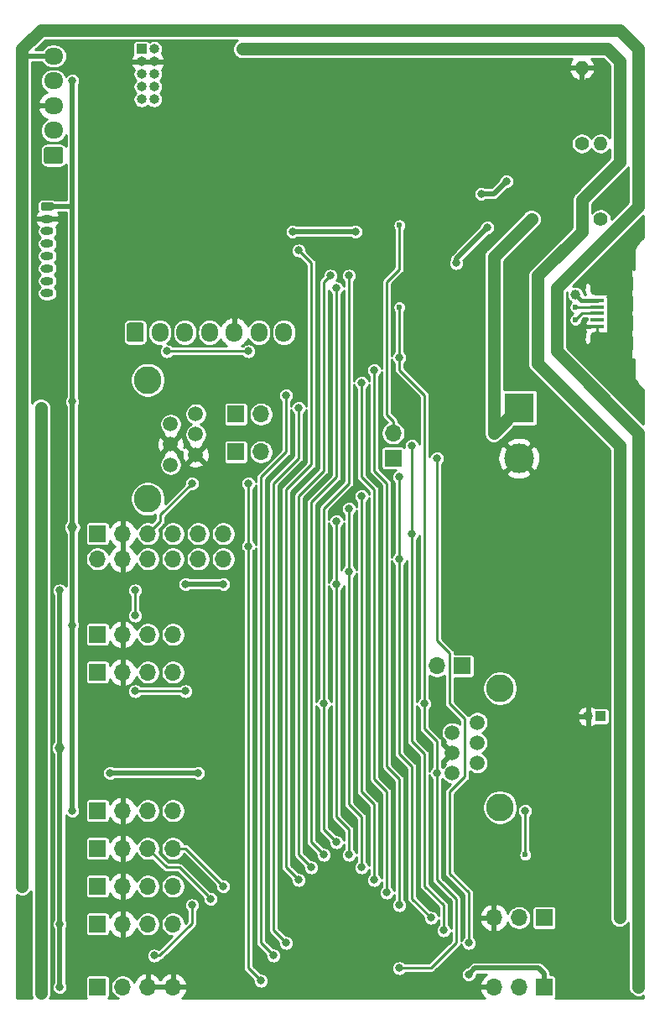
<source format=gbr>
G04 #@! TF.GenerationSoftware,KiCad,Pcbnew,(5.1.5)-3*
G04 #@! TF.CreationDate,2020-01-19T11:36:59+01:00*
G04 #@! TF.ProjectId,airMon,6169724d-6f6e-42e6-9b69-6361645f7063,0.2*
G04 #@! TF.SameCoordinates,Original*
G04 #@! TF.FileFunction,Copper,L2,Bot*
G04 #@! TF.FilePolarity,Positive*
%FSLAX46Y46*%
G04 Gerber Fmt 4.6, Leading zero omitted, Abs format (unit mm)*
G04 Created by KiCad (PCBNEW (5.1.5)-3) date 2020-01-19 11:36:59*
%MOMM*%
%LPD*%
G04 APERTURE LIST*
%ADD10C,1.500000*%
%ADD11C,2.800000*%
%ADD12C,0.100000*%
%ADD13O,1.700000X1.950000*%
%ADD14O,1.700000X1.700000*%
%ADD15R,1.700000X1.700000*%
%ADD16C,3.000000*%
%ADD17R,3.000000X3.000000*%
%ADD18O,1.000000X1.000000*%
%ADD19R,1.000000X1.000000*%
%ADD20O,1.300000X0.800000*%
%ADD21O,1.400000X1.400000*%
%ADD22C,1.400000*%
%ADD23O,1.950000X1.700000*%
%ADD24R,1.900000X1.200000*%
%ADD25O,1.900000X1.200000*%
%ADD26R,1.900000X1.500000*%
%ADD27C,1.450000*%
%ADD28R,1.350000X0.381000*%
%ADD29C,0.600000*%
%ADD30C,0.800000*%
%ADD31C,1.200000*%
%ADD32C,1.000000*%
%ADD33C,0.254000*%
%ADD34C,1.270000*%
%ADD35C,0.256000*%
%ADD36C,0.508000*%
%ADD37C,0.381000*%
G04 APERTURE END LIST*
D10*
X66280000Y-90160000D03*
X63740000Y-91180000D03*
X66280000Y-92200000D03*
X63740000Y-93220000D03*
X66280000Y-94240000D03*
D11*
X68580000Y-86710000D03*
X68580000Y-98710000D03*
D10*
X63740000Y-95260000D03*
G04 #@! TA.AperFunction,ComponentPad*
D12*
G36*
X32374504Y-49826204D02*
G01*
X32398773Y-49829804D01*
X32422571Y-49835765D01*
X32445671Y-49844030D01*
X32467849Y-49854520D01*
X32488893Y-49867133D01*
X32508598Y-49881747D01*
X32526777Y-49898223D01*
X32543253Y-49916402D01*
X32557867Y-49936107D01*
X32570480Y-49957151D01*
X32580970Y-49979329D01*
X32589235Y-50002429D01*
X32595196Y-50026227D01*
X32598796Y-50050496D01*
X32600000Y-50075000D01*
X32600000Y-51525000D01*
X32598796Y-51549504D01*
X32595196Y-51573773D01*
X32589235Y-51597571D01*
X32580970Y-51620671D01*
X32570480Y-51642849D01*
X32557867Y-51663893D01*
X32543253Y-51683598D01*
X32526777Y-51701777D01*
X32508598Y-51718253D01*
X32488893Y-51732867D01*
X32467849Y-51745480D01*
X32445671Y-51755970D01*
X32422571Y-51764235D01*
X32398773Y-51770196D01*
X32374504Y-51773796D01*
X32350000Y-51775000D01*
X31150000Y-51775000D01*
X31125496Y-51773796D01*
X31101227Y-51770196D01*
X31077429Y-51764235D01*
X31054329Y-51755970D01*
X31032151Y-51745480D01*
X31011107Y-51732867D01*
X30991402Y-51718253D01*
X30973223Y-51701777D01*
X30956747Y-51683598D01*
X30942133Y-51663893D01*
X30929520Y-51642849D01*
X30919030Y-51620671D01*
X30910765Y-51597571D01*
X30904804Y-51573773D01*
X30901204Y-51549504D01*
X30900000Y-51525000D01*
X30900000Y-50075000D01*
X30901204Y-50050496D01*
X30904804Y-50026227D01*
X30910765Y-50002429D01*
X30919030Y-49979329D01*
X30929520Y-49957151D01*
X30942133Y-49936107D01*
X30956747Y-49916402D01*
X30973223Y-49898223D01*
X30991402Y-49881747D01*
X31011107Y-49867133D01*
X31032151Y-49854520D01*
X31054329Y-49844030D01*
X31077429Y-49835765D01*
X31101227Y-49829804D01*
X31125496Y-49826204D01*
X31150000Y-49825000D01*
X32350000Y-49825000D01*
X32374504Y-49826204D01*
G37*
G04 #@! TD.AperFunction*
D13*
X34250000Y-50800000D03*
X36750000Y-50800000D03*
X39250000Y-50800000D03*
X41750000Y-50800000D03*
X44250000Y-50800000D03*
X46750000Y-50800000D03*
D14*
X62230000Y-84455000D03*
D15*
X64770000Y-84455000D03*
D16*
X70485000Y-63500000D03*
D17*
X70485000Y-58420000D03*
D10*
X37860000Y-59045000D03*
D11*
X33020000Y-55595000D03*
X33020000Y-67595000D03*
D10*
X35320000Y-60065000D03*
X37860000Y-61085000D03*
X35320000Y-62105000D03*
X37860000Y-63125000D03*
X35320000Y-64145000D03*
D18*
X33655000Y-27305000D03*
X32385000Y-27305000D03*
X33655000Y-26035000D03*
X32385000Y-26035000D03*
X33655000Y-24765000D03*
X32385000Y-24765000D03*
X33655000Y-23495000D03*
X32385000Y-23495000D03*
X33655000Y-22225000D03*
D19*
X32385000Y-22225000D03*
G04 #@! TA.AperFunction,ComponentPad*
D12*
G36*
X23329603Y-37700963D02*
G01*
X23349018Y-37703843D01*
X23368057Y-37708612D01*
X23386537Y-37715224D01*
X23404279Y-37723616D01*
X23421114Y-37733706D01*
X23436879Y-37745398D01*
X23451421Y-37758579D01*
X23464602Y-37773121D01*
X23476294Y-37788886D01*
X23486384Y-37805721D01*
X23494776Y-37823463D01*
X23501388Y-37841943D01*
X23506157Y-37860982D01*
X23509037Y-37880397D01*
X23510000Y-37900000D01*
X23510000Y-38300000D01*
X23509037Y-38319603D01*
X23506157Y-38339018D01*
X23501388Y-38358057D01*
X23494776Y-38376537D01*
X23486384Y-38394279D01*
X23476294Y-38411114D01*
X23464602Y-38426879D01*
X23451421Y-38441421D01*
X23436879Y-38454602D01*
X23421114Y-38466294D01*
X23404279Y-38476384D01*
X23386537Y-38484776D01*
X23368057Y-38491388D01*
X23349018Y-38496157D01*
X23329603Y-38499037D01*
X23310000Y-38500000D01*
X22410000Y-38500000D01*
X22390397Y-38499037D01*
X22370982Y-38496157D01*
X22351943Y-38491388D01*
X22333463Y-38484776D01*
X22315721Y-38476384D01*
X22298886Y-38466294D01*
X22283121Y-38454602D01*
X22268579Y-38441421D01*
X22255398Y-38426879D01*
X22243706Y-38411114D01*
X22233616Y-38394279D01*
X22225224Y-38376537D01*
X22218612Y-38358057D01*
X22213843Y-38339018D01*
X22210963Y-38319603D01*
X22210000Y-38300000D01*
X22210000Y-37900000D01*
X22210963Y-37880397D01*
X22213843Y-37860982D01*
X22218612Y-37841943D01*
X22225224Y-37823463D01*
X22233616Y-37805721D01*
X22243706Y-37788886D01*
X22255398Y-37773121D01*
X22268579Y-37758579D01*
X22283121Y-37745398D01*
X22298886Y-37733706D01*
X22315721Y-37723616D01*
X22333463Y-37715224D01*
X22351943Y-37708612D01*
X22370982Y-37703843D01*
X22390397Y-37700963D01*
X22410000Y-37700000D01*
X23310000Y-37700000D01*
X23329603Y-37700963D01*
G37*
G04 #@! TD.AperFunction*
D20*
X22860000Y-39350000D03*
X22860000Y-40600000D03*
X22860000Y-41850000D03*
X22860000Y-43100000D03*
X22860000Y-44350000D03*
X22860000Y-45600000D03*
X22860000Y-46850000D03*
D14*
X35560000Y-116840000D03*
X33020000Y-116840000D03*
X30480000Y-116840000D03*
D15*
X27940000Y-116840000D03*
D14*
X35560000Y-106680000D03*
X33020000Y-106680000D03*
X30480000Y-106680000D03*
D15*
X27940000Y-106680000D03*
D14*
X35560000Y-110490000D03*
X33020000Y-110490000D03*
X30480000Y-110490000D03*
D15*
X27940000Y-110490000D03*
D14*
X35560000Y-102870000D03*
X33020000Y-102870000D03*
X30480000Y-102870000D03*
D15*
X27940000Y-102870000D03*
D14*
X35560000Y-99060000D03*
X33020000Y-99060000D03*
X30480000Y-99060000D03*
D15*
X27940000Y-99060000D03*
D14*
X35560000Y-85090000D03*
X33020000Y-85090000D03*
X30480000Y-85090000D03*
D15*
X27940000Y-85090000D03*
D14*
X35560000Y-81280000D03*
X33020000Y-81280000D03*
X30480000Y-81280000D03*
D15*
X27940000Y-81280000D03*
D14*
X67945000Y-116840000D03*
X70485000Y-116840000D03*
D15*
X73025000Y-116840000D03*
D14*
X67945000Y-109855000D03*
X70485000Y-109855000D03*
D15*
X73025000Y-109855000D03*
D14*
X44450000Y-59055000D03*
D15*
X41910000Y-59055000D03*
D14*
X44450000Y-62865000D03*
D15*
X41910000Y-62865000D03*
D21*
X78740000Y-31750000D03*
D22*
X78740000Y-39370000D03*
D21*
X76835000Y-24130000D03*
D22*
X76835000Y-31750000D03*
D14*
X40640000Y-73660000D03*
X40640000Y-71120000D03*
X38100000Y-73660000D03*
X38100000Y-71120000D03*
X35560000Y-73660000D03*
X35560000Y-71120000D03*
X33020000Y-73660000D03*
X33020000Y-71120000D03*
X30480000Y-73660000D03*
X30480000Y-71120000D03*
X27940000Y-73660000D03*
D15*
X27940000Y-71120000D03*
D14*
X57785000Y-60960000D03*
D15*
X57785000Y-63500000D03*
D23*
X23495000Y-22940000D03*
X23495000Y-25440000D03*
X23495000Y-27940000D03*
X23495000Y-30440000D03*
G04 #@! TA.AperFunction,ComponentPad*
D12*
G36*
X24244504Y-32091204D02*
G01*
X24268773Y-32094804D01*
X24292571Y-32100765D01*
X24315671Y-32109030D01*
X24337849Y-32119520D01*
X24358893Y-32132133D01*
X24378598Y-32146747D01*
X24396777Y-32163223D01*
X24413253Y-32181402D01*
X24427867Y-32201107D01*
X24440480Y-32222151D01*
X24450970Y-32244329D01*
X24459235Y-32267429D01*
X24465196Y-32291227D01*
X24468796Y-32315496D01*
X24470000Y-32340000D01*
X24470000Y-33540000D01*
X24468796Y-33564504D01*
X24465196Y-33588773D01*
X24459235Y-33612571D01*
X24450970Y-33635671D01*
X24440480Y-33657849D01*
X24427867Y-33678893D01*
X24413253Y-33698598D01*
X24396777Y-33716777D01*
X24378598Y-33733253D01*
X24358893Y-33747867D01*
X24337849Y-33760480D01*
X24315671Y-33770970D01*
X24292571Y-33779235D01*
X24268773Y-33785196D01*
X24244504Y-33788796D01*
X24220000Y-33790000D01*
X22770000Y-33790000D01*
X22745496Y-33788796D01*
X22721227Y-33785196D01*
X22697429Y-33779235D01*
X22674329Y-33770970D01*
X22652151Y-33760480D01*
X22631107Y-33747867D01*
X22611402Y-33733253D01*
X22593223Y-33716777D01*
X22576747Y-33698598D01*
X22562133Y-33678893D01*
X22549520Y-33657849D01*
X22539030Y-33635671D01*
X22530765Y-33612571D01*
X22524804Y-33588773D01*
X22521204Y-33564504D01*
X22520000Y-33540000D01*
X22520000Y-32340000D01*
X22521204Y-32315496D01*
X22524804Y-32291227D01*
X22530765Y-32267429D01*
X22539030Y-32244329D01*
X22549520Y-32222151D01*
X22562133Y-32201107D01*
X22576747Y-32181402D01*
X22593223Y-32163223D01*
X22611402Y-32146747D01*
X22631107Y-32132133D01*
X22652151Y-32119520D01*
X22674329Y-32109030D01*
X22697429Y-32100765D01*
X22721227Y-32094804D01*
X22745496Y-32091204D01*
X22770000Y-32090000D01*
X24220000Y-32090000D01*
X24244504Y-32091204D01*
G37*
G04 #@! TD.AperFunction*
D24*
X81120500Y-45995000D03*
X81120500Y-51795000D03*
D25*
X81120500Y-52395000D03*
X81120500Y-45395000D03*
D26*
X81120500Y-47895000D03*
D27*
X78420500Y-51395000D03*
D28*
X78420500Y-48895000D03*
X78420500Y-49545000D03*
X78420500Y-50195000D03*
X78420500Y-47595000D03*
X78420500Y-48245000D03*
D27*
X78420500Y-46395000D03*
D26*
X81120500Y-49895000D03*
D19*
X78740000Y-89535000D03*
D18*
X77470000Y-89535000D03*
D29*
X64135000Y-98425000D03*
X53340000Y-43815000D03*
D30*
X62865000Y-34925000D03*
X61595000Y-34925000D03*
X53975000Y-33020000D03*
X53975000Y-34290000D03*
D29*
X42545000Y-74930000D03*
X55245000Y-64770000D03*
X57785000Y-67310000D03*
X53975000Y-65405000D03*
X56515000Y-67310000D03*
X52705000Y-65405000D03*
X51435000Y-64770000D03*
X50165000Y-56515000D03*
X51435000Y-56515000D03*
X52705000Y-56515000D03*
X56515000Y-56515000D03*
X57785000Y-56515000D03*
X59055000Y-56515000D03*
X50165000Y-59055000D03*
X51435000Y-59055000D03*
X52705000Y-59055000D03*
X53975000Y-59055000D03*
X55245000Y-60325000D03*
X43815000Y-97790000D03*
X45085000Y-97790000D03*
X46355000Y-97790000D03*
X47625000Y-97790000D03*
X48895000Y-97790000D03*
X50165000Y-97790000D03*
X51435000Y-97790000D03*
X52705000Y-97790000D03*
X53975000Y-97790000D03*
X42545000Y-97790000D03*
X41275000Y-117475000D03*
X40005000Y-117475000D03*
X38735000Y-117475000D03*
X37465000Y-117475000D03*
X44450000Y-117475000D03*
X45720000Y-117475000D03*
X58420000Y-117475000D03*
X57150000Y-117475000D03*
X65405000Y-117475000D03*
X43815000Y-73025000D03*
X45085000Y-73025000D03*
X46355000Y-73025000D03*
X47625000Y-73025000D03*
X48895000Y-73025000D03*
X50165000Y-73025000D03*
X51435000Y-73025000D03*
X52705000Y-73025000D03*
X53975000Y-73025000D03*
X55245000Y-73025000D03*
X56515000Y-73025000D03*
X42545000Y-73025000D03*
X38735000Y-77470000D03*
X43815000Y-80010000D03*
X40005000Y-84455000D03*
X41275000Y-84455000D03*
X40005000Y-81915000D03*
X42545000Y-84455000D03*
X42545000Y-77470000D03*
X41275000Y-77470000D03*
X40005000Y-77470000D03*
X41275000Y-86995000D03*
X40005000Y-86995000D03*
X38735000Y-86995000D03*
X26670000Y-83215000D03*
X27940000Y-83215000D03*
X30480000Y-75565000D03*
X41275000Y-85725000D03*
X40005000Y-85725000D03*
X38735000Y-84455000D03*
X37465000Y-84455000D03*
X37465000Y-85725000D03*
X38735000Y-83185000D03*
X38735000Y-81915000D03*
X37465000Y-81915000D03*
X37465000Y-83185000D03*
X42545000Y-86995000D03*
X42545000Y-88265000D03*
X42545000Y-89535000D03*
X41910000Y-41275000D03*
X41910000Y-40005000D03*
X41910000Y-38735000D03*
X41910000Y-37465000D03*
X41910000Y-36195000D03*
X41910000Y-42545000D03*
X41910000Y-43815000D03*
X41910000Y-45085000D03*
X41910000Y-46355000D03*
X43180000Y-46355000D03*
X44450000Y-46355000D03*
X45720000Y-46355000D03*
X46990000Y-46355000D03*
X48260000Y-46355000D03*
X48260000Y-45085000D03*
X48260000Y-47625000D03*
X46990000Y-47625000D03*
X45720000Y-47625000D03*
X46990000Y-45085000D03*
X45720000Y-45085000D03*
X44450000Y-45085000D03*
X44450000Y-47625000D03*
X43180000Y-47625000D03*
X43180000Y-45085000D03*
X43180000Y-38735000D03*
X43180000Y-40005000D03*
X43180000Y-41275000D03*
X43180000Y-42545000D03*
X43180000Y-43815000D03*
X44450000Y-43815000D03*
X44450000Y-42545000D03*
X44450000Y-41275000D03*
X44450000Y-40005000D03*
X45720000Y-41275000D03*
X45720000Y-42545000D03*
X45720000Y-43815000D03*
X46990000Y-43815000D03*
X46990000Y-42545000D03*
X48260000Y-43815000D03*
X44450000Y-38735000D03*
X43180000Y-37465000D03*
X45720000Y-40005000D03*
X44450000Y-36195000D03*
X45720000Y-37465000D03*
X46990000Y-38735000D03*
X45720000Y-36195000D03*
X46990000Y-36195000D03*
X46990000Y-37465000D03*
X48260000Y-36195000D03*
X48260000Y-37465000D03*
X48260000Y-38735000D03*
X55880000Y-38100000D03*
X55880000Y-42545000D03*
X55880000Y-43815000D03*
X57150000Y-43815000D03*
X57150000Y-42545000D03*
X57785000Y-54610000D03*
X60325000Y-54610000D03*
X61595000Y-56515000D03*
X62865000Y-56515000D03*
X64135000Y-56515000D03*
X64135000Y-45085000D03*
X64135000Y-46355000D03*
X64135000Y-47625000D03*
X64135000Y-48895000D03*
X64135000Y-50165000D03*
X64135000Y-51435000D03*
X64135000Y-52705000D03*
X30480000Y-27305000D03*
X29845000Y-27940000D03*
X29210000Y-28575000D03*
X57785000Y-102235000D03*
X56515000Y-102235000D03*
X55245000Y-102235000D03*
X52070000Y-43815000D03*
X69215000Y-54610000D03*
X66675000Y-54610000D03*
X65405000Y-54610000D03*
X71120000Y-48895000D03*
X71120000Y-50165000D03*
X71120000Y-51435000D03*
X77470000Y-113665000D03*
X76200000Y-113665000D03*
X78740000Y-113665000D03*
X78740000Y-114935000D03*
X76200000Y-114935000D03*
X76200000Y-112395000D03*
X77470000Y-112395000D03*
X78740000Y-112395000D03*
X76200000Y-111125000D03*
X77470000Y-111125000D03*
X78740000Y-111125000D03*
X76200000Y-107950000D03*
X76200000Y-106680000D03*
X77470000Y-106680000D03*
X78740000Y-106680000D03*
X78740000Y-107950000D03*
X76200000Y-105410000D03*
X77470000Y-105410000D03*
X78740000Y-105410000D03*
X66040000Y-116840000D03*
X55880000Y-97155000D03*
X60325000Y-97155000D03*
X57785000Y-96520000D03*
X59055000Y-96520000D03*
X61595000Y-98425000D03*
X61595000Y-93980000D03*
X61595000Y-92710000D03*
X52705000Y-92710000D03*
X51435000Y-92710000D03*
X30480000Y-93980000D03*
X30480000Y-92075000D03*
X30480000Y-89535000D03*
X30480000Y-90805000D03*
X53975000Y-92710000D03*
X53975000Y-93980000D03*
X55245000Y-92710000D03*
X55245000Y-93980000D03*
X56515000Y-93980000D03*
X57785000Y-93980000D03*
X60325000Y-93980000D03*
X50165000Y-92710000D03*
X48895000Y-92710000D03*
X47625000Y-92710000D03*
X38100000Y-36830000D03*
X36830000Y-36830000D03*
X36830000Y-38100000D03*
X35560000Y-38100000D03*
X34290000Y-38100000D03*
X34290000Y-36830000D03*
X31750000Y-36830000D03*
X31750000Y-38100000D03*
X30480000Y-38100000D03*
X29210000Y-38100000D03*
X29210000Y-36830000D03*
X27940000Y-36830000D03*
X26670000Y-36830000D03*
X29210000Y-40640000D03*
X29210000Y-41910000D03*
X27940000Y-41910000D03*
X26670000Y-41910000D03*
X35560000Y-36830000D03*
X30480000Y-36830000D03*
X33020000Y-40640000D03*
X34290000Y-40640000D03*
X35560000Y-40640000D03*
X36830000Y-40640000D03*
X38100000Y-40640000D03*
X33020000Y-41910000D03*
X35560000Y-41910000D03*
X36830000Y-41910000D03*
X78740000Y-66040000D03*
X77470000Y-66040000D03*
X76200000Y-66040000D03*
X74930000Y-66040000D03*
X73660000Y-66040000D03*
X72390000Y-66040000D03*
X76200000Y-91440000D03*
X76200000Y-90170000D03*
X72390000Y-91440000D03*
X71120000Y-91440000D03*
X69850000Y-91440000D03*
X68580000Y-91440000D03*
X74930000Y-105410000D03*
X73660000Y-105410000D03*
X73660000Y-106680000D03*
X74930000Y-106680000D03*
X74930000Y-107950000D03*
X74930000Y-112395000D03*
X74930000Y-113665000D03*
X73660000Y-112395000D03*
X73660000Y-113665000D03*
X72390000Y-112395000D03*
X72390000Y-113665000D03*
X78740000Y-64770000D03*
X77470000Y-64770000D03*
X76200000Y-64770000D03*
X74930000Y-64770000D03*
X73660000Y-64770000D03*
X78740000Y-54610000D03*
X80010000Y-55880000D03*
X81280000Y-57150000D03*
X82550000Y-58420000D03*
X81280000Y-55880000D03*
X81280000Y-41910000D03*
X81280000Y-36830000D03*
X80010000Y-36830000D03*
X78740000Y-30480000D03*
X78740000Y-27940000D03*
X78740000Y-26670000D03*
X78740000Y-25400000D03*
X74930000Y-59690000D03*
X74930000Y-60960000D03*
X76200000Y-60960000D03*
X74930000Y-62230000D03*
X76200000Y-62230000D03*
X77470000Y-62230000D03*
X74930000Y-63500000D03*
X76200000Y-63500000D03*
X77470000Y-63500000D03*
X78740000Y-63500000D03*
X73660000Y-63500000D03*
X73660000Y-62230000D03*
X73660000Y-60960000D03*
X73660000Y-59690000D03*
X73660000Y-58420000D03*
X74930000Y-30480000D03*
X74930000Y-29210000D03*
X74930000Y-31750000D03*
X57150000Y-24765000D03*
X54610000Y-24765000D03*
X53340000Y-24765000D03*
X52070000Y-24765000D03*
X50800000Y-24765000D03*
X50800000Y-23495000D03*
X54610000Y-23495000D03*
X57150000Y-23495000D03*
X49530000Y-23495000D03*
X48260000Y-23495000D03*
X48260000Y-24765000D03*
X55880000Y-24765000D03*
X73660000Y-31750000D03*
X72390000Y-31750000D03*
X73660000Y-29210000D03*
X71120000Y-33020000D03*
X71120000Y-34290000D03*
X74930000Y-27940000D03*
X59055000Y-57785000D03*
X46355000Y-92710000D03*
X45085000Y-92710000D03*
X45085000Y-93980000D03*
X43815000Y-93980000D03*
X42545000Y-95250000D03*
X42545000Y-96520000D03*
X61595000Y-100330000D03*
X61595000Y-101600000D03*
X61595000Y-102870000D03*
X46990000Y-117475000D03*
X48260000Y-117475000D03*
X49530000Y-117475000D03*
X50800000Y-117475000D03*
X52070000Y-117475000D03*
X53340000Y-117475000D03*
X54610000Y-117475000D03*
X55880000Y-117475000D03*
X41275000Y-97790000D03*
X40005000Y-97790000D03*
X41275000Y-96520000D03*
X38100000Y-102870000D03*
X38100000Y-97790000D03*
X43815000Y-69215000D03*
X45085000Y-69215000D03*
X46355000Y-69215000D03*
X47625000Y-69215000D03*
X48895000Y-69215000D03*
X43815000Y-67945000D03*
X45085000Y-67945000D03*
X46355000Y-67945000D03*
X35560000Y-66675000D03*
X36830000Y-67945000D03*
X38100000Y-69215000D03*
X42545000Y-67945000D03*
X42545000Y-69215000D03*
X41275000Y-66675000D03*
X65405000Y-35560000D03*
X65405000Y-34290000D03*
X65405000Y-36830000D03*
X65405000Y-33020000D03*
X53340000Y-30480000D03*
X54610000Y-30480000D03*
X52070000Y-30480000D03*
X55880000Y-30480000D03*
X58420000Y-23495000D03*
X57150000Y-30480000D03*
X62230000Y-29210000D03*
X62230000Y-30480000D03*
X36830000Y-33655000D03*
X38100000Y-33655000D03*
X39370000Y-33655000D03*
X40640000Y-33655000D03*
X41910000Y-33655000D03*
X35560000Y-33655000D03*
X34290000Y-33655000D03*
X31750000Y-33655000D03*
X30480000Y-33655000D03*
X29210000Y-33655000D03*
X27940000Y-33655000D03*
X26670000Y-33655000D03*
X26670000Y-34925000D03*
X29210000Y-34925000D03*
X41910000Y-34925000D03*
X39370000Y-34925000D03*
X41910000Y-32385000D03*
X41910000Y-31115000D03*
X41910000Y-29845000D03*
X41910000Y-28575000D03*
X41910000Y-27305000D03*
X41910000Y-26035000D03*
X41910000Y-24765000D03*
X41910000Y-23495000D03*
X40640000Y-22225000D03*
X39370000Y-22225000D03*
X38100000Y-22225000D03*
X36830000Y-22225000D03*
X35560000Y-22225000D03*
X35560000Y-23495000D03*
X35560000Y-24765000D03*
X35560000Y-26035000D03*
X35560000Y-27305000D03*
X35560000Y-28575000D03*
X34290000Y-28575000D03*
X33020000Y-28575000D03*
X31750000Y-28575000D03*
X27940000Y-32385000D03*
X29210000Y-31115000D03*
X52705000Y-55245000D03*
X51435000Y-55245000D03*
X50165000Y-55245000D03*
X48895000Y-55245000D03*
X45085000Y-55245000D03*
X45085000Y-56515000D03*
X45085000Y-57785000D03*
X43815000Y-55245000D03*
X42545000Y-55245000D03*
X41275000Y-55245000D03*
X40005000Y-55245000D03*
X43815000Y-53975000D03*
X42545000Y-53975000D03*
X41275000Y-53975000D03*
X71120000Y-88900000D03*
X71120000Y-87630000D03*
X71120000Y-86360000D03*
X71120000Y-85090000D03*
X71120000Y-83820000D03*
X71120000Y-82550000D03*
X71120000Y-81280000D03*
X71120000Y-80010000D03*
X71120000Y-78740000D03*
X71120000Y-77470000D03*
X72390000Y-77470000D03*
X73660000Y-77470000D03*
X74930000Y-77470000D03*
X76200000Y-77470000D03*
X72390000Y-83820000D03*
X73660000Y-83820000D03*
X74930000Y-83820000D03*
X76200000Y-83820000D03*
X23495000Y-57785000D03*
X23495000Y-59055000D03*
X23495000Y-60325000D03*
X26035000Y-21590000D03*
X26035000Y-22860000D03*
X27305000Y-21590000D03*
X26670000Y-28575000D03*
X26670000Y-27305000D03*
X26670000Y-26035000D03*
X27940000Y-27305000D03*
X27940000Y-26035000D03*
X29210000Y-26035000D03*
X27940000Y-24765000D03*
X76200000Y-25400000D03*
X77470000Y-25400000D03*
X74930000Y-26670000D03*
X74930000Y-25400000D03*
X27940000Y-46355000D03*
X26670000Y-45085000D03*
X26670000Y-43815000D03*
X27940000Y-43815000D03*
X27940000Y-45085000D03*
X38100000Y-47625000D03*
X38100000Y-46355000D03*
X38100000Y-45085000D03*
X26670000Y-51435000D03*
X26670000Y-52705000D03*
X26670000Y-53975000D03*
X27940000Y-52705000D03*
X27940000Y-53975000D03*
X46355000Y-59055000D03*
X36830000Y-77470000D03*
X35560000Y-77470000D03*
X36830000Y-78740000D03*
X34290000Y-90170000D03*
X34290000Y-91440000D03*
X34290000Y-92710000D03*
X34290000Y-93980000D03*
X27305000Y-90170000D03*
X27305000Y-87630000D03*
X37465000Y-116205000D03*
X38735000Y-116205000D03*
X38735000Y-113665000D03*
X37465000Y-113665000D03*
X40005000Y-113665000D03*
X41275000Y-113665000D03*
X41275000Y-112395000D03*
X40005000Y-112395000D03*
X38735000Y-112395000D03*
X37465000Y-112395000D03*
X38735000Y-109855000D03*
X40005000Y-109855000D03*
X41275000Y-109855000D03*
X45720000Y-116205000D03*
X46990000Y-116205000D03*
X48260000Y-116205000D03*
X49530000Y-116205000D03*
X50800000Y-116205000D03*
X52070000Y-116205000D03*
X53340000Y-116205000D03*
X54610000Y-116205000D03*
X55880000Y-116205000D03*
X57150000Y-116205000D03*
X58420000Y-116205000D03*
X56515000Y-104140000D03*
X57785000Y-105410000D03*
X53975000Y-102235000D03*
X45085000Y-102870000D03*
X46355000Y-102870000D03*
X47625000Y-102870000D03*
X48895000Y-102870000D03*
X45085000Y-104140000D03*
X46355000Y-104140000D03*
X47625000Y-104140000D03*
X45085000Y-105410000D03*
X46355000Y-105410000D03*
X45085000Y-106680000D03*
X45085000Y-109220000D03*
X45085000Y-111760000D03*
X52705000Y-105410000D03*
X51435000Y-105410000D03*
X50165000Y-106680000D03*
X53975000Y-106680000D03*
X48895000Y-107950000D03*
X47625000Y-109220000D03*
X46355000Y-110490000D03*
X56515000Y-109220000D03*
X57785000Y-110490000D03*
X21590000Y-27305000D03*
X21590000Y-28575000D03*
X21590000Y-26035000D03*
X21590000Y-24765000D03*
X21590000Y-29845000D03*
X21590000Y-31115000D03*
X23495000Y-34925000D03*
X26670000Y-31115000D03*
X29210000Y-32385000D03*
X65405000Y-38100000D03*
X65405000Y-39370000D03*
X73660000Y-25400000D03*
X72390000Y-24130000D03*
X73660000Y-24130000D03*
X74930000Y-24130000D03*
X78740000Y-24130000D03*
X76200000Y-26670000D03*
X76200000Y-27940000D03*
X76200000Y-29210000D03*
X77470000Y-26670000D03*
X77470000Y-27940000D03*
X77470000Y-29210000D03*
X76200000Y-30480000D03*
X77470000Y-30480000D03*
X80010000Y-38100000D03*
X81280000Y-35560000D03*
X74930000Y-33020000D03*
X74930000Y-34290000D03*
X58420000Y-24765000D03*
X59690000Y-24765000D03*
X55880000Y-26035000D03*
X54610000Y-26035000D03*
X57150000Y-26035000D03*
X59690000Y-28575000D03*
X55880000Y-36830000D03*
X54610000Y-36830000D03*
X53340000Y-36830000D03*
X55880000Y-39370000D03*
X58420000Y-38735000D03*
X52070000Y-36830000D03*
X50800000Y-36830000D03*
X49530000Y-36830000D03*
X46990000Y-34925000D03*
X45720000Y-34925000D03*
X44450000Y-34925000D03*
X44450000Y-33655000D03*
X45720000Y-33655000D03*
X72390000Y-29210000D03*
X55880000Y-23495000D03*
X44450000Y-26035000D03*
X44450000Y-24765000D03*
X72390000Y-62230000D03*
X68580000Y-62230000D03*
X67310000Y-62230000D03*
X67310000Y-63500000D03*
X29210000Y-47625000D03*
X29210000Y-46355000D03*
X29210000Y-45085000D03*
X29210000Y-43815000D03*
X36830000Y-47625000D03*
X40640000Y-34925000D03*
X38100000Y-34925000D03*
X36830000Y-34925000D03*
X35560000Y-34925000D03*
X34290000Y-34925000D03*
X31750000Y-34925000D03*
X30480000Y-34925000D03*
X27940000Y-34925000D03*
X33020000Y-34925000D03*
X33020000Y-36830000D03*
X33020000Y-33655000D03*
X71120000Y-52705000D03*
X71120000Y-53975000D03*
X71120000Y-55245000D03*
X69850000Y-45720000D03*
X71120000Y-45720000D03*
X77470000Y-53340000D03*
X76200000Y-52070000D03*
X80010000Y-54610000D03*
X81280000Y-54610000D03*
X78740000Y-53340000D03*
X76200000Y-50800000D03*
X81280000Y-43180000D03*
X80010000Y-43180000D03*
X78740000Y-44450000D03*
X69850000Y-43180000D03*
X71120000Y-43180000D03*
X60325000Y-86995000D03*
X60325000Y-89535000D03*
X59055000Y-86995000D03*
X57785000Y-86995000D03*
X59055000Y-89535000D03*
X57785000Y-89535000D03*
X50165000Y-86995000D03*
X50165000Y-89535000D03*
X48895000Y-86995000D03*
X48895000Y-89535000D03*
X47625000Y-86995000D03*
X47625000Y-89535000D03*
X51435000Y-86995000D03*
X51435000Y-89535000D03*
X61595000Y-86995000D03*
X61595000Y-89535000D03*
X42545000Y-85725000D03*
X20320000Y-117475000D03*
X20320000Y-116205000D03*
X20320000Y-114935000D03*
X20320000Y-113665000D03*
X20320000Y-112395000D03*
X20320000Y-111125000D03*
X20320000Y-109855000D03*
X20320000Y-108585000D03*
X50165000Y-57785000D03*
X53975000Y-57785000D03*
X52705000Y-57785000D03*
X51435000Y-57785000D03*
X52705000Y-53975000D03*
X51435000Y-53975000D03*
X62865000Y-98425000D03*
X64135000Y-100330000D03*
X73660000Y-91440000D03*
X72390000Y-88900000D03*
X73660000Y-88900000D03*
X74930000Y-88900000D03*
X76200000Y-88900000D03*
X74930000Y-90170000D03*
X68580000Y-92710000D03*
X69850000Y-92710000D03*
X71120000Y-92710000D03*
X72390000Y-92710000D03*
X73660000Y-92710000D03*
X76200000Y-92710000D03*
X76200000Y-82550000D03*
X76200000Y-81280000D03*
X76200000Y-80010000D03*
X76200000Y-78740000D03*
X76200000Y-76200000D03*
X76200000Y-74930000D03*
X76200000Y-73660000D03*
X76200000Y-72390000D03*
X74930000Y-72390000D03*
X73660000Y-72390000D03*
X72390000Y-72390000D03*
X71120000Y-72390000D03*
X71120000Y-73660000D03*
X71120000Y-74930000D03*
X71120000Y-76200000D03*
X71120000Y-69850000D03*
X72390000Y-69850000D03*
X73660000Y-69850000D03*
X74930000Y-69850000D03*
X76200000Y-69850000D03*
X69850000Y-69850000D03*
X68580000Y-69850000D03*
X67310000Y-69850000D03*
X66040000Y-69850000D03*
X64770000Y-68580000D03*
X63500000Y-67310000D03*
X63500000Y-68580000D03*
X64770000Y-69850000D03*
X64770000Y-67310000D03*
X66040000Y-68580000D03*
X63500000Y-66040000D03*
X63500000Y-63500000D03*
X64770000Y-64770000D03*
X66040000Y-66040000D03*
X67310000Y-67310000D03*
X67310000Y-66040000D03*
X66040000Y-64770000D03*
X64770000Y-63500000D03*
X67310000Y-64770000D03*
X66040000Y-63500000D03*
X66040000Y-62230000D03*
X64770000Y-62230000D03*
X63500000Y-62230000D03*
X68580000Y-66040000D03*
X68580000Y-67310000D03*
X69850000Y-67310000D03*
X71120000Y-67310000D03*
X72390000Y-67310000D03*
X73660000Y-67310000D03*
X74930000Y-67310000D03*
X69850000Y-72390000D03*
X68580000Y-72390000D03*
X67310000Y-72390000D03*
X66040000Y-72390000D03*
X64770000Y-72390000D03*
X64770000Y-73660000D03*
X64770000Y-74930000D03*
X64770000Y-76200000D03*
X64770000Y-77470000D03*
X64770000Y-78740000D03*
X64770000Y-80010000D03*
X64770000Y-81280000D03*
X64770000Y-82550000D03*
X67310000Y-83820000D03*
X68580000Y-83820000D03*
X69850000Y-83820000D03*
X69850000Y-77470000D03*
X68580000Y-77470000D03*
X67310000Y-77470000D03*
X66040000Y-77470000D03*
X76200000Y-85090000D03*
X76200000Y-86360000D03*
X76200000Y-87630000D03*
X77470000Y-80010000D03*
X78740000Y-80010000D03*
X77470000Y-78740000D03*
X78740000Y-78740000D03*
X66040000Y-82550000D03*
X67310000Y-82550000D03*
X68580000Y-82550000D03*
X69850000Y-82550000D03*
X72390000Y-82550000D03*
X73660000Y-82550000D03*
X74930000Y-82550000D03*
X63500000Y-64770000D03*
X47625000Y-55245000D03*
X46355000Y-53975000D03*
X45085000Y-52705000D03*
X48895000Y-52705000D03*
X48895000Y-51435000D03*
X48895000Y-50165000D03*
X48895000Y-48895000D03*
X47625000Y-48895000D03*
X64770000Y-86995000D03*
X64770000Y-88265000D03*
X66040000Y-88265000D03*
X62865000Y-86995000D03*
X62865000Y-89535000D03*
X64135000Y-104140000D03*
X61595000Y-104140000D03*
X55245000Y-75565000D03*
X56515000Y-75565000D03*
X57785000Y-75565000D03*
X55245000Y-74295000D03*
X56515000Y-74295000D03*
X59055000Y-75565000D03*
X53975000Y-76835000D03*
X55245000Y-76835000D03*
X56515000Y-76835000D03*
X57785000Y-76835000D03*
X52705000Y-78105000D03*
X53975000Y-78105000D03*
X55245000Y-78105000D03*
X56515000Y-78105000D03*
X51435000Y-78105000D03*
X50165000Y-78105000D03*
X50165000Y-76835000D03*
X50165000Y-75565000D03*
X50165000Y-74295000D03*
X51435000Y-74295000D03*
X48895000Y-78105000D03*
X47625000Y-78105000D03*
X46355000Y-78105000D03*
X46355000Y-74295000D03*
X47625000Y-74295000D03*
X48895000Y-74295000D03*
X45085000Y-74295000D03*
X43815000Y-74295000D03*
X46355000Y-76835000D03*
X46355000Y-75565000D03*
X55245000Y-79375000D03*
X53975000Y-79375000D03*
X53975000Y-80645000D03*
X52705000Y-79375000D03*
X52705000Y-80645000D03*
X52705000Y-81915000D03*
X59055000Y-76835000D03*
X59055000Y-78105000D03*
X57785000Y-79375000D03*
X59055000Y-79375000D03*
X56515000Y-80645000D03*
X55245000Y-81915000D03*
X56515000Y-81915000D03*
X57785000Y-80645000D03*
X53975000Y-83185000D03*
X55245000Y-83185000D03*
X43815000Y-56515000D03*
X40005000Y-56515000D03*
X41275000Y-56515000D03*
X42545000Y-56515000D03*
X38735000Y-56515000D03*
X37465000Y-56515000D03*
X36195000Y-57785000D03*
X36195000Y-59055000D03*
X29845000Y-62865000D03*
X28575000Y-62865000D03*
X28575000Y-61595000D03*
X29845000Y-61595000D03*
X28575000Y-64135000D03*
X29845000Y-64135000D03*
X29845000Y-65405000D03*
X31115000Y-65405000D03*
X31115000Y-64135000D03*
X31115000Y-66675000D03*
X27305000Y-61595000D03*
X27305000Y-62865000D03*
X27305000Y-60325000D03*
X28575000Y-60325000D03*
X29845000Y-60325000D03*
X27305000Y-59055000D03*
X28575000Y-59055000D03*
X29845000Y-59055000D03*
X28575000Y-56515000D03*
X29845000Y-56515000D03*
X27305000Y-56515000D03*
X23495000Y-56515000D03*
X23495000Y-55245000D03*
X23495000Y-53975000D03*
X23495000Y-52705000D03*
X22225000Y-52705000D03*
X22225000Y-53975000D03*
X22225000Y-55245000D03*
X22225000Y-51435000D03*
X23495000Y-51435000D03*
X22225000Y-50165000D03*
X23495000Y-50165000D03*
X22225000Y-48895000D03*
X23495000Y-48895000D03*
X22225000Y-34925000D03*
X22225000Y-36195000D03*
X23495000Y-36195000D03*
X27305000Y-55245000D03*
X28575000Y-55245000D03*
X29845000Y-55245000D03*
X50165000Y-64135000D03*
X48895000Y-63500000D03*
X45085000Y-66675000D03*
X46355000Y-66675000D03*
X47625000Y-67945000D03*
X48895000Y-67945000D03*
X50165000Y-69215000D03*
X50165000Y-61595000D03*
X51435000Y-61595000D03*
X52705000Y-61595000D03*
X53975000Y-61595000D03*
X55245000Y-59055000D03*
X55245000Y-61595000D03*
X48895000Y-61595000D03*
X47625000Y-60325000D03*
X60325000Y-60325000D03*
X60325000Y-59055000D03*
X61595000Y-59055000D03*
X61595000Y-60325000D03*
X61595000Y-61595000D03*
X62865000Y-60325000D03*
X62865000Y-59055000D03*
X64135000Y-59055000D03*
X65405000Y-59055000D03*
X48895000Y-56515000D03*
X79375000Y-96520000D03*
X79375000Y-97790000D03*
X79375000Y-99060000D03*
X76200000Y-93980000D03*
X73660000Y-93980000D03*
X72390000Y-93980000D03*
X71120000Y-93980000D03*
X69850000Y-93980000D03*
X68580000Y-93980000D03*
X78740000Y-104140000D03*
X74930000Y-104140000D03*
X76200000Y-104140000D03*
X77470000Y-104140000D03*
X80010000Y-112395000D03*
X80010000Y-113665000D03*
X80010000Y-114935000D03*
X71120000Y-112395000D03*
X68580000Y-113665000D03*
X67310000Y-113665000D03*
X69850000Y-112395000D03*
X74930000Y-111125000D03*
X80010000Y-111125000D03*
X81280000Y-111125000D03*
X81280000Y-112395000D03*
X81280000Y-113665000D03*
X81280000Y-114935000D03*
X73660000Y-107950000D03*
X65405000Y-105410000D03*
X67945000Y-102870000D03*
X69215000Y-102870000D03*
X69850000Y-66040000D03*
X71120000Y-66040000D03*
X64770000Y-60960000D03*
X66040000Y-60960000D03*
X65405000Y-57785000D03*
X64135000Y-57785000D03*
X62865000Y-57785000D03*
X73025000Y-40640000D03*
X74295000Y-40640000D03*
X73025000Y-38100000D03*
X74295000Y-38100000D03*
X77470000Y-85090000D03*
X77470000Y-83820000D03*
X77470000Y-82550000D03*
X78740000Y-82550000D03*
X79375000Y-100330000D03*
X76200000Y-95250000D03*
X79375000Y-101600000D03*
X76200000Y-96520000D03*
X77470000Y-96520000D03*
X74930000Y-91440000D03*
X74930000Y-92710000D03*
X74930000Y-93980000D03*
X74930000Y-95250000D03*
X74930000Y-87630000D03*
X74930000Y-86360000D03*
X74930000Y-85090000D03*
X73660000Y-85090000D03*
X72390000Y-85090000D03*
X72390000Y-86360000D03*
X73660000Y-86360000D03*
X72390000Y-87630000D03*
X73660000Y-87630000D03*
X77470000Y-91440000D03*
X78740000Y-93980000D03*
X72390000Y-95250000D03*
X72390000Y-96520000D03*
X73660000Y-95250000D03*
X73660000Y-96520000D03*
X71120000Y-95250000D03*
X69850000Y-95250000D03*
X68580000Y-95250000D03*
X67310000Y-95250000D03*
X66675000Y-97155000D03*
X65405000Y-97155000D03*
X66675000Y-104140000D03*
X67945000Y-104140000D03*
X69215000Y-104140000D03*
X67945000Y-101600000D03*
X69215000Y-101600000D03*
X62865000Y-101600000D03*
X62865000Y-100330000D03*
X62865000Y-102870000D03*
X42545000Y-70485000D03*
X42545000Y-71755000D03*
X43815000Y-70485000D03*
X45085000Y-70485000D03*
X46355000Y-70485000D03*
X47625000Y-70485000D03*
X48895000Y-70485000D03*
X50165000Y-70485000D03*
X51435000Y-71755000D03*
X50165000Y-71755000D03*
X48895000Y-71755000D03*
X47625000Y-71755000D03*
X46355000Y-71755000D03*
X45085000Y-71755000D03*
X52705000Y-71755000D03*
X53975000Y-71755000D03*
X55245000Y-71755000D03*
X53975000Y-70485000D03*
X55245000Y-70485000D03*
X56515000Y-71755000D03*
X57785000Y-71755000D03*
X55245000Y-69215000D03*
X56515000Y-70485000D03*
X57785000Y-70485000D03*
X33020000Y-76200000D03*
X34290000Y-76200000D03*
X34290000Y-74930000D03*
X26670000Y-74930000D03*
X27305000Y-88900000D03*
X38100000Y-49530000D03*
X29845000Y-49530000D03*
X26670000Y-47625000D03*
X29845000Y-51435000D03*
X38100000Y-52070000D03*
X43180000Y-49530000D03*
X45720000Y-49530000D03*
X40640000Y-52070000D03*
X40640000Y-49530000D03*
X35560000Y-49530000D03*
X33020000Y-49530000D03*
X33020000Y-52070000D03*
D30*
X58420000Y-114935000D03*
X58420000Y-53340000D03*
D29*
X58420000Y-48260000D03*
D30*
X62230000Y-95250000D03*
X60960000Y-88265000D03*
D31*
X43815000Y-20320000D03*
D30*
X20320000Y-106680000D03*
X47625000Y-40640000D03*
X53975000Y-40640000D03*
X65405000Y-115570000D03*
X38100000Y-95250000D03*
X29210000Y-95250000D03*
X40640000Y-76200000D03*
X36830000Y-76200000D03*
X20320000Y-78105000D03*
X20320000Y-83820000D03*
D32*
X20320000Y-97155000D03*
D30*
X82550000Y-73660000D03*
X82550000Y-116840000D03*
X20320000Y-59690000D03*
D32*
X82550000Y-102870000D03*
D30*
X52070000Y-102235000D03*
X53340000Y-45085000D03*
X50800000Y-88265000D03*
D31*
X42545000Y-22225000D03*
D30*
X22225000Y-102870000D03*
D31*
X59690000Y-22225030D03*
D30*
X80645000Y-109855000D03*
D32*
X22225000Y-71120000D03*
D29*
X22225000Y-88900000D03*
D30*
X22225000Y-83889315D03*
D31*
X22225000Y-58420000D03*
D30*
X64135000Y-43815000D03*
X67310000Y-40215000D03*
D29*
X71120000Y-103504990D03*
D30*
X71120000Y-99060000D03*
X57150000Y-107315000D03*
X34925000Y-52705000D03*
X43180028Y-52705000D03*
X54610000Y-55880000D03*
X58420018Y-108585000D03*
X55880000Y-54610000D03*
X33655000Y-113665000D03*
X37465000Y-108585000D03*
X39370000Y-107950000D03*
X40639960Y-106680000D03*
X62865000Y-111125000D03*
X59690000Y-71120000D03*
X59690000Y-62230000D03*
X61595060Y-109855000D03*
X58420000Y-73660000D03*
X58420000Y-65405000D03*
D29*
X76200000Y-48260000D03*
D30*
X44450000Y-116205000D03*
X43180000Y-66040000D03*
X43180000Y-72390000D03*
X37465000Y-66040000D03*
X55880000Y-106045000D03*
X54610000Y-67310000D03*
X54610000Y-104775000D03*
X53340000Y-68580000D03*
X53340000Y-74930000D03*
X53340000Y-103505000D03*
X52070000Y-69850000D03*
X52070000Y-76200000D03*
X65405000Y-112395000D03*
X62230000Y-63500000D03*
X50800000Y-103505000D03*
X52070000Y-46355000D03*
X49530000Y-104775000D03*
X51435000Y-45085000D03*
X48260000Y-106045000D03*
X48260000Y-42545000D03*
X25400000Y-99060000D03*
X25400000Y-25400000D03*
D32*
X25400000Y-70485000D03*
D30*
X25400000Y-80327500D03*
X25400000Y-57785004D03*
X24130000Y-116840000D03*
X24130000Y-110490000D03*
X24130000Y-76835000D03*
D32*
X24130000Y-92710000D03*
D30*
X31750000Y-86995000D03*
X36830000Y-86995000D03*
X31750000Y-79375000D03*
X31750000Y-76835000D03*
X45720000Y-113665000D03*
X46990000Y-57150000D03*
X46990000Y-112395000D03*
X48260000Y-58420000D03*
D29*
X58420000Y-40005000D03*
X76200000Y-49530000D03*
D30*
X66675000Y-36830000D03*
X69215000Y-35560000D03*
D31*
X71755000Y-39370000D03*
X67945000Y-60960000D03*
D32*
X76200000Y-46990000D03*
D33*
X78420500Y-50195000D02*
X78420500Y-51395000D01*
D34*
X81120500Y-45995000D02*
X81120500Y-52395000D01*
X81120500Y-43339500D02*
X81280000Y-43180000D01*
X81120500Y-45995000D02*
X81120500Y-43339500D01*
X80010000Y-44284500D02*
X81120500Y-45395000D01*
X80010000Y-43180000D02*
X80010000Y-44284500D01*
X80010000Y-44805500D02*
X78420500Y-46395000D01*
X80010000Y-43180000D02*
X80010000Y-44805500D01*
X78740000Y-46075500D02*
X78420500Y-46395000D01*
X78740000Y-44450000D02*
X78740000Y-46075500D01*
X80120500Y-46395000D02*
X81120500Y-45395000D01*
X78420500Y-46395000D02*
X80120500Y-46395000D01*
X78740000Y-44450000D02*
X80010000Y-43180000D01*
X80010000Y-43180000D02*
X81280000Y-43180000D01*
X79620500Y-46395000D02*
X78420500Y-46395000D01*
X81120500Y-47895000D02*
X79620500Y-46395000D01*
X79620500Y-51395000D02*
X78420500Y-51395000D01*
X81120500Y-49895000D02*
X79620500Y-51395000D01*
X80120500Y-51395000D02*
X81120500Y-52395000D01*
X78420500Y-51395000D02*
X80120500Y-51395000D01*
X80010000Y-53505500D02*
X81120500Y-52395000D01*
X80010000Y-54610000D02*
X80010000Y-53505500D01*
X80010000Y-54610000D02*
X78740000Y-53340000D01*
X81280000Y-54610000D02*
X80010000Y-54610000D01*
X78420500Y-53020500D02*
X78740000Y-53340000D01*
X78420500Y-51395000D02*
X78420500Y-53020500D01*
X78740000Y-53340000D02*
X81280000Y-50800000D01*
X81280000Y-43180000D02*
X81280000Y-50800000D01*
X81280000Y-50800000D02*
X81280000Y-54610000D01*
X78420500Y-51750500D02*
X81280000Y-54610000D01*
X78420500Y-51395000D02*
X78420500Y-51750500D01*
X80010000Y-43180000D02*
X80010000Y-54610000D01*
X78420500Y-44769500D02*
X78740000Y-44450000D01*
X78420500Y-46395000D02*
X78420500Y-44769500D01*
D35*
X58420000Y-48260000D02*
X58420000Y-53340000D01*
X62230000Y-95250000D02*
X62230000Y-92075000D01*
X58420000Y-54610000D02*
X58420000Y-53340000D01*
X62230000Y-92075000D02*
X60960000Y-90805000D01*
X60960000Y-90805000D02*
X60960000Y-69850000D01*
X59690000Y-55880000D02*
X58420000Y-54610000D01*
X62230000Y-106045000D02*
X62230000Y-95250000D01*
X64135000Y-107950000D02*
X62230000Y-106045000D01*
X64135000Y-112395000D02*
X64135000Y-107950000D01*
X58420000Y-114935000D02*
X61595000Y-114935000D01*
X61595000Y-114935000D02*
X64135000Y-112395000D01*
D33*
X60960000Y-57150000D02*
X59690000Y-55880000D01*
X60960000Y-69850000D02*
X60960000Y-57150000D01*
D34*
X43815000Y-20320000D02*
X22225000Y-20320000D01*
X22225000Y-20320000D02*
X20320000Y-22225000D01*
D36*
X47625000Y-40640000D02*
X53975000Y-40640000D01*
X53975000Y-40640000D02*
X53975000Y-40640000D01*
X65405000Y-115570000D02*
X66040000Y-114935000D01*
D34*
X82550000Y-97790000D02*
X82550000Y-100965000D01*
D36*
X38100000Y-95250000D02*
X29210000Y-95250000D01*
X40640000Y-76200000D02*
X36830000Y-76200000D01*
X20400000Y-22940000D02*
X20320000Y-22860000D01*
D34*
X20320000Y-22225000D02*
X20320000Y-22860000D01*
D36*
X23495000Y-22940000D02*
X20400000Y-22940000D01*
D34*
X20320000Y-97155000D02*
X20320000Y-106680000D01*
X20320000Y-78105000D02*
X20320000Y-83820000D01*
X20320000Y-83820000D02*
X20320000Y-97155000D01*
X82550000Y-60960000D02*
X82550000Y-67310000D01*
X80645000Y-20320000D02*
X82550000Y-22225000D01*
X43815000Y-20320000D02*
X80645000Y-20320000D01*
X82550000Y-22225000D02*
X82550000Y-38100000D01*
X82550000Y-38100000D02*
X74295000Y-46355000D01*
X74295000Y-46355000D02*
X74295000Y-52705000D01*
X74295000Y-52705000D02*
X82550000Y-60960000D01*
X82550000Y-74295000D02*
X82550000Y-97790000D01*
X82550000Y-67310000D02*
X82550000Y-73660000D01*
X82550000Y-73660000D02*
X82550000Y-74295000D01*
D36*
X66040000Y-114935000D02*
X72478000Y-114935000D01*
X73025000Y-115482000D02*
X73025000Y-116840000D01*
X72478000Y-114935000D02*
X73025000Y-115482000D01*
D34*
X82550000Y-116840000D02*
X82550000Y-103505000D01*
X20320000Y-22860000D02*
X20320000Y-59690000D01*
X20320000Y-59690000D02*
X20320000Y-78105000D01*
X82550000Y-100965000D02*
X82550000Y-103505000D01*
D35*
X50800000Y-100965000D02*
X52070000Y-102235000D01*
X50800000Y-88265000D02*
X50800000Y-100965000D01*
X50800000Y-68580000D02*
X50800000Y-88265000D01*
X53340000Y-45085000D02*
X53340000Y-66040000D01*
X53340000Y-66040000D02*
X50800000Y-68580000D01*
D34*
X22225000Y-102870000D02*
X22225000Y-117475000D01*
X42545000Y-22225000D02*
X59689970Y-22225000D01*
X59689970Y-22225000D02*
X59690000Y-22225030D01*
X22225000Y-83889315D02*
X22225000Y-84455000D01*
X22225000Y-82550000D02*
X22225000Y-83889315D01*
X22225000Y-71120000D02*
X22225000Y-82550000D01*
X22225000Y-88900000D02*
X22225000Y-84455000D01*
X22225000Y-102870000D02*
X22225000Y-88900000D01*
X22225000Y-71120000D02*
X22225000Y-58420000D01*
X79375030Y-22225030D02*
X59690000Y-22225030D01*
X76835000Y-37465000D02*
X80645000Y-33655000D01*
X80645000Y-62230000D02*
X72390000Y-53975000D01*
X80645000Y-109855000D02*
X80645000Y-62230000D01*
X76835000Y-40640000D02*
X76835000Y-37465000D01*
X80645000Y-23495000D02*
X79375030Y-22225030D01*
X72390000Y-53975000D02*
X72390000Y-45085000D01*
X80645000Y-33655000D02*
X80645000Y-23495000D01*
X72390000Y-45085000D02*
X76835000Y-40640000D01*
D36*
X64135000Y-43390000D02*
X67310000Y-40215000D01*
X64135000Y-43815000D02*
X64135000Y-43390000D01*
D33*
X71120000Y-103504990D02*
X71120000Y-99060000D01*
X34925000Y-52705000D02*
X43180028Y-52705000D01*
D35*
X54610000Y-65405000D02*
X54610000Y-56445685D01*
X55880000Y-95885000D02*
X55880000Y-66675000D01*
X55880000Y-66675000D02*
X54610000Y-65405000D01*
X57150000Y-97155000D02*
X55880000Y-95885000D01*
X57150000Y-107315000D02*
X57150000Y-97155000D01*
X54610000Y-56445685D02*
X54610000Y-55880000D01*
X57150000Y-66040000D02*
X55880000Y-64770000D01*
X58420018Y-99060000D02*
X58420000Y-99060000D01*
X58420018Y-108585000D02*
X58420018Y-99060000D01*
X58420000Y-95885000D02*
X57150000Y-94615000D01*
X58420000Y-99060000D02*
X58420000Y-95885000D01*
X57150000Y-94615000D02*
X57150000Y-66040000D01*
D33*
X55880000Y-64770000D02*
X55880000Y-54610000D01*
D35*
X33655000Y-113665000D02*
X34220685Y-113665000D01*
X37465000Y-110420685D02*
X37465000Y-109150685D01*
X34220685Y-113665000D02*
X37465000Y-110420685D01*
X37465000Y-109150685D02*
X37465000Y-108585000D01*
X33020000Y-102870000D02*
X34925000Y-104775000D01*
X36195000Y-104775000D02*
X38970001Y-107550001D01*
X34925000Y-104775000D02*
X36195000Y-104775000D01*
X38970001Y-107550001D02*
X39370000Y-107950000D01*
X40640000Y-106680000D02*
X40639960Y-106680000D01*
X35560000Y-102870000D02*
X36830000Y-102870000D01*
X36830000Y-102870000D02*
X40640000Y-106680000D01*
X60960000Y-106680000D02*
X60960000Y-93345000D01*
X59690000Y-71685685D02*
X59690000Y-71120000D01*
X62865000Y-111125000D02*
X62865000Y-108585000D01*
X60960000Y-93345000D02*
X59690000Y-92075000D01*
X59690000Y-92075000D02*
X59690000Y-71685685D01*
X62865000Y-108585000D02*
X60960000Y-106680000D01*
D33*
X59690000Y-71120000D02*
X59690000Y-62230000D01*
D35*
X61595060Y-109855000D02*
X59690000Y-107949940D01*
X59690000Y-94615000D02*
X58420000Y-93345000D01*
X59690000Y-107949940D02*
X59690000Y-94615000D01*
X58420000Y-93345000D02*
X58420000Y-73660000D01*
D33*
X58420000Y-65405000D02*
X58420000Y-73660000D01*
X78420500Y-48245000D02*
X76215000Y-48245000D01*
X76215000Y-48245000D02*
X76200000Y-48260000D01*
D35*
X43180000Y-66605685D02*
X43180000Y-66040000D01*
X44450000Y-116205000D02*
X43180000Y-114935000D01*
X43180000Y-114935000D02*
X43180000Y-72390000D01*
X43180000Y-72390000D02*
X43180000Y-66605685D01*
D33*
X33020000Y-71120000D02*
X34290000Y-69850000D01*
X34290000Y-69850000D02*
X34290000Y-69215000D01*
X34290000Y-69215000D02*
X37465000Y-66040000D01*
D35*
X54610000Y-67875685D02*
X54610000Y-67310000D01*
X55880000Y-106045000D02*
X55880000Y-98425000D01*
X55880000Y-98425000D02*
X54610000Y-97155000D01*
X54610000Y-97155000D02*
X54610000Y-67875685D01*
X53340000Y-69145685D02*
X53340000Y-68580000D01*
X54610000Y-104775000D02*
X54610000Y-99695000D01*
X54610000Y-99695000D02*
X53340000Y-98425000D01*
X53340000Y-98425000D02*
X53340000Y-74930000D01*
X53340000Y-74930000D02*
X53340000Y-69145685D01*
X52070000Y-70415685D02*
X52070000Y-69850000D01*
X53340000Y-103505000D02*
X53340000Y-100965000D01*
X53340000Y-100965000D02*
X52070000Y-99695000D01*
X52070000Y-99695000D02*
X52070000Y-76200000D01*
X52070000Y-76200000D02*
X52070000Y-70415685D01*
D33*
X62230000Y-79375000D02*
X62230000Y-67310000D01*
X62230000Y-81915000D02*
X62230000Y-79375000D01*
X65405000Y-107315000D02*
X63500000Y-105410000D01*
X63500000Y-83185000D02*
X62230000Y-81915000D01*
X65405000Y-112395000D02*
X65405000Y-107315000D01*
X65024000Y-89789000D02*
X63500000Y-88265000D01*
X63500000Y-105410000D02*
X63500000Y-97155000D01*
X63500000Y-97155000D02*
X65024000Y-95631000D01*
X63500000Y-88265000D02*
X63500000Y-83185000D01*
X65024000Y-95631000D02*
X65024000Y-89789000D01*
X62230000Y-67310000D02*
X62230000Y-63500000D01*
D35*
X52070000Y-65405000D02*
X52070000Y-64135000D01*
X49530000Y-67945000D02*
X52070000Y-65405000D01*
X50800000Y-103505000D02*
X49530000Y-102235000D01*
X52070000Y-64135000D02*
X52070000Y-46355000D01*
X49530000Y-102235000D02*
X49530000Y-67945000D01*
X50800000Y-45720000D02*
X51435000Y-45085000D01*
X48260000Y-67310000D02*
X50800000Y-64770000D01*
X49530000Y-104775000D02*
X48260000Y-103505000D01*
X50800000Y-64770000D02*
X50800000Y-45720000D01*
X48260000Y-103505000D02*
X48260000Y-67310000D01*
D33*
X49530000Y-50165000D02*
X49530000Y-43815000D01*
X49530000Y-43815000D02*
X48260000Y-42545000D01*
D35*
X49530000Y-50730685D02*
X49530000Y-50165000D01*
X49530000Y-64135000D02*
X49530000Y-50730685D01*
X48260000Y-106045000D02*
X46990000Y-104775000D01*
X46990000Y-66675000D02*
X49530000Y-64135000D01*
X46990000Y-104775000D02*
X46990000Y-66675000D01*
D36*
X25400000Y-99060000D02*
X25400000Y-81280000D01*
X25400000Y-81280000D02*
X25400000Y-74295000D01*
X25400000Y-74295000D02*
X25400000Y-70485000D01*
X22860000Y-38100000D02*
X25400000Y-38100000D01*
X25400000Y-38100000D02*
X25400000Y-25400000D01*
X25400000Y-70485000D02*
X25400000Y-57785004D01*
X25400000Y-38100000D02*
X25400000Y-57785004D01*
X24130000Y-116840000D02*
X24130000Y-110490000D01*
X24130000Y-110490000D02*
X24130000Y-92710000D01*
X24130000Y-92710000D02*
X24130000Y-76835000D01*
X24130000Y-92710000D02*
X24130000Y-92710000D01*
D33*
X31750000Y-86995000D02*
X36830000Y-86995000D01*
X31750000Y-79375000D02*
X31750000Y-76835000D01*
D35*
X44450000Y-112395000D02*
X44450000Y-65405000D01*
X46990000Y-57715685D02*
X46990000Y-57150000D01*
X44450000Y-65405000D02*
X46990000Y-62865000D01*
X45720000Y-113665000D02*
X44450000Y-112395000D01*
X46990000Y-62865000D02*
X46990000Y-57715685D01*
X48260000Y-63500000D02*
X48260000Y-58985685D01*
X45720000Y-66040000D02*
X48260000Y-63500000D01*
X48260000Y-58985685D02*
X48260000Y-58420000D01*
X45720000Y-111125000D02*
X45720000Y-66040000D01*
X46990000Y-112395000D02*
X45720000Y-111125000D01*
D33*
X58420000Y-40429264D02*
X58420000Y-40005000D01*
X58420000Y-44450000D02*
X58420000Y-40429264D01*
X57150000Y-59122919D02*
X57150000Y-45720000D01*
X57785000Y-59757919D02*
X57150000Y-59122919D01*
X57785000Y-60960000D02*
X57785000Y-59757919D01*
X57150000Y-45720000D02*
X58420000Y-44450000D01*
X78420500Y-48895000D02*
X76835000Y-48895000D01*
X76835000Y-48895000D02*
X76200000Y-49530000D01*
D36*
X66675000Y-36830000D02*
X67945000Y-36830000D01*
X67945000Y-36830000D02*
X69215000Y-35560000D01*
D34*
X71755000Y-39370000D02*
X71755000Y-39370000D01*
X68544999Y-60360001D02*
X67945000Y-60960000D01*
X69850000Y-59055000D02*
X68544999Y-60360001D01*
X70485000Y-59055000D02*
X69850000Y-59055000D01*
X71755000Y-39370000D02*
X67945000Y-43180000D01*
X67945000Y-43180000D02*
X67945000Y-60960000D01*
D37*
X78420500Y-47595000D02*
X76805000Y-47595000D01*
X76805000Y-47595000D02*
X76200000Y-46990000D01*
D33*
G36*
X21209001Y-117524902D02*
G01*
X21223703Y-117674171D01*
X21281799Y-117865687D01*
X21344504Y-117983000D01*
X19812000Y-117983000D01*
X19812000Y-107560497D01*
X19929314Y-107623202D01*
X20120830Y-107681298D01*
X20320000Y-107700915D01*
X20519171Y-107681298D01*
X20710687Y-107623202D01*
X20887190Y-107528860D01*
X21041896Y-107401896D01*
X21168860Y-107247190D01*
X21209000Y-107172092D01*
X21209001Y-117524902D01*
G37*
X21209001Y-117524902D02*
X21223703Y-117674171D01*
X21281799Y-117865687D01*
X21344504Y-117983000D01*
X19812000Y-117983000D01*
X19812000Y-107560497D01*
X19929314Y-107623202D01*
X20120830Y-107681298D01*
X20320000Y-107700915D01*
X20519171Y-107681298D01*
X20710687Y-107623202D01*
X20887190Y-107528860D01*
X21041896Y-107401896D01*
X21168860Y-107247190D01*
X21209000Y-107172092D01*
X21209001Y-117524902D01*
G36*
X41977810Y-21376140D02*
G01*
X41823104Y-21503104D01*
X41696140Y-21657810D01*
X41601798Y-21834313D01*
X41543702Y-22025829D01*
X41524085Y-22225000D01*
X41543702Y-22424171D01*
X41601798Y-22615687D01*
X41696140Y-22792190D01*
X41823104Y-22946896D01*
X41977810Y-23073860D01*
X42154313Y-23168202D01*
X42345829Y-23226298D01*
X42495098Y-23241000D01*
X59639793Y-23241000D01*
X59640098Y-23241030D01*
X59640105Y-23241030D01*
X59689999Y-23245944D01*
X59739893Y-23241030D01*
X75847563Y-23241030D01*
X75768241Y-23327340D01*
X75632147Y-23550877D01*
X75542278Y-23796670D01*
X75664799Y-24003000D01*
X76708000Y-24003000D01*
X76708000Y-23983000D01*
X76962000Y-23983000D01*
X76962000Y-24003000D01*
X78005201Y-24003000D01*
X78127722Y-23796670D01*
X78037853Y-23550877D01*
X77901759Y-23327340D01*
X77822437Y-23241030D01*
X78954190Y-23241030D01*
X79629001Y-23915842D01*
X79629000Y-31134736D01*
X79579667Y-31060903D01*
X79429097Y-30910333D01*
X79252045Y-30792031D01*
X79055316Y-30710543D01*
X78846469Y-30669000D01*
X78633531Y-30669000D01*
X78424684Y-30710543D01*
X78227955Y-30792031D01*
X78050903Y-30910333D01*
X77900333Y-31060903D01*
X77787500Y-31229770D01*
X77674667Y-31060903D01*
X77524097Y-30910333D01*
X77347045Y-30792031D01*
X77150316Y-30710543D01*
X76941469Y-30669000D01*
X76728531Y-30669000D01*
X76519684Y-30710543D01*
X76322955Y-30792031D01*
X76145903Y-30910333D01*
X75995333Y-31060903D01*
X75877031Y-31237955D01*
X75795543Y-31434684D01*
X75754000Y-31643531D01*
X75754000Y-31856469D01*
X75795543Y-32065316D01*
X75877031Y-32262045D01*
X75995333Y-32439097D01*
X76145903Y-32589667D01*
X76322955Y-32707969D01*
X76519684Y-32789457D01*
X76728531Y-32831000D01*
X76941469Y-32831000D01*
X77150316Y-32789457D01*
X77347045Y-32707969D01*
X77524097Y-32589667D01*
X77674667Y-32439097D01*
X77787500Y-32270230D01*
X77900333Y-32439097D01*
X78050903Y-32589667D01*
X78227955Y-32707969D01*
X78424684Y-32789457D01*
X78633531Y-32831000D01*
X78846469Y-32831000D01*
X79055316Y-32789457D01*
X79252045Y-32707969D01*
X79429097Y-32589667D01*
X79579667Y-32439097D01*
X79629000Y-32365265D01*
X79629000Y-33234159D01*
X76151868Y-36711292D01*
X76113105Y-36743104D01*
X75986141Y-36897810D01*
X75891871Y-37074179D01*
X75891799Y-37074313D01*
X75833702Y-37265830D01*
X75814085Y-37465000D01*
X75819001Y-37514911D01*
X75819000Y-40219159D01*
X71706868Y-44331292D01*
X71668105Y-44363104D01*
X71541141Y-44517810D01*
X71465281Y-44659735D01*
X71446799Y-44694313D01*
X71388702Y-44885830D01*
X71369085Y-45085000D01*
X71374001Y-45134912D01*
X71374000Y-53925098D01*
X71369085Y-53975000D01*
X71374000Y-54024901D01*
X71388702Y-54174170D01*
X71446798Y-54365686D01*
X71541140Y-54542190D01*
X71668104Y-54696896D01*
X71706872Y-54728712D01*
X79629001Y-62650842D01*
X79629000Y-109904901D01*
X79643702Y-110054170D01*
X79701798Y-110245686D01*
X79796140Y-110422190D01*
X79923104Y-110576896D01*
X80077810Y-110703860D01*
X80254313Y-110798202D01*
X80445829Y-110856298D01*
X80645000Y-110875915D01*
X80844170Y-110856298D01*
X81035686Y-110798202D01*
X81212190Y-110703860D01*
X81366896Y-110576896D01*
X81493860Y-110422190D01*
X81534000Y-110347092D01*
X81534000Y-116889901D01*
X81548702Y-117039170D01*
X81606798Y-117230686D01*
X81701140Y-117407190D01*
X81828104Y-117561896D01*
X81982810Y-117688860D01*
X82159313Y-117783202D01*
X82350829Y-117841298D01*
X82550000Y-117860915D01*
X82749170Y-117841298D01*
X82940686Y-117783202D01*
X83058000Y-117720497D01*
X83058000Y-117983000D01*
X74118551Y-117983000D01*
X74145711Y-117960711D01*
X74193322Y-117902696D01*
X74228701Y-117836508D01*
X74250487Y-117764689D01*
X74257843Y-117690000D01*
X74257843Y-115990000D01*
X74250487Y-115915311D01*
X74228701Y-115843492D01*
X74193322Y-115777304D01*
X74145711Y-115719289D01*
X74087696Y-115671678D01*
X74021508Y-115636299D01*
X73949689Y-115614513D01*
X73875000Y-115607157D01*
X73660000Y-115607157D01*
X73660000Y-115513189D01*
X73663072Y-115482000D01*
X73658232Y-115432859D01*
X73650812Y-115357518D01*
X73614502Y-115237820D01*
X73602575Y-115215507D01*
X73555538Y-115127506D01*
X73496069Y-115055043D01*
X73496065Y-115055039D01*
X73476185Y-115030815D01*
X73451961Y-115010935D01*
X72949074Y-114508050D01*
X72929185Y-114483815D01*
X72832494Y-114404463D01*
X72722180Y-114345498D01*
X72602482Y-114309188D01*
X72509192Y-114300000D01*
X72509181Y-114300000D01*
X72478000Y-114296929D01*
X72446819Y-114300000D01*
X66071189Y-114300000D01*
X66040000Y-114296928D01*
X66008811Y-114300000D01*
X66008808Y-114300000D01*
X65915518Y-114309188D01*
X65795820Y-114345498D01*
X65685506Y-114404462D01*
X65613043Y-114463931D01*
X65613039Y-114463935D01*
X65588815Y-114483815D01*
X65568934Y-114508040D01*
X65278017Y-114798958D01*
X65177191Y-114819013D01*
X65035058Y-114877887D01*
X64907141Y-114963358D01*
X64798358Y-115072141D01*
X64712887Y-115200058D01*
X64654013Y-115342191D01*
X64624000Y-115493078D01*
X64624000Y-115646922D01*
X64654013Y-115797809D01*
X64712887Y-115939942D01*
X64798358Y-116067859D01*
X64907141Y-116176642D01*
X65035058Y-116262113D01*
X65177191Y-116320987D01*
X65328078Y-116351000D01*
X65481922Y-116351000D01*
X65632809Y-116320987D01*
X65774942Y-116262113D01*
X65902859Y-116176642D01*
X66011642Y-116067859D01*
X66097113Y-115939942D01*
X66155987Y-115797809D01*
X66176042Y-115696983D01*
X66303025Y-115570000D01*
X67175880Y-115570000D01*
X66944731Y-115742412D01*
X66749822Y-115958645D01*
X66600843Y-116208748D01*
X66503519Y-116483109D01*
X66624186Y-116713000D01*
X67818000Y-116713000D01*
X67818000Y-116693000D01*
X68072000Y-116693000D01*
X68072000Y-116713000D01*
X68092000Y-116713000D01*
X68092000Y-116967000D01*
X68072000Y-116967000D01*
X68072000Y-116987000D01*
X67818000Y-116987000D01*
X67818000Y-116967000D01*
X66624186Y-116967000D01*
X66503519Y-117196891D01*
X66600843Y-117471252D01*
X66749822Y-117721355D01*
X66944731Y-117937588D01*
X67005614Y-117983000D01*
X36499386Y-117983000D01*
X36560269Y-117937588D01*
X36755178Y-117721355D01*
X36904157Y-117471252D01*
X37001481Y-117196891D01*
X36880814Y-116967000D01*
X35687000Y-116967000D01*
X35687000Y-116987000D01*
X35433000Y-116987000D01*
X35433000Y-116967000D01*
X33147000Y-116967000D01*
X33147000Y-116987000D01*
X32893000Y-116987000D01*
X32893000Y-116967000D01*
X32873000Y-116967000D01*
X32873000Y-116713000D01*
X32893000Y-116713000D01*
X32893000Y-115519845D01*
X33147000Y-115519845D01*
X33147000Y-116713000D01*
X35433000Y-116713000D01*
X35433000Y-115519845D01*
X35687000Y-115519845D01*
X35687000Y-116713000D01*
X36880814Y-116713000D01*
X37001481Y-116483109D01*
X36904157Y-116208748D01*
X36755178Y-115958645D01*
X36560269Y-115742412D01*
X36326920Y-115568359D01*
X36064099Y-115443175D01*
X35916890Y-115398524D01*
X35687000Y-115519845D01*
X35433000Y-115519845D01*
X35203110Y-115398524D01*
X35055901Y-115443175D01*
X34793080Y-115568359D01*
X34559731Y-115742412D01*
X34364822Y-115958645D01*
X34290000Y-116084255D01*
X34215178Y-115958645D01*
X34020269Y-115742412D01*
X33786920Y-115568359D01*
X33524099Y-115443175D01*
X33376890Y-115398524D01*
X33147000Y-115519845D01*
X32893000Y-115519845D01*
X32663110Y-115398524D01*
X32515901Y-115443175D01*
X32253080Y-115568359D01*
X32019731Y-115742412D01*
X31824822Y-115958645D01*
X31675843Y-116208748D01*
X31618228Y-116371168D01*
X31570898Y-116256903D01*
X31436180Y-116055283D01*
X31264717Y-115883820D01*
X31063097Y-115749102D01*
X30839069Y-115656307D01*
X30601243Y-115609000D01*
X30358757Y-115609000D01*
X30120931Y-115656307D01*
X29896903Y-115749102D01*
X29695283Y-115883820D01*
X29523820Y-116055283D01*
X29389102Y-116256903D01*
X29296307Y-116480931D01*
X29249000Y-116718757D01*
X29249000Y-116961243D01*
X29296307Y-117199069D01*
X29389102Y-117423097D01*
X29523820Y-117624717D01*
X29695283Y-117796180D01*
X29896903Y-117930898D01*
X30022689Y-117983000D01*
X29033551Y-117983000D01*
X29060711Y-117960711D01*
X29108322Y-117902696D01*
X29143701Y-117836508D01*
X29165487Y-117764689D01*
X29172843Y-117690000D01*
X29172843Y-115990000D01*
X29165487Y-115915311D01*
X29143701Y-115843492D01*
X29108322Y-115777304D01*
X29060711Y-115719289D01*
X29002696Y-115671678D01*
X28936508Y-115636299D01*
X28864689Y-115614513D01*
X28790000Y-115607157D01*
X27090000Y-115607157D01*
X27015311Y-115614513D01*
X26943492Y-115636299D01*
X26877304Y-115671678D01*
X26819289Y-115719289D01*
X26771678Y-115777304D01*
X26736299Y-115843492D01*
X26714513Y-115915311D01*
X26707157Y-115990000D01*
X26707157Y-117690000D01*
X26714513Y-117764689D01*
X26736299Y-117836508D01*
X26771678Y-117902696D01*
X26819289Y-117960711D01*
X26846449Y-117983000D01*
X23105497Y-117983000D01*
X23168202Y-117865687D01*
X23226298Y-117674171D01*
X23241000Y-117524902D01*
X23241000Y-58370098D01*
X23226298Y-58220829D01*
X23168202Y-58029313D01*
X23073860Y-57852810D01*
X22946896Y-57698104D01*
X22792190Y-57571140D01*
X22615687Y-57476798D01*
X22424171Y-57418702D01*
X22225000Y-57399085D01*
X22025830Y-57418702D01*
X21834314Y-57476798D01*
X21657811Y-57571140D01*
X21503105Y-57698104D01*
X21376141Y-57852810D01*
X21336000Y-57927909D01*
X21336000Y-39636123D01*
X21615334Y-39636123D01*
X21625006Y-39712972D01*
X21714745Y-39898160D01*
X21838888Y-40062283D01*
X21956124Y-40166539D01*
X21884960Y-40299678D01*
X21840301Y-40446897D01*
X21825222Y-40600000D01*
X21840301Y-40753103D01*
X21884960Y-40900322D01*
X21957481Y-41035999D01*
X22055078Y-41154922D01*
X22140469Y-41225000D01*
X22055078Y-41295078D01*
X21957481Y-41414001D01*
X21884960Y-41549678D01*
X21840301Y-41696897D01*
X21825222Y-41850000D01*
X21840301Y-42003103D01*
X21884960Y-42150322D01*
X21957481Y-42285999D01*
X22055078Y-42404922D01*
X22140469Y-42475000D01*
X22055078Y-42545078D01*
X21957481Y-42664001D01*
X21884960Y-42799678D01*
X21840301Y-42946897D01*
X21825222Y-43100000D01*
X21840301Y-43253103D01*
X21884960Y-43400322D01*
X21957481Y-43535999D01*
X22055078Y-43654922D01*
X22140469Y-43725000D01*
X22055078Y-43795078D01*
X21957481Y-43914001D01*
X21884960Y-44049678D01*
X21840301Y-44196897D01*
X21825222Y-44350000D01*
X21840301Y-44503103D01*
X21884960Y-44650322D01*
X21957481Y-44785999D01*
X22055078Y-44904922D01*
X22140469Y-44975000D01*
X22055078Y-45045078D01*
X21957481Y-45164001D01*
X21884960Y-45299678D01*
X21840301Y-45446897D01*
X21825222Y-45600000D01*
X21840301Y-45753103D01*
X21884960Y-45900322D01*
X21957481Y-46035999D01*
X22055078Y-46154922D01*
X22140469Y-46225000D01*
X22055078Y-46295078D01*
X21957481Y-46414001D01*
X21884960Y-46549678D01*
X21840301Y-46696897D01*
X21825222Y-46850000D01*
X21840301Y-47003103D01*
X21884960Y-47150322D01*
X21957481Y-47285999D01*
X22055078Y-47404922D01*
X22174001Y-47502519D01*
X22309678Y-47575040D01*
X22456897Y-47619699D01*
X22571640Y-47631000D01*
X23148360Y-47631000D01*
X23263103Y-47619699D01*
X23410322Y-47575040D01*
X23545999Y-47502519D01*
X23664922Y-47404922D01*
X23762519Y-47285999D01*
X23835040Y-47150322D01*
X23879699Y-47003103D01*
X23894778Y-46850000D01*
X23879699Y-46696897D01*
X23835040Y-46549678D01*
X23762519Y-46414001D01*
X23664922Y-46295078D01*
X23579531Y-46225000D01*
X23664922Y-46154922D01*
X23762519Y-46035999D01*
X23835040Y-45900322D01*
X23879699Y-45753103D01*
X23894778Y-45600000D01*
X23879699Y-45446897D01*
X23835040Y-45299678D01*
X23762519Y-45164001D01*
X23664922Y-45045078D01*
X23579531Y-44975000D01*
X23664922Y-44904922D01*
X23762519Y-44785999D01*
X23835040Y-44650322D01*
X23879699Y-44503103D01*
X23894778Y-44350000D01*
X23879699Y-44196897D01*
X23835040Y-44049678D01*
X23762519Y-43914001D01*
X23664922Y-43795078D01*
X23579531Y-43725000D01*
X23664922Y-43654922D01*
X23762519Y-43535999D01*
X23835040Y-43400322D01*
X23879699Y-43253103D01*
X23894778Y-43100000D01*
X23879699Y-42946897D01*
X23835040Y-42799678D01*
X23762519Y-42664001D01*
X23664922Y-42545078D01*
X23579531Y-42475000D01*
X23664922Y-42404922D01*
X23762519Y-42285999D01*
X23835040Y-42150322D01*
X23879699Y-42003103D01*
X23894778Y-41850000D01*
X23879699Y-41696897D01*
X23835040Y-41549678D01*
X23762519Y-41414001D01*
X23664922Y-41295078D01*
X23579531Y-41225000D01*
X23664922Y-41154922D01*
X23762519Y-41035999D01*
X23835040Y-40900322D01*
X23879699Y-40753103D01*
X23894778Y-40600000D01*
X23879699Y-40446897D01*
X23835040Y-40299678D01*
X23763876Y-40166539D01*
X23881112Y-40062283D01*
X24005255Y-39898160D01*
X24094994Y-39712972D01*
X24104666Y-39636123D01*
X23976998Y-39477000D01*
X22987000Y-39477000D01*
X22987000Y-39497000D01*
X22733000Y-39497000D01*
X22733000Y-39477000D01*
X21743002Y-39477000D01*
X21615334Y-39636123D01*
X21336000Y-39636123D01*
X21336000Y-39063877D01*
X21615334Y-39063877D01*
X21743002Y-39223000D01*
X22733000Y-39223000D01*
X22733000Y-39203000D01*
X22987000Y-39203000D01*
X22987000Y-39223000D01*
X23976998Y-39223000D01*
X24104666Y-39063877D01*
X24094994Y-38987028D01*
X24005255Y-38801840D01*
X23954697Y-38735000D01*
X24765000Y-38735000D01*
X24765001Y-57329584D01*
X24707887Y-57415062D01*
X24649013Y-57557195D01*
X24619000Y-57708082D01*
X24619000Y-57861926D01*
X24649013Y-58012813D01*
X24707887Y-58154946D01*
X24765001Y-58240423D01*
X24765000Y-69874077D01*
X24715682Y-69923395D01*
X24619268Y-70067690D01*
X24552856Y-70228022D01*
X24519000Y-70398229D01*
X24519000Y-70571771D01*
X24552856Y-70741978D01*
X24619268Y-70902310D01*
X24715682Y-71046605D01*
X24765001Y-71095924D01*
X24765000Y-74326191D01*
X24765001Y-74326201D01*
X24765001Y-76379583D01*
X24736642Y-76337141D01*
X24627859Y-76228358D01*
X24499942Y-76142887D01*
X24357809Y-76084013D01*
X24206922Y-76054000D01*
X24053078Y-76054000D01*
X23902191Y-76084013D01*
X23760058Y-76142887D01*
X23632141Y-76228358D01*
X23523358Y-76337141D01*
X23437887Y-76465058D01*
X23379013Y-76607191D01*
X23349000Y-76758078D01*
X23349000Y-76911922D01*
X23379013Y-77062809D01*
X23437887Y-77204942D01*
X23495001Y-77290420D01*
X23495000Y-92099077D01*
X23445682Y-92148395D01*
X23349268Y-92292690D01*
X23282856Y-92453022D01*
X23249000Y-92623229D01*
X23249000Y-92796771D01*
X23282856Y-92966978D01*
X23349268Y-93127310D01*
X23445682Y-93271605D01*
X23495001Y-93320924D01*
X23495000Y-110034582D01*
X23437887Y-110120058D01*
X23379013Y-110262191D01*
X23349000Y-110413078D01*
X23349000Y-110566922D01*
X23379013Y-110717809D01*
X23437887Y-110859942D01*
X23495001Y-110945419D01*
X23495000Y-116384582D01*
X23437887Y-116470058D01*
X23379013Y-116612191D01*
X23349000Y-116763078D01*
X23349000Y-116916922D01*
X23379013Y-117067809D01*
X23437887Y-117209942D01*
X23523358Y-117337859D01*
X23632141Y-117446642D01*
X23760058Y-117532113D01*
X23902191Y-117590987D01*
X24053078Y-117621000D01*
X24206922Y-117621000D01*
X24357809Y-117590987D01*
X24499942Y-117532113D01*
X24627859Y-117446642D01*
X24736642Y-117337859D01*
X24822113Y-117209942D01*
X24880987Y-117067809D01*
X24911000Y-116916922D01*
X24911000Y-116763078D01*
X24880987Y-116612191D01*
X24822113Y-116470058D01*
X24765000Y-116384582D01*
X24765000Y-113588078D01*
X32874000Y-113588078D01*
X32874000Y-113741922D01*
X32904013Y-113892809D01*
X32962887Y-114034942D01*
X33048358Y-114162859D01*
X33157141Y-114271642D01*
X33285058Y-114357113D01*
X33427191Y-114415987D01*
X33578078Y-114446000D01*
X33731922Y-114446000D01*
X33882809Y-114415987D01*
X34024942Y-114357113D01*
X34152859Y-114271642D01*
X34251028Y-114173473D01*
X34320466Y-114166634D01*
X34416413Y-114137529D01*
X34504838Y-114090265D01*
X34582343Y-114026658D01*
X34598279Y-114007240D01*
X37807240Y-110798279D01*
X37826658Y-110782343D01*
X37890265Y-110704838D01*
X37937529Y-110616413D01*
X37966634Y-110520466D01*
X37974000Y-110445681D01*
X37974000Y-110445674D01*
X37976461Y-110420686D01*
X37974000Y-110395697D01*
X37974000Y-109180501D01*
X38071642Y-109082859D01*
X38157113Y-108954942D01*
X38215987Y-108812809D01*
X38246000Y-108661922D01*
X38246000Y-108508078D01*
X38215987Y-108357191D01*
X38157113Y-108215058D01*
X38071642Y-108087141D01*
X37962859Y-107978358D01*
X37834942Y-107892887D01*
X37692809Y-107834013D01*
X37541922Y-107804000D01*
X37388078Y-107804000D01*
X37237191Y-107834013D01*
X37095058Y-107892887D01*
X36967141Y-107978358D01*
X36858358Y-108087141D01*
X36772887Y-108215058D01*
X36714013Y-108357191D01*
X36684000Y-108508078D01*
X36684000Y-108661922D01*
X36714013Y-108812809D01*
X36772887Y-108954942D01*
X36858358Y-109082859D01*
X36956001Y-109180502D01*
X36956000Y-110209851D01*
X36791000Y-110374851D01*
X36791000Y-110368757D01*
X36743693Y-110130931D01*
X36650898Y-109906903D01*
X36516180Y-109705283D01*
X36344717Y-109533820D01*
X36143097Y-109399102D01*
X35919069Y-109306307D01*
X35681243Y-109259000D01*
X35438757Y-109259000D01*
X35200931Y-109306307D01*
X34976903Y-109399102D01*
X34775283Y-109533820D01*
X34603820Y-109705283D01*
X34469102Y-109906903D01*
X34376307Y-110130931D01*
X34329000Y-110368757D01*
X34329000Y-110611243D01*
X34376307Y-110849069D01*
X34469102Y-111073097D01*
X34603820Y-111274717D01*
X34775283Y-111446180D01*
X34976903Y-111580898D01*
X35200931Y-111673693D01*
X35438757Y-111721000D01*
X35444851Y-111721000D01*
X34125664Y-113040187D01*
X34024942Y-112972887D01*
X33882809Y-112914013D01*
X33731922Y-112884000D01*
X33578078Y-112884000D01*
X33427191Y-112914013D01*
X33285058Y-112972887D01*
X33157141Y-113058358D01*
X33048358Y-113167141D01*
X32962887Y-113295058D01*
X32904013Y-113437191D01*
X32874000Y-113588078D01*
X24765000Y-113588078D01*
X24765000Y-110945418D01*
X24822113Y-110859942D01*
X24880987Y-110717809D01*
X24911000Y-110566922D01*
X24911000Y-110413078D01*
X24880987Y-110262191D01*
X24822113Y-110120058D01*
X24765000Y-110034582D01*
X24765000Y-109640000D01*
X26707157Y-109640000D01*
X26707157Y-111340000D01*
X26714513Y-111414689D01*
X26736299Y-111486508D01*
X26771678Y-111552696D01*
X26819289Y-111610711D01*
X26877304Y-111658322D01*
X26943492Y-111693701D01*
X27015311Y-111715487D01*
X27090000Y-111722843D01*
X28790000Y-111722843D01*
X28864689Y-111715487D01*
X28936508Y-111693701D01*
X29002696Y-111658322D01*
X29060711Y-111610711D01*
X29108322Y-111552696D01*
X29143701Y-111486508D01*
X29165487Y-111414689D01*
X29172843Y-111340000D01*
X29172843Y-111183367D01*
X29284822Y-111371355D01*
X29479731Y-111587588D01*
X29713080Y-111761641D01*
X29975901Y-111886825D01*
X30123110Y-111931476D01*
X30353000Y-111810155D01*
X30353000Y-110617000D01*
X30333000Y-110617000D01*
X30333000Y-110363000D01*
X30353000Y-110363000D01*
X30353000Y-109169845D01*
X30607000Y-109169845D01*
X30607000Y-110363000D01*
X30627000Y-110363000D01*
X30627000Y-110617000D01*
X30607000Y-110617000D01*
X30607000Y-111810155D01*
X30836890Y-111931476D01*
X30984099Y-111886825D01*
X31246920Y-111761641D01*
X31480269Y-111587588D01*
X31675178Y-111371355D01*
X31824157Y-111121252D01*
X31881772Y-110958832D01*
X31929102Y-111073097D01*
X32063820Y-111274717D01*
X32235283Y-111446180D01*
X32436903Y-111580898D01*
X32660931Y-111673693D01*
X32898757Y-111721000D01*
X33141243Y-111721000D01*
X33379069Y-111673693D01*
X33603097Y-111580898D01*
X33804717Y-111446180D01*
X33976180Y-111274717D01*
X34110898Y-111073097D01*
X34203693Y-110849069D01*
X34251000Y-110611243D01*
X34251000Y-110368757D01*
X34203693Y-110130931D01*
X34110898Y-109906903D01*
X33976180Y-109705283D01*
X33804717Y-109533820D01*
X33603097Y-109399102D01*
X33379069Y-109306307D01*
X33141243Y-109259000D01*
X32898757Y-109259000D01*
X32660931Y-109306307D01*
X32436903Y-109399102D01*
X32235283Y-109533820D01*
X32063820Y-109705283D01*
X31929102Y-109906903D01*
X31881772Y-110021168D01*
X31824157Y-109858748D01*
X31675178Y-109608645D01*
X31480269Y-109392412D01*
X31246920Y-109218359D01*
X30984099Y-109093175D01*
X30836890Y-109048524D01*
X30607000Y-109169845D01*
X30353000Y-109169845D01*
X30123110Y-109048524D01*
X29975901Y-109093175D01*
X29713080Y-109218359D01*
X29479731Y-109392412D01*
X29284822Y-109608645D01*
X29172843Y-109796633D01*
X29172843Y-109640000D01*
X29165487Y-109565311D01*
X29143701Y-109493492D01*
X29108322Y-109427304D01*
X29060711Y-109369289D01*
X29002696Y-109321678D01*
X28936508Y-109286299D01*
X28864689Y-109264513D01*
X28790000Y-109257157D01*
X27090000Y-109257157D01*
X27015311Y-109264513D01*
X26943492Y-109286299D01*
X26877304Y-109321678D01*
X26819289Y-109369289D01*
X26771678Y-109427304D01*
X26736299Y-109493492D01*
X26714513Y-109565311D01*
X26707157Y-109640000D01*
X24765000Y-109640000D01*
X24765000Y-105830000D01*
X26707157Y-105830000D01*
X26707157Y-107530000D01*
X26714513Y-107604689D01*
X26736299Y-107676508D01*
X26771678Y-107742696D01*
X26819289Y-107800711D01*
X26877304Y-107848322D01*
X26943492Y-107883701D01*
X27015311Y-107905487D01*
X27090000Y-107912843D01*
X28790000Y-107912843D01*
X28864689Y-107905487D01*
X28936508Y-107883701D01*
X29002696Y-107848322D01*
X29060711Y-107800711D01*
X29108322Y-107742696D01*
X29143701Y-107676508D01*
X29165487Y-107604689D01*
X29172843Y-107530000D01*
X29172843Y-107373367D01*
X29284822Y-107561355D01*
X29479731Y-107777588D01*
X29713080Y-107951641D01*
X29975901Y-108076825D01*
X30123110Y-108121476D01*
X30353000Y-108000155D01*
X30353000Y-106807000D01*
X30333000Y-106807000D01*
X30333000Y-106553000D01*
X30353000Y-106553000D01*
X30353000Y-105359845D01*
X30607000Y-105359845D01*
X30607000Y-106553000D01*
X30627000Y-106553000D01*
X30627000Y-106807000D01*
X30607000Y-106807000D01*
X30607000Y-108000155D01*
X30836890Y-108121476D01*
X30984099Y-108076825D01*
X31246920Y-107951641D01*
X31480269Y-107777588D01*
X31675178Y-107561355D01*
X31824157Y-107311252D01*
X31881772Y-107148832D01*
X31929102Y-107263097D01*
X32063820Y-107464717D01*
X32235283Y-107636180D01*
X32436903Y-107770898D01*
X32660931Y-107863693D01*
X32898757Y-107911000D01*
X33141243Y-107911000D01*
X33379069Y-107863693D01*
X33603097Y-107770898D01*
X33804717Y-107636180D01*
X33976180Y-107464717D01*
X34110898Y-107263097D01*
X34203693Y-107039069D01*
X34251000Y-106801243D01*
X34251000Y-106558757D01*
X34329000Y-106558757D01*
X34329000Y-106801243D01*
X34376307Y-107039069D01*
X34469102Y-107263097D01*
X34603820Y-107464717D01*
X34775283Y-107636180D01*
X34976903Y-107770898D01*
X35200931Y-107863693D01*
X35438757Y-107911000D01*
X35681243Y-107911000D01*
X35919069Y-107863693D01*
X36143097Y-107770898D01*
X36344717Y-107636180D01*
X36516180Y-107464717D01*
X36650898Y-107263097D01*
X36743693Y-107039069D01*
X36791000Y-106801243D01*
X36791000Y-106558757D01*
X36743693Y-106320931D01*
X36650898Y-106096903D01*
X36516180Y-105895283D01*
X36344717Y-105723820D01*
X36143097Y-105589102D01*
X35919069Y-105496307D01*
X35681243Y-105449000D01*
X35438757Y-105449000D01*
X35200931Y-105496307D01*
X34976903Y-105589102D01*
X34775283Y-105723820D01*
X34603820Y-105895283D01*
X34469102Y-106096903D01*
X34376307Y-106320931D01*
X34329000Y-106558757D01*
X34251000Y-106558757D01*
X34203693Y-106320931D01*
X34110898Y-106096903D01*
X33976180Y-105895283D01*
X33804717Y-105723820D01*
X33603097Y-105589102D01*
X33379069Y-105496307D01*
X33141243Y-105449000D01*
X32898757Y-105449000D01*
X32660931Y-105496307D01*
X32436903Y-105589102D01*
X32235283Y-105723820D01*
X32063820Y-105895283D01*
X31929102Y-106096903D01*
X31881772Y-106211168D01*
X31824157Y-106048748D01*
X31675178Y-105798645D01*
X31480269Y-105582412D01*
X31246920Y-105408359D01*
X30984099Y-105283175D01*
X30836890Y-105238524D01*
X30607000Y-105359845D01*
X30353000Y-105359845D01*
X30123110Y-105238524D01*
X29975901Y-105283175D01*
X29713080Y-105408359D01*
X29479731Y-105582412D01*
X29284822Y-105798645D01*
X29172843Y-105986633D01*
X29172843Y-105830000D01*
X29165487Y-105755311D01*
X29143701Y-105683492D01*
X29108322Y-105617304D01*
X29060711Y-105559289D01*
X29002696Y-105511678D01*
X28936508Y-105476299D01*
X28864689Y-105454513D01*
X28790000Y-105447157D01*
X27090000Y-105447157D01*
X27015311Y-105454513D01*
X26943492Y-105476299D01*
X26877304Y-105511678D01*
X26819289Y-105559289D01*
X26771678Y-105617304D01*
X26736299Y-105683492D01*
X26714513Y-105755311D01*
X26707157Y-105830000D01*
X24765000Y-105830000D01*
X24765000Y-102020000D01*
X26707157Y-102020000D01*
X26707157Y-103720000D01*
X26714513Y-103794689D01*
X26736299Y-103866508D01*
X26771678Y-103932696D01*
X26819289Y-103990711D01*
X26877304Y-104038322D01*
X26943492Y-104073701D01*
X27015311Y-104095487D01*
X27090000Y-104102843D01*
X28790000Y-104102843D01*
X28864689Y-104095487D01*
X28936508Y-104073701D01*
X29002696Y-104038322D01*
X29060711Y-103990711D01*
X29108322Y-103932696D01*
X29143701Y-103866508D01*
X29165487Y-103794689D01*
X29172843Y-103720000D01*
X29172843Y-103563367D01*
X29284822Y-103751355D01*
X29479731Y-103967588D01*
X29713080Y-104141641D01*
X29975901Y-104266825D01*
X30123110Y-104311476D01*
X30353000Y-104190155D01*
X30353000Y-102997000D01*
X30333000Y-102997000D01*
X30333000Y-102743000D01*
X30353000Y-102743000D01*
X30353000Y-101549845D01*
X30607000Y-101549845D01*
X30607000Y-102743000D01*
X30627000Y-102743000D01*
X30627000Y-102997000D01*
X30607000Y-102997000D01*
X30607000Y-104190155D01*
X30836890Y-104311476D01*
X30984099Y-104266825D01*
X31246920Y-104141641D01*
X31480269Y-103967588D01*
X31675178Y-103751355D01*
X31824157Y-103501252D01*
X31881772Y-103338832D01*
X31929102Y-103453097D01*
X32063820Y-103654717D01*
X32235283Y-103826180D01*
X32436903Y-103960898D01*
X32660931Y-104053693D01*
X32898757Y-104101000D01*
X33141243Y-104101000D01*
X33379069Y-104053693D01*
X33453167Y-104023001D01*
X34547410Y-105117245D01*
X34563342Y-105136658D01*
X34582754Y-105152589D01*
X34582757Y-105152592D01*
X34600745Y-105167354D01*
X34640847Y-105200265D01*
X34712425Y-105238524D01*
X34729272Y-105247529D01*
X34825218Y-105276634D01*
X34834179Y-105277517D01*
X34900004Y-105284000D01*
X34900011Y-105284000D01*
X34925000Y-105286461D01*
X34949988Y-105284000D01*
X35984166Y-105284000D01*
X38589000Y-107888835D01*
X38589000Y-108026922D01*
X38619013Y-108177809D01*
X38677887Y-108319942D01*
X38763358Y-108447859D01*
X38872141Y-108556642D01*
X39000058Y-108642113D01*
X39142191Y-108700987D01*
X39293078Y-108731000D01*
X39446922Y-108731000D01*
X39597809Y-108700987D01*
X39739942Y-108642113D01*
X39867859Y-108556642D01*
X39976642Y-108447859D01*
X40062113Y-108319942D01*
X40120987Y-108177809D01*
X40151000Y-108026922D01*
X40151000Y-107873078D01*
X40120987Y-107722191D01*
X40062113Y-107580058D01*
X39976642Y-107452141D01*
X39867859Y-107343358D01*
X39739942Y-107257887D01*
X39597809Y-107199013D01*
X39446922Y-107169000D01*
X39308835Y-107169000D01*
X36572594Y-104432760D01*
X36556658Y-104413342D01*
X36479153Y-104349735D01*
X36390728Y-104302471D01*
X36294781Y-104273366D01*
X36219996Y-104266000D01*
X36219988Y-104266000D01*
X36195000Y-104263539D01*
X36170012Y-104266000D01*
X35135835Y-104266000D01*
X34173001Y-103303167D01*
X34203693Y-103229069D01*
X34251000Y-102991243D01*
X34251000Y-102748757D01*
X34329000Y-102748757D01*
X34329000Y-102991243D01*
X34376307Y-103229069D01*
X34469102Y-103453097D01*
X34603820Y-103654717D01*
X34775283Y-103826180D01*
X34976903Y-103960898D01*
X35200931Y-104053693D01*
X35438757Y-104101000D01*
X35681243Y-104101000D01*
X35919069Y-104053693D01*
X36143097Y-103960898D01*
X36344717Y-103826180D01*
X36516180Y-103654717D01*
X36650898Y-103453097D01*
X36663306Y-103423140D01*
X39858960Y-106618795D01*
X39858960Y-106756922D01*
X39888973Y-106907809D01*
X39947847Y-107049942D01*
X40033318Y-107177859D01*
X40142101Y-107286642D01*
X40270018Y-107372113D01*
X40412151Y-107430987D01*
X40563038Y-107461000D01*
X40716882Y-107461000D01*
X40867769Y-107430987D01*
X41009902Y-107372113D01*
X41137819Y-107286642D01*
X41246602Y-107177859D01*
X41332073Y-107049942D01*
X41390947Y-106907809D01*
X41420960Y-106756922D01*
X41420960Y-106603078D01*
X41390947Y-106452191D01*
X41332073Y-106310058D01*
X41246602Y-106182141D01*
X41137819Y-106073358D01*
X41009902Y-105987887D01*
X40867769Y-105929013D01*
X40716882Y-105899000D01*
X40578835Y-105899000D01*
X37207594Y-102527760D01*
X37191658Y-102508342D01*
X37114153Y-102444735D01*
X37025728Y-102397471D01*
X36929781Y-102368366D01*
X36854996Y-102361000D01*
X36854988Y-102361000D01*
X36830000Y-102358539D01*
X36805012Y-102361000D01*
X36681590Y-102361000D01*
X36650898Y-102286903D01*
X36516180Y-102085283D01*
X36344717Y-101913820D01*
X36143097Y-101779102D01*
X35919069Y-101686307D01*
X35681243Y-101639000D01*
X35438757Y-101639000D01*
X35200931Y-101686307D01*
X34976903Y-101779102D01*
X34775283Y-101913820D01*
X34603820Y-102085283D01*
X34469102Y-102286903D01*
X34376307Y-102510931D01*
X34329000Y-102748757D01*
X34251000Y-102748757D01*
X34203693Y-102510931D01*
X34110898Y-102286903D01*
X33976180Y-102085283D01*
X33804717Y-101913820D01*
X33603097Y-101779102D01*
X33379069Y-101686307D01*
X33141243Y-101639000D01*
X32898757Y-101639000D01*
X32660931Y-101686307D01*
X32436903Y-101779102D01*
X32235283Y-101913820D01*
X32063820Y-102085283D01*
X31929102Y-102286903D01*
X31881772Y-102401168D01*
X31824157Y-102238748D01*
X31675178Y-101988645D01*
X31480269Y-101772412D01*
X31246920Y-101598359D01*
X30984099Y-101473175D01*
X30836890Y-101428524D01*
X30607000Y-101549845D01*
X30353000Y-101549845D01*
X30123110Y-101428524D01*
X29975901Y-101473175D01*
X29713080Y-101598359D01*
X29479731Y-101772412D01*
X29284822Y-101988645D01*
X29172843Y-102176633D01*
X29172843Y-102020000D01*
X29165487Y-101945311D01*
X29143701Y-101873492D01*
X29108322Y-101807304D01*
X29060711Y-101749289D01*
X29002696Y-101701678D01*
X28936508Y-101666299D01*
X28864689Y-101644513D01*
X28790000Y-101637157D01*
X27090000Y-101637157D01*
X27015311Y-101644513D01*
X26943492Y-101666299D01*
X26877304Y-101701678D01*
X26819289Y-101749289D01*
X26771678Y-101807304D01*
X26736299Y-101873492D01*
X26714513Y-101945311D01*
X26707157Y-102020000D01*
X24765000Y-102020000D01*
X24765000Y-99515418D01*
X24793358Y-99557859D01*
X24902141Y-99666642D01*
X25030058Y-99752113D01*
X25172191Y-99810987D01*
X25323078Y-99841000D01*
X25476922Y-99841000D01*
X25627809Y-99810987D01*
X25769942Y-99752113D01*
X25897859Y-99666642D01*
X26006642Y-99557859D01*
X26092113Y-99429942D01*
X26150987Y-99287809D01*
X26181000Y-99136922D01*
X26181000Y-98983078D01*
X26150987Y-98832191D01*
X26092113Y-98690058D01*
X26035000Y-98604582D01*
X26035000Y-98210000D01*
X26707157Y-98210000D01*
X26707157Y-99910000D01*
X26714513Y-99984689D01*
X26736299Y-100056508D01*
X26771678Y-100122696D01*
X26819289Y-100180711D01*
X26877304Y-100228322D01*
X26943492Y-100263701D01*
X27015311Y-100285487D01*
X27090000Y-100292843D01*
X28790000Y-100292843D01*
X28864689Y-100285487D01*
X28936508Y-100263701D01*
X29002696Y-100228322D01*
X29060711Y-100180711D01*
X29108322Y-100122696D01*
X29143701Y-100056508D01*
X29165487Y-99984689D01*
X29172843Y-99910000D01*
X29172843Y-99753367D01*
X29284822Y-99941355D01*
X29479731Y-100157588D01*
X29713080Y-100331641D01*
X29975901Y-100456825D01*
X30123110Y-100501476D01*
X30353000Y-100380155D01*
X30353000Y-99187000D01*
X30333000Y-99187000D01*
X30333000Y-98933000D01*
X30353000Y-98933000D01*
X30353000Y-97739845D01*
X30607000Y-97739845D01*
X30607000Y-98933000D01*
X30627000Y-98933000D01*
X30627000Y-99187000D01*
X30607000Y-99187000D01*
X30607000Y-100380155D01*
X30836890Y-100501476D01*
X30984099Y-100456825D01*
X31246920Y-100331641D01*
X31480269Y-100157588D01*
X31675178Y-99941355D01*
X31824157Y-99691252D01*
X31881772Y-99528832D01*
X31929102Y-99643097D01*
X32063820Y-99844717D01*
X32235283Y-100016180D01*
X32436903Y-100150898D01*
X32660931Y-100243693D01*
X32898757Y-100291000D01*
X33141243Y-100291000D01*
X33379069Y-100243693D01*
X33603097Y-100150898D01*
X33804717Y-100016180D01*
X33976180Y-99844717D01*
X34110898Y-99643097D01*
X34203693Y-99419069D01*
X34251000Y-99181243D01*
X34251000Y-98938757D01*
X34329000Y-98938757D01*
X34329000Y-99181243D01*
X34376307Y-99419069D01*
X34469102Y-99643097D01*
X34603820Y-99844717D01*
X34775283Y-100016180D01*
X34976903Y-100150898D01*
X35200931Y-100243693D01*
X35438757Y-100291000D01*
X35681243Y-100291000D01*
X35919069Y-100243693D01*
X36143097Y-100150898D01*
X36344717Y-100016180D01*
X36516180Y-99844717D01*
X36650898Y-99643097D01*
X36743693Y-99419069D01*
X36791000Y-99181243D01*
X36791000Y-98938757D01*
X36743693Y-98700931D01*
X36650898Y-98476903D01*
X36516180Y-98275283D01*
X36344717Y-98103820D01*
X36143097Y-97969102D01*
X35919069Y-97876307D01*
X35681243Y-97829000D01*
X35438757Y-97829000D01*
X35200931Y-97876307D01*
X34976903Y-97969102D01*
X34775283Y-98103820D01*
X34603820Y-98275283D01*
X34469102Y-98476903D01*
X34376307Y-98700931D01*
X34329000Y-98938757D01*
X34251000Y-98938757D01*
X34203693Y-98700931D01*
X34110898Y-98476903D01*
X33976180Y-98275283D01*
X33804717Y-98103820D01*
X33603097Y-97969102D01*
X33379069Y-97876307D01*
X33141243Y-97829000D01*
X32898757Y-97829000D01*
X32660931Y-97876307D01*
X32436903Y-97969102D01*
X32235283Y-98103820D01*
X32063820Y-98275283D01*
X31929102Y-98476903D01*
X31881772Y-98591168D01*
X31824157Y-98428748D01*
X31675178Y-98178645D01*
X31480269Y-97962412D01*
X31246920Y-97788359D01*
X30984099Y-97663175D01*
X30836890Y-97618524D01*
X30607000Y-97739845D01*
X30353000Y-97739845D01*
X30123110Y-97618524D01*
X29975901Y-97663175D01*
X29713080Y-97788359D01*
X29479731Y-97962412D01*
X29284822Y-98178645D01*
X29172843Y-98366633D01*
X29172843Y-98210000D01*
X29165487Y-98135311D01*
X29143701Y-98063492D01*
X29108322Y-97997304D01*
X29060711Y-97939289D01*
X29002696Y-97891678D01*
X28936508Y-97856299D01*
X28864689Y-97834513D01*
X28790000Y-97827157D01*
X27090000Y-97827157D01*
X27015311Y-97834513D01*
X26943492Y-97856299D01*
X26877304Y-97891678D01*
X26819289Y-97939289D01*
X26771678Y-97997304D01*
X26736299Y-98063492D01*
X26714513Y-98135311D01*
X26707157Y-98210000D01*
X26035000Y-98210000D01*
X26035000Y-95173078D01*
X28429000Y-95173078D01*
X28429000Y-95326922D01*
X28459013Y-95477809D01*
X28517887Y-95619942D01*
X28603358Y-95747859D01*
X28712141Y-95856642D01*
X28840058Y-95942113D01*
X28982191Y-96000987D01*
X29133078Y-96031000D01*
X29286922Y-96031000D01*
X29437809Y-96000987D01*
X29579942Y-95942113D01*
X29665418Y-95885000D01*
X37644582Y-95885000D01*
X37730058Y-95942113D01*
X37872191Y-96000987D01*
X38023078Y-96031000D01*
X38176922Y-96031000D01*
X38327809Y-96000987D01*
X38469942Y-95942113D01*
X38597859Y-95856642D01*
X38706642Y-95747859D01*
X38792113Y-95619942D01*
X38850987Y-95477809D01*
X38881000Y-95326922D01*
X38881000Y-95173078D01*
X38850987Y-95022191D01*
X38792113Y-94880058D01*
X38706642Y-94752141D01*
X38597859Y-94643358D01*
X38469942Y-94557887D01*
X38327809Y-94499013D01*
X38176922Y-94469000D01*
X38023078Y-94469000D01*
X37872191Y-94499013D01*
X37730058Y-94557887D01*
X37644582Y-94615000D01*
X29665418Y-94615000D01*
X29579942Y-94557887D01*
X29437809Y-94499013D01*
X29286922Y-94469000D01*
X29133078Y-94469000D01*
X28982191Y-94499013D01*
X28840058Y-94557887D01*
X28712141Y-94643358D01*
X28603358Y-94752141D01*
X28517887Y-94880058D01*
X28459013Y-95022191D01*
X28429000Y-95173078D01*
X26035000Y-95173078D01*
X26035000Y-86918078D01*
X30969000Y-86918078D01*
X30969000Y-87071922D01*
X30999013Y-87222809D01*
X31057887Y-87364942D01*
X31143358Y-87492859D01*
X31252141Y-87601642D01*
X31380058Y-87687113D01*
X31522191Y-87745987D01*
X31673078Y-87776000D01*
X31826922Y-87776000D01*
X31977809Y-87745987D01*
X32119942Y-87687113D01*
X32247859Y-87601642D01*
X32346501Y-87503000D01*
X36233499Y-87503000D01*
X36332141Y-87601642D01*
X36460058Y-87687113D01*
X36602191Y-87745987D01*
X36753078Y-87776000D01*
X36906922Y-87776000D01*
X37057809Y-87745987D01*
X37199942Y-87687113D01*
X37327859Y-87601642D01*
X37436642Y-87492859D01*
X37522113Y-87364942D01*
X37580987Y-87222809D01*
X37611000Y-87071922D01*
X37611000Y-86918078D01*
X37580987Y-86767191D01*
X37522113Y-86625058D01*
X37436642Y-86497141D01*
X37327859Y-86388358D01*
X37199942Y-86302887D01*
X37057809Y-86244013D01*
X36906922Y-86214000D01*
X36753078Y-86214000D01*
X36602191Y-86244013D01*
X36460058Y-86302887D01*
X36332141Y-86388358D01*
X36233499Y-86487000D01*
X32346501Y-86487000D01*
X32247859Y-86388358D01*
X32119942Y-86302887D01*
X31977809Y-86244013D01*
X31826922Y-86214000D01*
X31673078Y-86214000D01*
X31522191Y-86244013D01*
X31380058Y-86302887D01*
X31252141Y-86388358D01*
X31143358Y-86497141D01*
X31057887Y-86625058D01*
X30999013Y-86767191D01*
X30969000Y-86918078D01*
X26035000Y-86918078D01*
X26035000Y-84240000D01*
X26707157Y-84240000D01*
X26707157Y-85940000D01*
X26714513Y-86014689D01*
X26736299Y-86086508D01*
X26771678Y-86152696D01*
X26819289Y-86210711D01*
X26877304Y-86258322D01*
X26943492Y-86293701D01*
X27015311Y-86315487D01*
X27090000Y-86322843D01*
X28790000Y-86322843D01*
X28864689Y-86315487D01*
X28936508Y-86293701D01*
X29002696Y-86258322D01*
X29060711Y-86210711D01*
X29108322Y-86152696D01*
X29143701Y-86086508D01*
X29165487Y-86014689D01*
X29172843Y-85940000D01*
X29172843Y-85783367D01*
X29284822Y-85971355D01*
X29479731Y-86187588D01*
X29713080Y-86361641D01*
X29975901Y-86486825D01*
X30123110Y-86531476D01*
X30353000Y-86410155D01*
X30353000Y-85217000D01*
X30333000Y-85217000D01*
X30333000Y-84963000D01*
X30353000Y-84963000D01*
X30353000Y-83769845D01*
X30607000Y-83769845D01*
X30607000Y-84963000D01*
X30627000Y-84963000D01*
X30627000Y-85217000D01*
X30607000Y-85217000D01*
X30607000Y-86410155D01*
X30836890Y-86531476D01*
X30984099Y-86486825D01*
X31246920Y-86361641D01*
X31480269Y-86187588D01*
X31675178Y-85971355D01*
X31824157Y-85721252D01*
X31881772Y-85558832D01*
X31929102Y-85673097D01*
X32063820Y-85874717D01*
X32235283Y-86046180D01*
X32436903Y-86180898D01*
X32660931Y-86273693D01*
X32898757Y-86321000D01*
X33141243Y-86321000D01*
X33379069Y-86273693D01*
X33603097Y-86180898D01*
X33804717Y-86046180D01*
X33976180Y-85874717D01*
X34110898Y-85673097D01*
X34203693Y-85449069D01*
X34251000Y-85211243D01*
X34251000Y-84968757D01*
X34329000Y-84968757D01*
X34329000Y-85211243D01*
X34376307Y-85449069D01*
X34469102Y-85673097D01*
X34603820Y-85874717D01*
X34775283Y-86046180D01*
X34976903Y-86180898D01*
X35200931Y-86273693D01*
X35438757Y-86321000D01*
X35681243Y-86321000D01*
X35919069Y-86273693D01*
X36143097Y-86180898D01*
X36344717Y-86046180D01*
X36516180Y-85874717D01*
X36650898Y-85673097D01*
X36743693Y-85449069D01*
X36791000Y-85211243D01*
X36791000Y-84968757D01*
X36743693Y-84730931D01*
X36650898Y-84506903D01*
X36516180Y-84305283D01*
X36344717Y-84133820D01*
X36143097Y-83999102D01*
X35919069Y-83906307D01*
X35681243Y-83859000D01*
X35438757Y-83859000D01*
X35200931Y-83906307D01*
X34976903Y-83999102D01*
X34775283Y-84133820D01*
X34603820Y-84305283D01*
X34469102Y-84506903D01*
X34376307Y-84730931D01*
X34329000Y-84968757D01*
X34251000Y-84968757D01*
X34203693Y-84730931D01*
X34110898Y-84506903D01*
X33976180Y-84305283D01*
X33804717Y-84133820D01*
X33603097Y-83999102D01*
X33379069Y-83906307D01*
X33141243Y-83859000D01*
X32898757Y-83859000D01*
X32660931Y-83906307D01*
X32436903Y-83999102D01*
X32235283Y-84133820D01*
X32063820Y-84305283D01*
X31929102Y-84506903D01*
X31881772Y-84621168D01*
X31824157Y-84458748D01*
X31675178Y-84208645D01*
X31480269Y-83992412D01*
X31246920Y-83818359D01*
X30984099Y-83693175D01*
X30836890Y-83648524D01*
X30607000Y-83769845D01*
X30353000Y-83769845D01*
X30123110Y-83648524D01*
X29975901Y-83693175D01*
X29713080Y-83818359D01*
X29479731Y-83992412D01*
X29284822Y-84208645D01*
X29172843Y-84396633D01*
X29172843Y-84240000D01*
X29165487Y-84165311D01*
X29143701Y-84093492D01*
X29108322Y-84027304D01*
X29060711Y-83969289D01*
X29002696Y-83921678D01*
X28936508Y-83886299D01*
X28864689Y-83864513D01*
X28790000Y-83857157D01*
X27090000Y-83857157D01*
X27015311Y-83864513D01*
X26943492Y-83886299D01*
X26877304Y-83921678D01*
X26819289Y-83969289D01*
X26771678Y-84027304D01*
X26736299Y-84093492D01*
X26714513Y-84165311D01*
X26707157Y-84240000D01*
X26035000Y-84240000D01*
X26035000Y-80782918D01*
X26092113Y-80697442D01*
X26150987Y-80555309D01*
X26175912Y-80430000D01*
X26707157Y-80430000D01*
X26707157Y-82130000D01*
X26714513Y-82204689D01*
X26736299Y-82276508D01*
X26771678Y-82342696D01*
X26819289Y-82400711D01*
X26877304Y-82448322D01*
X26943492Y-82483701D01*
X27015311Y-82505487D01*
X27090000Y-82512843D01*
X28790000Y-82512843D01*
X28864689Y-82505487D01*
X28936508Y-82483701D01*
X29002696Y-82448322D01*
X29060711Y-82400711D01*
X29108322Y-82342696D01*
X29143701Y-82276508D01*
X29165487Y-82204689D01*
X29172843Y-82130000D01*
X29172843Y-81973367D01*
X29284822Y-82161355D01*
X29479731Y-82377588D01*
X29713080Y-82551641D01*
X29975901Y-82676825D01*
X30123110Y-82721476D01*
X30353000Y-82600155D01*
X30353000Y-81407000D01*
X30333000Y-81407000D01*
X30333000Y-81153000D01*
X30353000Y-81153000D01*
X30353000Y-79959845D01*
X30607000Y-79959845D01*
X30607000Y-81153000D01*
X30627000Y-81153000D01*
X30627000Y-81407000D01*
X30607000Y-81407000D01*
X30607000Y-82600155D01*
X30836890Y-82721476D01*
X30984099Y-82676825D01*
X31246920Y-82551641D01*
X31480269Y-82377588D01*
X31675178Y-82161355D01*
X31824157Y-81911252D01*
X31881772Y-81748832D01*
X31929102Y-81863097D01*
X32063820Y-82064717D01*
X32235283Y-82236180D01*
X32436903Y-82370898D01*
X32660931Y-82463693D01*
X32898757Y-82511000D01*
X33141243Y-82511000D01*
X33379069Y-82463693D01*
X33603097Y-82370898D01*
X33804717Y-82236180D01*
X33976180Y-82064717D01*
X34110898Y-81863097D01*
X34203693Y-81639069D01*
X34251000Y-81401243D01*
X34251000Y-81158757D01*
X34329000Y-81158757D01*
X34329000Y-81401243D01*
X34376307Y-81639069D01*
X34469102Y-81863097D01*
X34603820Y-82064717D01*
X34775283Y-82236180D01*
X34976903Y-82370898D01*
X35200931Y-82463693D01*
X35438757Y-82511000D01*
X35681243Y-82511000D01*
X35919069Y-82463693D01*
X36143097Y-82370898D01*
X36344717Y-82236180D01*
X36516180Y-82064717D01*
X36650898Y-81863097D01*
X36743693Y-81639069D01*
X36791000Y-81401243D01*
X36791000Y-81158757D01*
X36743693Y-80920931D01*
X36650898Y-80696903D01*
X36516180Y-80495283D01*
X36344717Y-80323820D01*
X36143097Y-80189102D01*
X35919069Y-80096307D01*
X35681243Y-80049000D01*
X35438757Y-80049000D01*
X35200931Y-80096307D01*
X34976903Y-80189102D01*
X34775283Y-80323820D01*
X34603820Y-80495283D01*
X34469102Y-80696903D01*
X34376307Y-80920931D01*
X34329000Y-81158757D01*
X34251000Y-81158757D01*
X34203693Y-80920931D01*
X34110898Y-80696903D01*
X33976180Y-80495283D01*
X33804717Y-80323820D01*
X33603097Y-80189102D01*
X33379069Y-80096307D01*
X33141243Y-80049000D01*
X32898757Y-80049000D01*
X32660931Y-80096307D01*
X32436903Y-80189102D01*
X32235283Y-80323820D01*
X32063820Y-80495283D01*
X31929102Y-80696903D01*
X31881772Y-80811168D01*
X31824157Y-80648748D01*
X31675178Y-80398645D01*
X31480269Y-80182412D01*
X31246920Y-80008359D01*
X30984099Y-79883175D01*
X30836890Y-79838524D01*
X30607000Y-79959845D01*
X30353000Y-79959845D01*
X30123110Y-79838524D01*
X29975901Y-79883175D01*
X29713080Y-80008359D01*
X29479731Y-80182412D01*
X29284822Y-80398645D01*
X29172843Y-80586633D01*
X29172843Y-80430000D01*
X29165487Y-80355311D01*
X29143701Y-80283492D01*
X29108322Y-80217304D01*
X29060711Y-80159289D01*
X29002696Y-80111678D01*
X28936508Y-80076299D01*
X28864689Y-80054513D01*
X28790000Y-80047157D01*
X27090000Y-80047157D01*
X27015311Y-80054513D01*
X26943492Y-80076299D01*
X26877304Y-80111678D01*
X26819289Y-80159289D01*
X26771678Y-80217304D01*
X26736299Y-80283492D01*
X26714513Y-80355311D01*
X26707157Y-80430000D01*
X26175912Y-80430000D01*
X26181000Y-80404422D01*
X26181000Y-80250578D01*
X26150987Y-80099691D01*
X26092113Y-79957558D01*
X26035000Y-79872082D01*
X26035000Y-76758078D01*
X30969000Y-76758078D01*
X30969000Y-76911922D01*
X30999013Y-77062809D01*
X31057887Y-77204942D01*
X31143358Y-77332859D01*
X31242001Y-77431502D01*
X31242000Y-78778499D01*
X31143358Y-78877141D01*
X31057887Y-79005058D01*
X30999013Y-79147191D01*
X30969000Y-79298078D01*
X30969000Y-79451922D01*
X30999013Y-79602809D01*
X31057887Y-79744942D01*
X31143358Y-79872859D01*
X31252141Y-79981642D01*
X31380058Y-80067113D01*
X31522191Y-80125987D01*
X31673078Y-80156000D01*
X31826922Y-80156000D01*
X31977809Y-80125987D01*
X32119942Y-80067113D01*
X32247859Y-79981642D01*
X32356642Y-79872859D01*
X32442113Y-79744942D01*
X32500987Y-79602809D01*
X32531000Y-79451922D01*
X32531000Y-79298078D01*
X32500987Y-79147191D01*
X32442113Y-79005058D01*
X32356642Y-78877141D01*
X32258000Y-78778499D01*
X32258000Y-77431501D01*
X32356642Y-77332859D01*
X32442113Y-77204942D01*
X32500987Y-77062809D01*
X32531000Y-76911922D01*
X32531000Y-76758078D01*
X32500987Y-76607191D01*
X32442113Y-76465058D01*
X32356642Y-76337141D01*
X32247859Y-76228358D01*
X32119942Y-76142887D01*
X32072120Y-76123078D01*
X36049000Y-76123078D01*
X36049000Y-76276922D01*
X36079013Y-76427809D01*
X36137887Y-76569942D01*
X36223358Y-76697859D01*
X36332141Y-76806642D01*
X36460058Y-76892113D01*
X36602191Y-76950987D01*
X36753078Y-76981000D01*
X36906922Y-76981000D01*
X37057809Y-76950987D01*
X37199942Y-76892113D01*
X37285418Y-76835000D01*
X40184582Y-76835000D01*
X40270058Y-76892113D01*
X40412191Y-76950987D01*
X40563078Y-76981000D01*
X40716922Y-76981000D01*
X40867809Y-76950987D01*
X41009942Y-76892113D01*
X41137859Y-76806642D01*
X41246642Y-76697859D01*
X41332113Y-76569942D01*
X41390987Y-76427809D01*
X41421000Y-76276922D01*
X41421000Y-76123078D01*
X41390987Y-75972191D01*
X41332113Y-75830058D01*
X41246642Y-75702141D01*
X41137859Y-75593358D01*
X41009942Y-75507887D01*
X40867809Y-75449013D01*
X40716922Y-75419000D01*
X40563078Y-75419000D01*
X40412191Y-75449013D01*
X40270058Y-75507887D01*
X40184582Y-75565000D01*
X37285418Y-75565000D01*
X37199942Y-75507887D01*
X37057809Y-75449013D01*
X36906922Y-75419000D01*
X36753078Y-75419000D01*
X36602191Y-75449013D01*
X36460058Y-75507887D01*
X36332141Y-75593358D01*
X36223358Y-75702141D01*
X36137887Y-75830058D01*
X36079013Y-75972191D01*
X36049000Y-76123078D01*
X32072120Y-76123078D01*
X31977809Y-76084013D01*
X31826922Y-76054000D01*
X31673078Y-76054000D01*
X31522191Y-76084013D01*
X31380058Y-76142887D01*
X31252141Y-76228358D01*
X31143358Y-76337141D01*
X31057887Y-76465058D01*
X30999013Y-76607191D01*
X30969000Y-76758078D01*
X26035000Y-76758078D01*
X26035000Y-71095923D01*
X26084318Y-71046605D01*
X26180732Y-70902310D01*
X26247144Y-70741978D01*
X26281000Y-70571771D01*
X26281000Y-70398229D01*
X26255494Y-70270000D01*
X26707157Y-70270000D01*
X26707157Y-71970000D01*
X26714513Y-72044689D01*
X26736299Y-72116508D01*
X26771678Y-72182696D01*
X26819289Y-72240711D01*
X26877304Y-72288322D01*
X26943492Y-72323701D01*
X27015311Y-72345487D01*
X27090000Y-72352843D01*
X28790000Y-72352843D01*
X28864689Y-72345487D01*
X28936508Y-72323701D01*
X29002696Y-72288322D01*
X29060711Y-72240711D01*
X29108322Y-72182696D01*
X29143701Y-72116508D01*
X29165487Y-72044689D01*
X29172843Y-71970000D01*
X29172843Y-71813367D01*
X29284822Y-72001355D01*
X29479731Y-72217588D01*
X29710880Y-72390000D01*
X29479731Y-72562412D01*
X29284822Y-72778645D01*
X29135843Y-73028748D01*
X29078228Y-73191168D01*
X29030898Y-73076903D01*
X28896180Y-72875283D01*
X28724717Y-72703820D01*
X28523097Y-72569102D01*
X28299069Y-72476307D01*
X28061243Y-72429000D01*
X27818757Y-72429000D01*
X27580931Y-72476307D01*
X27356903Y-72569102D01*
X27155283Y-72703820D01*
X26983820Y-72875283D01*
X26849102Y-73076903D01*
X26756307Y-73300931D01*
X26709000Y-73538757D01*
X26709000Y-73781243D01*
X26756307Y-74019069D01*
X26849102Y-74243097D01*
X26983820Y-74444717D01*
X27155283Y-74616180D01*
X27356903Y-74750898D01*
X27580931Y-74843693D01*
X27818757Y-74891000D01*
X28061243Y-74891000D01*
X28299069Y-74843693D01*
X28523097Y-74750898D01*
X28724717Y-74616180D01*
X28896180Y-74444717D01*
X29030898Y-74243097D01*
X29078228Y-74128832D01*
X29135843Y-74291252D01*
X29284822Y-74541355D01*
X29479731Y-74757588D01*
X29713080Y-74931641D01*
X29975901Y-75056825D01*
X30123110Y-75101476D01*
X30353000Y-74980155D01*
X30353000Y-73787000D01*
X30333000Y-73787000D01*
X30333000Y-73533000D01*
X30353000Y-73533000D01*
X30353000Y-71247000D01*
X30333000Y-71247000D01*
X30333000Y-70993000D01*
X30353000Y-70993000D01*
X30353000Y-69799845D01*
X30607000Y-69799845D01*
X30607000Y-70993000D01*
X30627000Y-70993000D01*
X30627000Y-71247000D01*
X30607000Y-71247000D01*
X30607000Y-73533000D01*
X30627000Y-73533000D01*
X30627000Y-73787000D01*
X30607000Y-73787000D01*
X30607000Y-74980155D01*
X30836890Y-75101476D01*
X30984099Y-75056825D01*
X31246920Y-74931641D01*
X31480269Y-74757588D01*
X31675178Y-74541355D01*
X31824157Y-74291252D01*
X31881772Y-74128832D01*
X31929102Y-74243097D01*
X32063820Y-74444717D01*
X32235283Y-74616180D01*
X32436903Y-74750898D01*
X32660931Y-74843693D01*
X32898757Y-74891000D01*
X33141243Y-74891000D01*
X33379069Y-74843693D01*
X33603097Y-74750898D01*
X33804717Y-74616180D01*
X33976180Y-74444717D01*
X34110898Y-74243097D01*
X34203693Y-74019069D01*
X34251000Y-73781243D01*
X34251000Y-73538757D01*
X34329000Y-73538757D01*
X34329000Y-73781243D01*
X34376307Y-74019069D01*
X34469102Y-74243097D01*
X34603820Y-74444717D01*
X34775283Y-74616180D01*
X34976903Y-74750898D01*
X35200931Y-74843693D01*
X35438757Y-74891000D01*
X35681243Y-74891000D01*
X35919069Y-74843693D01*
X36143097Y-74750898D01*
X36344717Y-74616180D01*
X36516180Y-74444717D01*
X36650898Y-74243097D01*
X36743693Y-74019069D01*
X36791000Y-73781243D01*
X36791000Y-73538757D01*
X36869000Y-73538757D01*
X36869000Y-73781243D01*
X36916307Y-74019069D01*
X37009102Y-74243097D01*
X37143820Y-74444717D01*
X37315283Y-74616180D01*
X37516903Y-74750898D01*
X37740931Y-74843693D01*
X37978757Y-74891000D01*
X38221243Y-74891000D01*
X38459069Y-74843693D01*
X38683097Y-74750898D01*
X38884717Y-74616180D01*
X39056180Y-74444717D01*
X39190898Y-74243097D01*
X39283693Y-74019069D01*
X39331000Y-73781243D01*
X39331000Y-73538757D01*
X39409000Y-73538757D01*
X39409000Y-73781243D01*
X39456307Y-74019069D01*
X39549102Y-74243097D01*
X39683820Y-74444717D01*
X39855283Y-74616180D01*
X40056903Y-74750898D01*
X40280931Y-74843693D01*
X40518757Y-74891000D01*
X40761243Y-74891000D01*
X40999069Y-74843693D01*
X41223097Y-74750898D01*
X41424717Y-74616180D01*
X41596180Y-74444717D01*
X41730898Y-74243097D01*
X41823693Y-74019069D01*
X41871000Y-73781243D01*
X41871000Y-73538757D01*
X41823693Y-73300931D01*
X41730898Y-73076903D01*
X41596180Y-72875283D01*
X41424717Y-72703820D01*
X41223097Y-72569102D01*
X40999069Y-72476307D01*
X40761243Y-72429000D01*
X40518757Y-72429000D01*
X40280931Y-72476307D01*
X40056903Y-72569102D01*
X39855283Y-72703820D01*
X39683820Y-72875283D01*
X39549102Y-73076903D01*
X39456307Y-73300931D01*
X39409000Y-73538757D01*
X39331000Y-73538757D01*
X39283693Y-73300931D01*
X39190898Y-73076903D01*
X39056180Y-72875283D01*
X38884717Y-72703820D01*
X38683097Y-72569102D01*
X38459069Y-72476307D01*
X38221243Y-72429000D01*
X37978757Y-72429000D01*
X37740931Y-72476307D01*
X37516903Y-72569102D01*
X37315283Y-72703820D01*
X37143820Y-72875283D01*
X37009102Y-73076903D01*
X36916307Y-73300931D01*
X36869000Y-73538757D01*
X36791000Y-73538757D01*
X36743693Y-73300931D01*
X36650898Y-73076903D01*
X36516180Y-72875283D01*
X36344717Y-72703820D01*
X36143097Y-72569102D01*
X35919069Y-72476307D01*
X35681243Y-72429000D01*
X35438757Y-72429000D01*
X35200931Y-72476307D01*
X34976903Y-72569102D01*
X34775283Y-72703820D01*
X34603820Y-72875283D01*
X34469102Y-73076903D01*
X34376307Y-73300931D01*
X34329000Y-73538757D01*
X34251000Y-73538757D01*
X34203693Y-73300931D01*
X34110898Y-73076903D01*
X33976180Y-72875283D01*
X33804717Y-72703820D01*
X33603097Y-72569102D01*
X33379069Y-72476307D01*
X33141243Y-72429000D01*
X32898757Y-72429000D01*
X32660931Y-72476307D01*
X32436903Y-72569102D01*
X32235283Y-72703820D01*
X32063820Y-72875283D01*
X31929102Y-73076903D01*
X31881772Y-73191168D01*
X31824157Y-73028748D01*
X31675178Y-72778645D01*
X31480269Y-72562412D01*
X31249120Y-72390000D01*
X31480269Y-72217588D01*
X31675178Y-72001355D01*
X31824157Y-71751252D01*
X31881772Y-71588832D01*
X31929102Y-71703097D01*
X32063820Y-71904717D01*
X32235283Y-72076180D01*
X32436903Y-72210898D01*
X32660931Y-72303693D01*
X32898757Y-72351000D01*
X33141243Y-72351000D01*
X33379069Y-72303693D01*
X33603097Y-72210898D01*
X33804717Y-72076180D01*
X33976180Y-71904717D01*
X34110898Y-71703097D01*
X34203693Y-71479069D01*
X34251000Y-71241243D01*
X34251000Y-70998757D01*
X34329000Y-70998757D01*
X34329000Y-71241243D01*
X34376307Y-71479069D01*
X34469102Y-71703097D01*
X34603820Y-71904717D01*
X34775283Y-72076180D01*
X34976903Y-72210898D01*
X35200931Y-72303693D01*
X35438757Y-72351000D01*
X35681243Y-72351000D01*
X35919069Y-72303693D01*
X36143097Y-72210898D01*
X36344717Y-72076180D01*
X36516180Y-71904717D01*
X36650898Y-71703097D01*
X36743693Y-71479069D01*
X36791000Y-71241243D01*
X36791000Y-70998757D01*
X36869000Y-70998757D01*
X36869000Y-71241243D01*
X36916307Y-71479069D01*
X37009102Y-71703097D01*
X37143820Y-71904717D01*
X37315283Y-72076180D01*
X37516903Y-72210898D01*
X37740931Y-72303693D01*
X37978757Y-72351000D01*
X38221243Y-72351000D01*
X38459069Y-72303693D01*
X38683097Y-72210898D01*
X38884717Y-72076180D01*
X39056180Y-71904717D01*
X39190898Y-71703097D01*
X39283693Y-71479069D01*
X39331000Y-71241243D01*
X39331000Y-70998757D01*
X39409000Y-70998757D01*
X39409000Y-71241243D01*
X39456307Y-71479069D01*
X39549102Y-71703097D01*
X39683820Y-71904717D01*
X39855283Y-72076180D01*
X40056903Y-72210898D01*
X40280931Y-72303693D01*
X40518757Y-72351000D01*
X40761243Y-72351000D01*
X40999069Y-72303693D01*
X41223097Y-72210898D01*
X41424717Y-72076180D01*
X41596180Y-71904717D01*
X41730898Y-71703097D01*
X41823693Y-71479069D01*
X41871000Y-71241243D01*
X41871000Y-70998757D01*
X41823693Y-70760931D01*
X41730898Y-70536903D01*
X41596180Y-70335283D01*
X41424717Y-70163820D01*
X41223097Y-70029102D01*
X40999069Y-69936307D01*
X40761243Y-69889000D01*
X40518757Y-69889000D01*
X40280931Y-69936307D01*
X40056903Y-70029102D01*
X39855283Y-70163820D01*
X39683820Y-70335283D01*
X39549102Y-70536903D01*
X39456307Y-70760931D01*
X39409000Y-70998757D01*
X39331000Y-70998757D01*
X39283693Y-70760931D01*
X39190898Y-70536903D01*
X39056180Y-70335283D01*
X38884717Y-70163820D01*
X38683097Y-70029102D01*
X38459069Y-69936307D01*
X38221243Y-69889000D01*
X37978757Y-69889000D01*
X37740931Y-69936307D01*
X37516903Y-70029102D01*
X37315283Y-70163820D01*
X37143820Y-70335283D01*
X37009102Y-70536903D01*
X36916307Y-70760931D01*
X36869000Y-70998757D01*
X36791000Y-70998757D01*
X36743693Y-70760931D01*
X36650898Y-70536903D01*
X36516180Y-70335283D01*
X36344717Y-70163820D01*
X36143097Y-70029102D01*
X35919069Y-69936307D01*
X35681243Y-69889000D01*
X35438757Y-69889000D01*
X35200931Y-69936307D01*
X34976903Y-70029102D01*
X34775283Y-70163820D01*
X34603820Y-70335283D01*
X34469102Y-70536903D01*
X34376307Y-70760931D01*
X34329000Y-70998757D01*
X34251000Y-70998757D01*
X34203693Y-70760931D01*
X34172587Y-70685834D01*
X34631571Y-70226850D01*
X34650948Y-70210948D01*
X34678974Y-70176798D01*
X34714429Y-70133596D01*
X34761600Y-70045345D01*
X34765098Y-70033815D01*
X34790649Y-69949585D01*
X34798000Y-69874947D01*
X34798000Y-69874945D01*
X34800457Y-69850001D01*
X34798000Y-69825057D01*
X34798000Y-69425420D01*
X37402421Y-66821000D01*
X37541922Y-66821000D01*
X37692809Y-66790987D01*
X37834942Y-66732113D01*
X37962859Y-66646642D01*
X38071642Y-66537859D01*
X38157113Y-66409942D01*
X38215987Y-66267809D01*
X38246000Y-66116922D01*
X38246000Y-65963078D01*
X42399000Y-65963078D01*
X42399000Y-66116922D01*
X42429013Y-66267809D01*
X42487887Y-66409942D01*
X42573358Y-66537859D01*
X42671001Y-66635502D01*
X42671000Y-71794499D01*
X42573358Y-71892141D01*
X42487887Y-72020058D01*
X42429013Y-72162191D01*
X42399000Y-72313078D01*
X42399000Y-72466922D01*
X42429013Y-72617809D01*
X42487887Y-72759942D01*
X42573358Y-72887859D01*
X42671001Y-72985502D01*
X42671000Y-114910012D01*
X42668539Y-114935000D01*
X42671000Y-114959988D01*
X42671000Y-114959995D01*
X42676115Y-115011922D01*
X42678366Y-115034781D01*
X42685859Y-115059481D01*
X42707471Y-115130727D01*
X42754735Y-115219153D01*
X42818342Y-115296658D01*
X42837758Y-115312592D01*
X43669000Y-116143835D01*
X43669000Y-116281922D01*
X43699013Y-116432809D01*
X43757887Y-116574942D01*
X43843358Y-116702859D01*
X43952141Y-116811642D01*
X44080058Y-116897113D01*
X44222191Y-116955987D01*
X44373078Y-116986000D01*
X44526922Y-116986000D01*
X44677809Y-116955987D01*
X44819942Y-116897113D01*
X44947859Y-116811642D01*
X45056642Y-116702859D01*
X45142113Y-116574942D01*
X45200987Y-116432809D01*
X45231000Y-116281922D01*
X45231000Y-116128078D01*
X45200987Y-115977191D01*
X45142113Y-115835058D01*
X45056642Y-115707141D01*
X44947859Y-115598358D01*
X44819942Y-115512887D01*
X44677809Y-115454013D01*
X44526922Y-115424000D01*
X44388835Y-115424000D01*
X43689000Y-114724166D01*
X43689000Y-72985501D01*
X43786642Y-72887859D01*
X43872113Y-72759942D01*
X43930987Y-72617809D01*
X43941001Y-72567466D01*
X43941000Y-112370012D01*
X43938539Y-112395000D01*
X43941000Y-112419988D01*
X43941000Y-112419995D01*
X43946115Y-112471922D01*
X43948366Y-112494781D01*
X43977354Y-112590342D01*
X43977471Y-112590727D01*
X44024735Y-112679153D01*
X44088342Y-112756658D01*
X44107758Y-112772592D01*
X44939000Y-113603835D01*
X44939000Y-113741922D01*
X44969013Y-113892809D01*
X45027887Y-114034942D01*
X45113358Y-114162859D01*
X45222141Y-114271642D01*
X45350058Y-114357113D01*
X45492191Y-114415987D01*
X45643078Y-114446000D01*
X45796922Y-114446000D01*
X45947809Y-114415987D01*
X46089942Y-114357113D01*
X46217859Y-114271642D01*
X46326642Y-114162859D01*
X46412113Y-114034942D01*
X46470987Y-113892809D01*
X46501000Y-113741922D01*
X46501000Y-113588078D01*
X46470987Y-113437191D01*
X46412113Y-113295058D01*
X46326642Y-113167141D01*
X46217859Y-113058358D01*
X46089942Y-112972887D01*
X45947809Y-112914013D01*
X45796922Y-112884000D01*
X45658835Y-112884000D01*
X44959000Y-112184166D01*
X44959000Y-65615834D01*
X47332240Y-63242594D01*
X47351658Y-63226658D01*
X47415265Y-63149153D01*
X47462529Y-63060728D01*
X47491634Y-62964781D01*
X47499000Y-62889996D01*
X47499000Y-62889987D01*
X47501461Y-62865001D01*
X47499000Y-62840015D01*
X47499000Y-58597470D01*
X47509013Y-58647809D01*
X47567887Y-58789942D01*
X47653358Y-58917859D01*
X47751001Y-59015502D01*
X47751000Y-63289166D01*
X45377757Y-65662409D01*
X45358343Y-65678342D01*
X45342412Y-65697754D01*
X45342408Y-65697758D01*
X45321745Y-65722937D01*
X45294736Y-65755847D01*
X45284530Y-65774942D01*
X45247471Y-65844273D01*
X45218366Y-65940219D01*
X45208539Y-66040000D01*
X45211001Y-66064996D01*
X45211000Y-111100012D01*
X45208539Y-111125000D01*
X45211000Y-111149988D01*
X45211000Y-111149995D01*
X45216115Y-111201922D01*
X45218366Y-111224781D01*
X45233514Y-111274717D01*
X45247471Y-111320727D01*
X45294735Y-111409153D01*
X45358342Y-111486658D01*
X45377760Y-111502594D01*
X46209000Y-112333835D01*
X46209000Y-112471922D01*
X46239013Y-112622809D01*
X46297887Y-112764942D01*
X46383358Y-112892859D01*
X46492141Y-113001642D01*
X46620058Y-113087113D01*
X46762191Y-113145987D01*
X46913078Y-113176000D01*
X47066922Y-113176000D01*
X47217809Y-113145987D01*
X47359942Y-113087113D01*
X47487859Y-113001642D01*
X47596642Y-112892859D01*
X47682113Y-112764942D01*
X47740987Y-112622809D01*
X47771000Y-112471922D01*
X47771000Y-112318078D01*
X47740987Y-112167191D01*
X47682113Y-112025058D01*
X47596642Y-111897141D01*
X47487859Y-111788358D01*
X47359942Y-111702887D01*
X47217809Y-111644013D01*
X47066922Y-111614000D01*
X46928835Y-111614000D01*
X46229000Y-110914166D01*
X46229000Y-66250834D01*
X48602240Y-63877594D01*
X48621658Y-63861658D01*
X48685265Y-63784153D01*
X48732529Y-63695728D01*
X48761634Y-63599781D01*
X48769000Y-63524996D01*
X48769000Y-63524987D01*
X48771461Y-63500001D01*
X48769000Y-63475015D01*
X48769000Y-59015501D01*
X48866642Y-58917859D01*
X48952113Y-58789942D01*
X49010987Y-58647809D01*
X49021000Y-58597470D01*
X49021000Y-63924166D01*
X46647755Y-66297411D01*
X46628343Y-66313342D01*
X46612412Y-66332754D01*
X46612408Y-66332758D01*
X46591745Y-66357937D01*
X46564736Y-66390847D01*
X46554530Y-66409942D01*
X46517471Y-66479273D01*
X46488366Y-66575219D01*
X46478539Y-66675000D01*
X46481001Y-66699999D01*
X46481000Y-104750012D01*
X46478539Y-104775000D01*
X46481000Y-104799988D01*
X46481000Y-104799995D01*
X46486115Y-104851922D01*
X46488366Y-104874781D01*
X46498853Y-104909352D01*
X46517471Y-104970727D01*
X46564735Y-105059153D01*
X46628342Y-105136658D01*
X46647758Y-105152592D01*
X47479000Y-105983835D01*
X47479000Y-106121922D01*
X47509013Y-106272809D01*
X47567887Y-106414942D01*
X47653358Y-106542859D01*
X47762141Y-106651642D01*
X47890058Y-106737113D01*
X48032191Y-106795987D01*
X48183078Y-106826000D01*
X48336922Y-106826000D01*
X48487809Y-106795987D01*
X48629942Y-106737113D01*
X48757859Y-106651642D01*
X48866642Y-106542859D01*
X48952113Y-106414942D01*
X49010987Y-106272809D01*
X49041000Y-106121922D01*
X49041000Y-105968078D01*
X49010987Y-105817191D01*
X48952113Y-105675058D01*
X48866642Y-105547141D01*
X48757859Y-105438358D01*
X48629942Y-105352887D01*
X48487809Y-105294013D01*
X48336922Y-105264000D01*
X48198835Y-105264000D01*
X47499000Y-104564166D01*
X47499000Y-67310000D01*
X47748539Y-67310000D01*
X47751001Y-67334999D01*
X47751000Y-103480012D01*
X47748539Y-103505000D01*
X47751000Y-103529988D01*
X47751000Y-103529995D01*
X47755144Y-103572063D01*
X47758366Y-103604781D01*
X47773514Y-103654717D01*
X47787471Y-103700727D01*
X47834735Y-103789153D01*
X47898342Y-103866658D01*
X47917758Y-103882592D01*
X48749000Y-104713835D01*
X48749000Y-104851922D01*
X48779013Y-105002809D01*
X48837887Y-105144942D01*
X48923358Y-105272859D01*
X49032141Y-105381642D01*
X49160058Y-105467113D01*
X49302191Y-105525987D01*
X49453078Y-105556000D01*
X49606922Y-105556000D01*
X49757809Y-105525987D01*
X49899942Y-105467113D01*
X50027859Y-105381642D01*
X50136642Y-105272859D01*
X50222113Y-105144942D01*
X50280987Y-105002809D01*
X50311000Y-104851922D01*
X50311000Y-104698078D01*
X50280987Y-104547191D01*
X50222113Y-104405058D01*
X50136642Y-104277141D01*
X50027859Y-104168358D01*
X49899942Y-104082887D01*
X49757809Y-104024013D01*
X49606922Y-103994000D01*
X49468835Y-103994000D01*
X48769000Y-103294166D01*
X48769000Y-67520834D01*
X51142240Y-65147594D01*
X51161658Y-65131658D01*
X51225265Y-65054153D01*
X51272529Y-64965728D01*
X51301634Y-64869781D01*
X51309000Y-64794996D01*
X51309000Y-64794987D01*
X51311461Y-64770001D01*
X51309000Y-64745015D01*
X51309000Y-46532470D01*
X51319013Y-46582809D01*
X51377887Y-46724942D01*
X51463358Y-46852859D01*
X51561001Y-46950502D01*
X51561000Y-64159995D01*
X51561001Y-64160005D01*
X51561000Y-65194166D01*
X49187755Y-67567411D01*
X49168343Y-67583342D01*
X49152412Y-67602754D01*
X49152408Y-67602758D01*
X49131745Y-67627937D01*
X49104736Y-67660847D01*
X49094530Y-67679942D01*
X49057471Y-67749273D01*
X49028366Y-67845219D01*
X49018539Y-67945000D01*
X49021001Y-67969999D01*
X49021000Y-102210012D01*
X49018539Y-102235000D01*
X49021000Y-102259988D01*
X49021000Y-102259995D01*
X49025217Y-102302810D01*
X49028366Y-102334781D01*
X49038554Y-102368366D01*
X49057471Y-102430727D01*
X49104735Y-102519153D01*
X49168342Y-102596658D01*
X49187758Y-102612592D01*
X50019000Y-103443835D01*
X50019000Y-103581922D01*
X50049013Y-103732809D01*
X50107887Y-103874942D01*
X50193358Y-104002859D01*
X50302141Y-104111642D01*
X50430058Y-104197113D01*
X50572191Y-104255987D01*
X50723078Y-104286000D01*
X50876922Y-104286000D01*
X51027809Y-104255987D01*
X51169942Y-104197113D01*
X51297859Y-104111642D01*
X51406642Y-104002859D01*
X51492113Y-103874942D01*
X51550987Y-103732809D01*
X51581000Y-103581922D01*
X51581000Y-103428078D01*
X51550987Y-103277191D01*
X51492113Y-103135058D01*
X51406642Y-103007141D01*
X51297859Y-102898358D01*
X51169942Y-102812887D01*
X51027809Y-102754013D01*
X50876922Y-102724000D01*
X50738835Y-102724000D01*
X50039000Y-102024166D01*
X50039000Y-88442470D01*
X50049013Y-88492809D01*
X50107887Y-88634942D01*
X50193358Y-88762859D01*
X50291000Y-88860501D01*
X50291001Y-100940001D01*
X50288539Y-100965000D01*
X50298366Y-101064781D01*
X50327471Y-101160727D01*
X50327472Y-101160728D01*
X50374736Y-101249153D01*
X50401745Y-101282063D01*
X50422408Y-101307242D01*
X50422412Y-101307246D01*
X50438343Y-101326658D01*
X50457755Y-101342589D01*
X51289000Y-102173835D01*
X51289000Y-102311922D01*
X51319013Y-102462809D01*
X51377887Y-102604942D01*
X51463358Y-102732859D01*
X51572141Y-102841642D01*
X51700058Y-102927113D01*
X51842191Y-102985987D01*
X51993078Y-103016000D01*
X52146922Y-103016000D01*
X52297809Y-102985987D01*
X52439942Y-102927113D01*
X52567859Y-102841642D01*
X52676642Y-102732859D01*
X52762113Y-102604942D01*
X52820987Y-102462809D01*
X52831000Y-102412468D01*
X52831000Y-102909499D01*
X52733358Y-103007141D01*
X52647887Y-103135058D01*
X52589013Y-103277191D01*
X52559000Y-103428078D01*
X52559000Y-103581922D01*
X52589013Y-103732809D01*
X52647887Y-103874942D01*
X52733358Y-104002859D01*
X52842141Y-104111642D01*
X52970058Y-104197113D01*
X53112191Y-104255987D01*
X53263078Y-104286000D01*
X53416922Y-104286000D01*
X53567809Y-104255987D01*
X53709942Y-104197113D01*
X53837859Y-104111642D01*
X53946642Y-104002859D01*
X54032113Y-103874942D01*
X54090987Y-103732809D01*
X54101000Y-103682469D01*
X54101000Y-104179499D01*
X54003358Y-104277141D01*
X53917887Y-104405058D01*
X53859013Y-104547191D01*
X53829000Y-104698078D01*
X53829000Y-104851922D01*
X53859013Y-105002809D01*
X53917887Y-105144942D01*
X54003358Y-105272859D01*
X54112141Y-105381642D01*
X54240058Y-105467113D01*
X54382191Y-105525987D01*
X54533078Y-105556000D01*
X54686922Y-105556000D01*
X54837809Y-105525987D01*
X54979942Y-105467113D01*
X55107859Y-105381642D01*
X55216642Y-105272859D01*
X55302113Y-105144942D01*
X55360987Y-105002809D01*
X55371000Y-104952469D01*
X55371000Y-105449499D01*
X55273358Y-105547141D01*
X55187887Y-105675058D01*
X55129013Y-105817191D01*
X55099000Y-105968078D01*
X55099000Y-106121922D01*
X55129013Y-106272809D01*
X55187887Y-106414942D01*
X55273358Y-106542859D01*
X55382141Y-106651642D01*
X55510058Y-106737113D01*
X55652191Y-106795987D01*
X55803078Y-106826000D01*
X55956922Y-106826000D01*
X56107809Y-106795987D01*
X56249942Y-106737113D01*
X56377859Y-106651642D01*
X56486642Y-106542859D01*
X56572113Y-106414942D01*
X56630987Y-106272809D01*
X56641000Y-106222469D01*
X56641000Y-106719499D01*
X56543358Y-106817141D01*
X56457887Y-106945058D01*
X56399013Y-107087191D01*
X56369000Y-107238078D01*
X56369000Y-107391922D01*
X56399013Y-107542809D01*
X56457887Y-107684942D01*
X56543358Y-107812859D01*
X56652141Y-107921642D01*
X56780058Y-108007113D01*
X56922191Y-108065987D01*
X57073078Y-108096000D01*
X57226922Y-108096000D01*
X57377809Y-108065987D01*
X57519942Y-108007113D01*
X57647859Y-107921642D01*
X57756642Y-107812859D01*
X57842113Y-107684942D01*
X57900987Y-107542809D01*
X57911018Y-107492379D01*
X57911018Y-107989499D01*
X57813376Y-108087141D01*
X57727905Y-108215058D01*
X57669031Y-108357191D01*
X57639018Y-108508078D01*
X57639018Y-108661922D01*
X57669031Y-108812809D01*
X57727905Y-108954942D01*
X57813376Y-109082859D01*
X57922159Y-109191642D01*
X58050076Y-109277113D01*
X58192209Y-109335987D01*
X58343096Y-109366000D01*
X58496940Y-109366000D01*
X58647827Y-109335987D01*
X58789960Y-109277113D01*
X58917877Y-109191642D01*
X59026660Y-109082859D01*
X59112131Y-108954942D01*
X59171005Y-108812809D01*
X59201018Y-108661922D01*
X59201018Y-108508078D01*
X59171005Y-108357191D01*
X59112131Y-108215058D01*
X59026660Y-108087141D01*
X58929018Y-107989499D01*
X58929018Y-99084995D01*
X58931480Y-99060000D01*
X58929000Y-99034821D01*
X58929000Y-95909988D01*
X58931461Y-95884999D01*
X58929000Y-95860011D01*
X58929000Y-95860004D01*
X58921634Y-95785219D01*
X58892529Y-95689272D01*
X58845265Y-95600847D01*
X58781658Y-95523342D01*
X58762245Y-95507410D01*
X57659000Y-94404166D01*
X57659000Y-73837470D01*
X57669013Y-73887809D01*
X57727887Y-74029942D01*
X57813358Y-74157859D01*
X57911001Y-74255502D01*
X57911000Y-93320012D01*
X57908539Y-93345000D01*
X57911000Y-93369988D01*
X57911000Y-93369995D01*
X57918366Y-93444780D01*
X57947471Y-93540727D01*
X57994735Y-93629153D01*
X58058342Y-93706658D01*
X58077758Y-93722592D01*
X59181001Y-94825836D01*
X59181000Y-107924952D01*
X59178539Y-107949940D01*
X59181000Y-107974928D01*
X59181000Y-107974935D01*
X59187396Y-108039875D01*
X59188366Y-108049721D01*
X59195591Y-108073538D01*
X59217471Y-108145667D01*
X59264735Y-108234093D01*
X59328342Y-108311598D01*
X59347760Y-108327534D01*
X60814060Y-109793835D01*
X60814060Y-109931922D01*
X60844073Y-110082809D01*
X60902947Y-110224942D01*
X60988418Y-110352859D01*
X61097201Y-110461642D01*
X61225118Y-110547113D01*
X61367251Y-110605987D01*
X61518138Y-110636000D01*
X61671982Y-110636000D01*
X61822869Y-110605987D01*
X61965002Y-110547113D01*
X62092919Y-110461642D01*
X62201702Y-110352859D01*
X62287173Y-110224942D01*
X62346047Y-110082809D01*
X62356000Y-110032769D01*
X62356000Y-110529499D01*
X62258358Y-110627141D01*
X62172887Y-110755058D01*
X62114013Y-110897191D01*
X62084000Y-111048078D01*
X62084000Y-111201922D01*
X62114013Y-111352809D01*
X62172887Y-111494942D01*
X62258358Y-111622859D01*
X62367141Y-111731642D01*
X62495058Y-111817113D01*
X62637191Y-111875987D01*
X62788078Y-111906000D01*
X62941922Y-111906000D01*
X63092809Y-111875987D01*
X63234942Y-111817113D01*
X63362859Y-111731642D01*
X63471642Y-111622859D01*
X63557113Y-111494942D01*
X63615987Y-111352809D01*
X63626000Y-111302469D01*
X63626000Y-112184166D01*
X61384166Y-114426000D01*
X59015501Y-114426000D01*
X58917859Y-114328358D01*
X58789942Y-114242887D01*
X58647809Y-114184013D01*
X58496922Y-114154000D01*
X58343078Y-114154000D01*
X58192191Y-114184013D01*
X58050058Y-114242887D01*
X57922141Y-114328358D01*
X57813358Y-114437141D01*
X57727887Y-114565058D01*
X57669013Y-114707191D01*
X57639000Y-114858078D01*
X57639000Y-115011922D01*
X57669013Y-115162809D01*
X57727887Y-115304942D01*
X57813358Y-115432859D01*
X57922141Y-115541642D01*
X58050058Y-115627113D01*
X58192191Y-115685987D01*
X58343078Y-115716000D01*
X58496922Y-115716000D01*
X58647809Y-115685987D01*
X58789942Y-115627113D01*
X58917859Y-115541642D01*
X59015501Y-115444000D01*
X61570012Y-115444000D01*
X61595000Y-115446461D01*
X61619988Y-115444000D01*
X61619996Y-115444000D01*
X61694781Y-115436634D01*
X61790728Y-115407529D01*
X61879153Y-115360265D01*
X61956658Y-115296658D01*
X61972594Y-115277240D01*
X64477242Y-112772592D01*
X64496658Y-112756658D01*
X64560265Y-112679153D01*
X64607529Y-112590728D01*
X64631750Y-112510883D01*
X64654013Y-112622809D01*
X64712887Y-112764942D01*
X64798358Y-112892859D01*
X64907141Y-113001642D01*
X65035058Y-113087113D01*
X65177191Y-113145987D01*
X65328078Y-113176000D01*
X65481922Y-113176000D01*
X65632809Y-113145987D01*
X65774942Y-113087113D01*
X65902859Y-113001642D01*
X66011642Y-112892859D01*
X66097113Y-112764942D01*
X66155987Y-112622809D01*
X66186000Y-112471922D01*
X66186000Y-112318078D01*
X66155987Y-112167191D01*
X66097113Y-112025058D01*
X66011642Y-111897141D01*
X65913000Y-111798499D01*
X65913000Y-110211891D01*
X66503519Y-110211891D01*
X66600843Y-110486252D01*
X66749822Y-110736355D01*
X66944731Y-110952588D01*
X67178080Y-111126641D01*
X67440901Y-111251825D01*
X67588110Y-111296476D01*
X67818000Y-111175155D01*
X67818000Y-109982000D01*
X66624186Y-109982000D01*
X66503519Y-110211891D01*
X65913000Y-110211891D01*
X65913000Y-109498109D01*
X66503519Y-109498109D01*
X66624186Y-109728000D01*
X67818000Y-109728000D01*
X67818000Y-108534845D01*
X68072000Y-108534845D01*
X68072000Y-109728000D01*
X68092000Y-109728000D01*
X68092000Y-109982000D01*
X68072000Y-109982000D01*
X68072000Y-111175155D01*
X68301890Y-111296476D01*
X68449099Y-111251825D01*
X68711920Y-111126641D01*
X68945269Y-110952588D01*
X69140178Y-110736355D01*
X69289157Y-110486252D01*
X69346772Y-110323832D01*
X69394102Y-110438097D01*
X69528820Y-110639717D01*
X69700283Y-110811180D01*
X69901903Y-110945898D01*
X70125931Y-111038693D01*
X70363757Y-111086000D01*
X70606243Y-111086000D01*
X70844069Y-111038693D01*
X71068097Y-110945898D01*
X71269717Y-110811180D01*
X71441180Y-110639717D01*
X71575898Y-110438097D01*
X71668693Y-110214069D01*
X71716000Y-109976243D01*
X71716000Y-109733757D01*
X71668693Y-109495931D01*
X71575898Y-109271903D01*
X71441180Y-109070283D01*
X71375897Y-109005000D01*
X71792157Y-109005000D01*
X71792157Y-110705000D01*
X71799513Y-110779689D01*
X71821299Y-110851508D01*
X71856678Y-110917696D01*
X71904289Y-110975711D01*
X71962304Y-111023322D01*
X72028492Y-111058701D01*
X72100311Y-111080487D01*
X72175000Y-111087843D01*
X73875000Y-111087843D01*
X73949689Y-111080487D01*
X74021508Y-111058701D01*
X74087696Y-111023322D01*
X74145711Y-110975711D01*
X74193322Y-110917696D01*
X74228701Y-110851508D01*
X74250487Y-110779689D01*
X74257843Y-110705000D01*
X74257843Y-109005000D01*
X74250487Y-108930311D01*
X74228701Y-108858492D01*
X74193322Y-108792304D01*
X74145711Y-108734289D01*
X74087696Y-108686678D01*
X74021508Y-108651299D01*
X73949689Y-108629513D01*
X73875000Y-108622157D01*
X72175000Y-108622157D01*
X72100311Y-108629513D01*
X72028492Y-108651299D01*
X71962304Y-108686678D01*
X71904289Y-108734289D01*
X71856678Y-108792304D01*
X71821299Y-108858492D01*
X71799513Y-108930311D01*
X71792157Y-109005000D01*
X71375897Y-109005000D01*
X71269717Y-108898820D01*
X71068097Y-108764102D01*
X70844069Y-108671307D01*
X70606243Y-108624000D01*
X70363757Y-108624000D01*
X70125931Y-108671307D01*
X69901903Y-108764102D01*
X69700283Y-108898820D01*
X69528820Y-109070283D01*
X69394102Y-109271903D01*
X69346772Y-109386168D01*
X69289157Y-109223748D01*
X69140178Y-108973645D01*
X68945269Y-108757412D01*
X68711920Y-108583359D01*
X68449099Y-108458175D01*
X68301890Y-108413524D01*
X68072000Y-108534845D01*
X67818000Y-108534845D01*
X67588110Y-108413524D01*
X67440901Y-108458175D01*
X67178080Y-108583359D01*
X66944731Y-108757412D01*
X66749822Y-108973645D01*
X66600843Y-109223748D01*
X66503519Y-109498109D01*
X65913000Y-109498109D01*
X65913000Y-107339944D01*
X65915457Y-107315000D01*
X65910616Y-107265849D01*
X65905649Y-107215415D01*
X65876601Y-107119657D01*
X65829429Y-107031405D01*
X65765948Y-106954052D01*
X65746565Y-106938145D01*
X64008000Y-105199580D01*
X64008000Y-98534587D01*
X66799000Y-98534587D01*
X66799000Y-98885413D01*
X66867443Y-99229498D01*
X67001699Y-99553620D01*
X67196607Y-99845321D01*
X67444679Y-100093393D01*
X67736380Y-100288301D01*
X68060502Y-100422557D01*
X68404587Y-100491000D01*
X68755413Y-100491000D01*
X69099498Y-100422557D01*
X69423620Y-100288301D01*
X69715321Y-100093393D01*
X69963393Y-99845321D01*
X70158301Y-99553620D01*
X70292557Y-99229498D01*
X70339000Y-98996014D01*
X70339000Y-99136922D01*
X70369013Y-99287809D01*
X70427887Y-99429942D01*
X70513358Y-99557859D01*
X70612001Y-99656502D01*
X70612000Y-103049911D01*
X70591033Y-103070878D01*
X70516506Y-103182416D01*
X70465171Y-103306350D01*
X70439000Y-103437917D01*
X70439000Y-103572063D01*
X70465171Y-103703630D01*
X70516506Y-103827564D01*
X70591033Y-103939102D01*
X70685888Y-104033957D01*
X70797426Y-104108484D01*
X70921360Y-104159819D01*
X71052927Y-104185990D01*
X71187073Y-104185990D01*
X71318640Y-104159819D01*
X71442574Y-104108484D01*
X71554112Y-104033957D01*
X71648967Y-103939102D01*
X71723494Y-103827564D01*
X71774829Y-103703630D01*
X71801000Y-103572063D01*
X71801000Y-103437917D01*
X71774829Y-103306350D01*
X71723494Y-103182416D01*
X71648967Y-103070878D01*
X71628000Y-103049911D01*
X71628000Y-99656501D01*
X71726642Y-99557859D01*
X71812113Y-99429942D01*
X71870987Y-99287809D01*
X71901000Y-99136922D01*
X71901000Y-98983078D01*
X71870987Y-98832191D01*
X71812113Y-98690058D01*
X71726642Y-98562141D01*
X71617859Y-98453358D01*
X71489942Y-98367887D01*
X71347809Y-98309013D01*
X71196922Y-98279000D01*
X71043078Y-98279000D01*
X70892191Y-98309013D01*
X70750058Y-98367887D01*
X70622141Y-98453358D01*
X70513358Y-98562141D01*
X70427887Y-98690058D01*
X70369013Y-98832191D01*
X70361000Y-98872475D01*
X70361000Y-98534587D01*
X70292557Y-98190502D01*
X70158301Y-97866380D01*
X69963393Y-97574679D01*
X69715321Y-97326607D01*
X69423620Y-97131699D01*
X69099498Y-96997443D01*
X68755413Y-96929000D01*
X68404587Y-96929000D01*
X68060502Y-96997443D01*
X67736380Y-97131699D01*
X67444679Y-97326607D01*
X67196607Y-97574679D01*
X67001699Y-97866380D01*
X66867443Y-98190502D01*
X66799000Y-98534587D01*
X64008000Y-98534587D01*
X64008000Y-97365420D01*
X65365571Y-96007850D01*
X65384948Y-95991948D01*
X65425846Y-95942113D01*
X65448429Y-95914596D01*
X65495600Y-95826345D01*
X65495601Y-95826342D01*
X65524649Y-95730585D01*
X65532000Y-95655947D01*
X65532000Y-95655945D01*
X65534457Y-95631001D01*
X65532000Y-95606057D01*
X65532000Y-95091475D01*
X65559030Y-95118505D01*
X65744271Y-95242279D01*
X65950100Y-95327536D01*
X66168606Y-95371000D01*
X66391394Y-95371000D01*
X66609900Y-95327536D01*
X66815729Y-95242279D01*
X67000970Y-95118505D01*
X67158505Y-94960970D01*
X67282279Y-94775729D01*
X67367536Y-94569900D01*
X67411000Y-94351394D01*
X67411000Y-94128606D01*
X67367536Y-93910100D01*
X67282279Y-93704271D01*
X67158505Y-93519030D01*
X67000970Y-93361495D01*
X66815729Y-93237721D01*
X66772947Y-93220000D01*
X66815729Y-93202279D01*
X67000970Y-93078505D01*
X67158505Y-92920970D01*
X67282279Y-92735729D01*
X67367536Y-92529900D01*
X67411000Y-92311394D01*
X67411000Y-92088606D01*
X67367536Y-91870100D01*
X67282279Y-91664271D01*
X67158505Y-91479030D01*
X67000970Y-91321495D01*
X66815729Y-91197721D01*
X66772947Y-91180000D01*
X66815729Y-91162279D01*
X67000970Y-91038505D01*
X67158505Y-90880970D01*
X67282279Y-90695729D01*
X67367536Y-90489900D01*
X67411000Y-90271394D01*
X67411000Y-90048606D01*
X67368884Y-89836876D01*
X76375874Y-89836876D01*
X76455790Y-90044529D01*
X76574682Y-90232601D01*
X76727980Y-90393865D01*
X76909794Y-90522123D01*
X77113136Y-90612446D01*
X77168126Y-90629119D01*
X77343000Y-90502954D01*
X77343000Y-89662000D01*
X76500871Y-89662000D01*
X76375874Y-89836876D01*
X67368884Y-89836876D01*
X67367536Y-89830100D01*
X67282279Y-89624271D01*
X67158505Y-89439030D01*
X67000970Y-89281495D01*
X66928578Y-89233124D01*
X76375874Y-89233124D01*
X76500871Y-89408000D01*
X77343000Y-89408000D01*
X77343000Y-88567046D01*
X77597000Y-88567046D01*
X77597000Y-89408000D01*
X77617000Y-89408000D01*
X77617000Y-89662000D01*
X77597000Y-89662000D01*
X77597000Y-90502954D01*
X77771874Y-90629119D01*
X77826864Y-90612446D01*
X78030206Y-90522123D01*
X78185622Y-90412487D01*
X78240000Y-90417843D01*
X79240000Y-90417843D01*
X79314689Y-90410487D01*
X79386508Y-90388701D01*
X79452696Y-90353322D01*
X79510711Y-90305711D01*
X79558322Y-90247696D01*
X79593701Y-90181508D01*
X79615487Y-90109689D01*
X79622843Y-90035000D01*
X79622843Y-89035000D01*
X79615487Y-88960311D01*
X79593701Y-88888492D01*
X79558322Y-88822304D01*
X79510711Y-88764289D01*
X79452696Y-88716678D01*
X79386508Y-88681299D01*
X79314689Y-88659513D01*
X79240000Y-88652157D01*
X78240000Y-88652157D01*
X78185622Y-88657513D01*
X78030206Y-88547877D01*
X77826864Y-88457554D01*
X77771874Y-88440881D01*
X77597000Y-88567046D01*
X77343000Y-88567046D01*
X77168126Y-88440881D01*
X77113136Y-88457554D01*
X76909794Y-88547877D01*
X76727980Y-88676135D01*
X76574682Y-88837399D01*
X76455790Y-89025471D01*
X76375874Y-89233124D01*
X66928578Y-89233124D01*
X66815729Y-89157721D01*
X66609900Y-89072464D01*
X66391394Y-89029000D01*
X66168606Y-89029000D01*
X65950100Y-89072464D01*
X65744271Y-89157721D01*
X65559030Y-89281495D01*
X65401495Y-89439030D01*
X65398112Y-89444093D01*
X65384948Y-89428052D01*
X65365571Y-89412150D01*
X64008000Y-88054580D01*
X64008000Y-86534587D01*
X66799000Y-86534587D01*
X66799000Y-86885413D01*
X66867443Y-87229498D01*
X67001699Y-87553620D01*
X67196607Y-87845321D01*
X67444679Y-88093393D01*
X67736380Y-88288301D01*
X68060502Y-88422557D01*
X68404587Y-88491000D01*
X68755413Y-88491000D01*
X69099498Y-88422557D01*
X69423620Y-88288301D01*
X69715321Y-88093393D01*
X69963393Y-87845321D01*
X70158301Y-87553620D01*
X70292557Y-87229498D01*
X70361000Y-86885413D01*
X70361000Y-86534587D01*
X70292557Y-86190502D01*
X70158301Y-85866380D01*
X69963393Y-85574679D01*
X69715321Y-85326607D01*
X69423620Y-85131699D01*
X69099498Y-84997443D01*
X68755413Y-84929000D01*
X68404587Y-84929000D01*
X68060502Y-84997443D01*
X67736380Y-85131699D01*
X67444679Y-85326607D01*
X67196607Y-85574679D01*
X67001699Y-85866380D01*
X66867443Y-86190502D01*
X66799000Y-86534587D01*
X64008000Y-86534587D01*
X64008000Y-85687843D01*
X65620000Y-85687843D01*
X65694689Y-85680487D01*
X65766508Y-85658701D01*
X65832696Y-85623322D01*
X65890711Y-85575711D01*
X65938322Y-85517696D01*
X65973701Y-85451508D01*
X65995487Y-85379689D01*
X66002843Y-85305000D01*
X66002843Y-83605000D01*
X65995487Y-83530311D01*
X65973701Y-83458492D01*
X65938322Y-83392304D01*
X65890711Y-83334289D01*
X65832696Y-83286678D01*
X65766508Y-83251299D01*
X65694689Y-83229513D01*
X65620000Y-83222157D01*
X64008000Y-83222157D01*
X64008000Y-83209943D01*
X64010457Y-83184999D01*
X64005860Y-83138328D01*
X64000649Y-83085415D01*
X63971601Y-82989657D01*
X63971600Y-82989655D01*
X63924429Y-82901404D01*
X63876850Y-82843429D01*
X63860948Y-82824052D01*
X63841571Y-82808150D01*
X62738000Y-81704580D01*
X62738000Y-64991653D01*
X69172952Y-64991653D01*
X69328962Y-65307214D01*
X69703745Y-65498020D01*
X70108551Y-65612044D01*
X70527824Y-65644902D01*
X70945451Y-65595334D01*
X71345383Y-65465243D01*
X71641038Y-65307214D01*
X71797048Y-64991653D01*
X70485000Y-63679605D01*
X69172952Y-64991653D01*
X62738000Y-64991653D01*
X62738000Y-64096501D01*
X62836642Y-63997859D01*
X62922113Y-63869942D01*
X62980987Y-63727809D01*
X63011000Y-63576922D01*
X63011000Y-63542824D01*
X68340098Y-63542824D01*
X68389666Y-63960451D01*
X68519757Y-64360383D01*
X68677786Y-64656038D01*
X68993347Y-64812048D01*
X70305395Y-63500000D01*
X70664605Y-63500000D01*
X71976653Y-64812048D01*
X72292214Y-64656038D01*
X72483020Y-64281255D01*
X72597044Y-63876449D01*
X72629902Y-63457176D01*
X72580334Y-63039549D01*
X72450243Y-62639617D01*
X72292214Y-62343962D01*
X71976653Y-62187952D01*
X70664605Y-63500000D01*
X70305395Y-63500000D01*
X68993347Y-62187952D01*
X68677786Y-62343962D01*
X68486980Y-62718745D01*
X68372956Y-63123551D01*
X68340098Y-63542824D01*
X63011000Y-63542824D01*
X63011000Y-63423078D01*
X62980987Y-63272191D01*
X62922113Y-63130058D01*
X62836642Y-63002141D01*
X62727859Y-62893358D01*
X62599942Y-62807887D01*
X62457809Y-62749013D01*
X62306922Y-62719000D01*
X62153078Y-62719000D01*
X62002191Y-62749013D01*
X61860058Y-62807887D01*
X61732141Y-62893358D01*
X61623358Y-63002141D01*
X61537887Y-63130058D01*
X61479013Y-63272191D01*
X61468000Y-63327558D01*
X61468000Y-62008347D01*
X69172952Y-62008347D01*
X70485000Y-63320395D01*
X71797048Y-62008347D01*
X71641038Y-61692786D01*
X71266255Y-61501980D01*
X70861449Y-61387956D01*
X70442176Y-61355098D01*
X70024549Y-61404666D01*
X69624617Y-61534757D01*
X69328962Y-61692786D01*
X69172952Y-62008347D01*
X61468000Y-62008347D01*
X61468000Y-57174943D01*
X61470457Y-57149999D01*
X61464832Y-57092891D01*
X61460649Y-57050415D01*
X61431601Y-56954657D01*
X61427679Y-56947319D01*
X61384429Y-56866404D01*
X61336850Y-56808429D01*
X61320948Y-56789052D01*
X61301571Y-56773150D01*
X60074067Y-55545647D01*
X60067592Y-55537757D01*
X58929000Y-54399166D01*
X58929000Y-53935501D01*
X59026642Y-53837859D01*
X59112113Y-53709942D01*
X59170987Y-53567809D01*
X59201000Y-53416922D01*
X59201000Y-53263078D01*
X59170987Y-53112191D01*
X59112113Y-52970058D01*
X59026642Y-52842141D01*
X58929000Y-52744499D01*
X58929000Y-48714079D01*
X58948967Y-48694112D01*
X59023494Y-48582574D01*
X59074829Y-48458640D01*
X59101000Y-48327073D01*
X59101000Y-48192927D01*
X59074829Y-48061360D01*
X59023494Y-47937426D01*
X58948967Y-47825888D01*
X58854112Y-47731033D01*
X58742574Y-47656506D01*
X58618640Y-47605171D01*
X58487073Y-47579000D01*
X58352927Y-47579000D01*
X58221360Y-47605171D01*
X58097426Y-47656506D01*
X57985888Y-47731033D01*
X57891033Y-47825888D01*
X57816506Y-47937426D01*
X57765171Y-48061360D01*
X57739000Y-48192927D01*
X57739000Y-48327073D01*
X57765171Y-48458640D01*
X57816506Y-48582574D01*
X57891033Y-48694112D01*
X57911000Y-48714079D01*
X57911001Y-52744498D01*
X57813358Y-52842141D01*
X57727887Y-52970058D01*
X57669013Y-53112191D01*
X57658000Y-53167558D01*
X57658000Y-45930420D01*
X58761571Y-44826850D01*
X58780948Y-44810948D01*
X58801423Y-44785999D01*
X58844429Y-44733596D01*
X58891600Y-44645345D01*
X58891601Y-44645342D01*
X58920649Y-44549585D01*
X58928000Y-44474947D01*
X58928000Y-44474945D01*
X58930457Y-44450001D01*
X58928000Y-44425057D01*
X58928000Y-43738078D01*
X63354000Y-43738078D01*
X63354000Y-43891922D01*
X63384013Y-44042809D01*
X63442887Y-44184942D01*
X63528358Y-44312859D01*
X63637141Y-44421642D01*
X63765058Y-44507113D01*
X63907191Y-44565987D01*
X64058078Y-44596000D01*
X64211922Y-44596000D01*
X64362809Y-44565987D01*
X64504942Y-44507113D01*
X64632859Y-44421642D01*
X64741642Y-44312859D01*
X64827113Y-44184942D01*
X64885987Y-44042809D01*
X64916000Y-43891922D01*
X64916000Y-43738078D01*
X64885987Y-43587191D01*
X64871297Y-43551727D01*
X65243024Y-43180000D01*
X66924085Y-43180000D01*
X66929000Y-43229902D01*
X66929001Y-60910088D01*
X66924085Y-60960000D01*
X66943702Y-61159170D01*
X66992208Y-61319069D01*
X67001799Y-61350687D01*
X67096141Y-61527190D01*
X67223105Y-61681896D01*
X67377811Y-61808860D01*
X67554314Y-61903202D01*
X67696735Y-61946405D01*
X67745830Y-61961298D01*
X67945000Y-61980915D01*
X68144171Y-61961298D01*
X68335687Y-61903202D01*
X68512190Y-61808860D01*
X68666896Y-61681896D01*
X68698713Y-61643127D01*
X69298705Y-61043135D01*
X70038998Y-60302843D01*
X71985000Y-60302843D01*
X72059689Y-60295487D01*
X72131508Y-60273701D01*
X72197696Y-60238322D01*
X72255711Y-60190711D01*
X72303322Y-60132696D01*
X72338701Y-60066508D01*
X72360487Y-59994689D01*
X72367843Y-59920000D01*
X72367843Y-56920000D01*
X72360487Y-56845311D01*
X72338701Y-56773492D01*
X72303322Y-56707304D01*
X72255711Y-56649289D01*
X72197696Y-56601678D01*
X72131508Y-56566299D01*
X72059689Y-56544513D01*
X71985000Y-56537157D01*
X68985000Y-56537157D01*
X68961000Y-56539521D01*
X68961000Y-43600840D01*
X72438133Y-40123708D01*
X72476896Y-40091896D01*
X72603860Y-39937190D01*
X72698202Y-39760687D01*
X72756298Y-39569171D01*
X72775915Y-39370000D01*
X72756298Y-39170829D01*
X72698202Y-38979313D01*
X72603860Y-38802810D01*
X72476896Y-38648104D01*
X72322190Y-38521140D01*
X72145687Y-38426798D01*
X71954171Y-38368702D01*
X71804902Y-38354000D01*
X71755000Y-38349085D01*
X71705098Y-38354000D01*
X71555829Y-38368702D01*
X71364313Y-38426798D01*
X71187810Y-38521140D01*
X71033104Y-38648104D01*
X71001292Y-38686867D01*
X67261872Y-42426288D01*
X67223104Y-42458104D01*
X67096140Y-42612810D01*
X67001798Y-42789314D01*
X66974250Y-42880127D01*
X66943702Y-42980830D01*
X66924085Y-43180000D01*
X65243024Y-43180000D01*
X67436982Y-40986042D01*
X67537809Y-40965987D01*
X67679942Y-40907113D01*
X67807859Y-40821642D01*
X67916642Y-40712859D01*
X68002113Y-40584942D01*
X68060987Y-40442809D01*
X68091000Y-40291922D01*
X68091000Y-40138078D01*
X68060987Y-39987191D01*
X68002113Y-39845058D01*
X67916642Y-39717141D01*
X67807859Y-39608358D01*
X67679942Y-39522887D01*
X67537809Y-39464013D01*
X67386922Y-39434000D01*
X67233078Y-39434000D01*
X67082191Y-39464013D01*
X66940058Y-39522887D01*
X66812141Y-39608358D01*
X66703358Y-39717141D01*
X66617887Y-39845058D01*
X66559013Y-39987191D01*
X66538958Y-40088018D01*
X63708046Y-42918930D01*
X63683816Y-42938815D01*
X63604463Y-43035506D01*
X63545498Y-43145820D01*
X63509188Y-43265518D01*
X63500000Y-43358808D01*
X63500000Y-43358819D01*
X63499912Y-43359714D01*
X63442887Y-43445058D01*
X63384013Y-43587191D01*
X63354000Y-43738078D01*
X58928000Y-43738078D01*
X58928000Y-40460079D01*
X58948967Y-40439112D01*
X59023494Y-40327574D01*
X59074829Y-40203640D01*
X59101000Y-40072073D01*
X59101000Y-39937927D01*
X59074829Y-39806360D01*
X59023494Y-39682426D01*
X58948967Y-39570888D01*
X58854112Y-39476033D01*
X58742574Y-39401506D01*
X58618640Y-39350171D01*
X58487073Y-39324000D01*
X58352927Y-39324000D01*
X58221360Y-39350171D01*
X58097426Y-39401506D01*
X57985888Y-39476033D01*
X57891033Y-39570888D01*
X57816506Y-39682426D01*
X57765171Y-39806360D01*
X57739000Y-39937927D01*
X57739000Y-40072073D01*
X57765171Y-40203640D01*
X57816506Y-40327574D01*
X57891033Y-40439112D01*
X57912001Y-40460080D01*
X57912000Y-44239579D01*
X56808430Y-45343150D01*
X56789053Y-45359052D01*
X56773151Y-45378429D01*
X56773150Y-45378430D01*
X56725571Y-45436405D01*
X56678606Y-45524272D01*
X56678400Y-45524657D01*
X56649412Y-45620219D01*
X56649352Y-45620416D01*
X56639543Y-45720000D01*
X56642001Y-45744954D01*
X56642000Y-54437559D01*
X56630987Y-54382191D01*
X56572113Y-54240058D01*
X56486642Y-54112141D01*
X56377859Y-54003358D01*
X56249942Y-53917887D01*
X56107809Y-53859013D01*
X55956922Y-53829000D01*
X55803078Y-53829000D01*
X55652191Y-53859013D01*
X55510058Y-53917887D01*
X55382141Y-54003358D01*
X55273358Y-54112141D01*
X55187887Y-54240058D01*
X55129013Y-54382191D01*
X55099000Y-54533078D01*
X55099000Y-54686922D01*
X55129013Y-54837809D01*
X55187887Y-54979942D01*
X55273358Y-55107859D01*
X55372001Y-55206502D01*
X55372001Y-55707562D01*
X55360987Y-55652191D01*
X55302113Y-55510058D01*
X55216642Y-55382141D01*
X55107859Y-55273358D01*
X54979942Y-55187887D01*
X54837809Y-55129013D01*
X54686922Y-55099000D01*
X54533078Y-55099000D01*
X54382191Y-55129013D01*
X54240058Y-55187887D01*
X54112141Y-55273358D01*
X54003358Y-55382141D01*
X53917887Y-55510058D01*
X53859013Y-55652191D01*
X53849000Y-55702530D01*
X53849000Y-45680501D01*
X53946642Y-45582859D01*
X54032113Y-45454942D01*
X54090987Y-45312809D01*
X54121000Y-45161922D01*
X54121000Y-45008078D01*
X54090987Y-44857191D01*
X54032113Y-44715058D01*
X53946642Y-44587141D01*
X53837859Y-44478358D01*
X53709942Y-44392887D01*
X53567809Y-44334013D01*
X53416922Y-44304000D01*
X53263078Y-44304000D01*
X53112191Y-44334013D01*
X52970058Y-44392887D01*
X52842141Y-44478358D01*
X52733358Y-44587141D01*
X52647887Y-44715058D01*
X52589013Y-44857191D01*
X52559000Y-45008078D01*
X52559000Y-45161922D01*
X52589013Y-45312809D01*
X52647887Y-45454942D01*
X52733358Y-45582859D01*
X52831000Y-45680501D01*
X52831000Y-46177530D01*
X52820987Y-46127191D01*
X52762113Y-45985058D01*
X52676642Y-45857141D01*
X52567859Y-45748358D01*
X52439942Y-45662887D01*
X52297809Y-45604013D01*
X52146922Y-45574000D01*
X52047561Y-45574000D01*
X52127113Y-45454942D01*
X52185987Y-45312809D01*
X52216000Y-45161922D01*
X52216000Y-45008078D01*
X52185987Y-44857191D01*
X52127113Y-44715058D01*
X52041642Y-44587141D01*
X51932859Y-44478358D01*
X51804942Y-44392887D01*
X51662809Y-44334013D01*
X51511922Y-44304000D01*
X51358078Y-44304000D01*
X51207191Y-44334013D01*
X51065058Y-44392887D01*
X50937141Y-44478358D01*
X50828358Y-44587141D01*
X50742887Y-44715058D01*
X50684013Y-44857191D01*
X50654000Y-45008078D01*
X50654000Y-45146166D01*
X50457755Y-45342411D01*
X50438343Y-45358342D01*
X50422412Y-45377754D01*
X50422408Y-45377758D01*
X50421857Y-45378430D01*
X50374736Y-45435847D01*
X50374438Y-45436405D01*
X50327471Y-45524273D01*
X50298366Y-45620219D01*
X50288539Y-45720000D01*
X50291001Y-45744999D01*
X50291000Y-64559166D01*
X47917755Y-66932411D01*
X47898343Y-66948342D01*
X47882412Y-66967754D01*
X47882408Y-66967758D01*
X47861745Y-66992937D01*
X47834736Y-67025847D01*
X47820441Y-67052592D01*
X47787471Y-67114273D01*
X47758366Y-67210219D01*
X47748539Y-67310000D01*
X47499000Y-67310000D01*
X47499000Y-66885834D01*
X49872240Y-64512594D01*
X49891658Y-64496658D01*
X49955265Y-64419153D01*
X50002529Y-64330728D01*
X50031634Y-64234781D01*
X50039000Y-64159996D01*
X50039000Y-64159987D01*
X50041461Y-64135001D01*
X50039000Y-64110015D01*
X50039000Y-50140004D01*
X50038000Y-50129851D01*
X50038000Y-43839943D01*
X50040457Y-43814999D01*
X50033778Y-43747189D01*
X50030649Y-43715415D01*
X50001601Y-43619657D01*
X50001600Y-43619655D01*
X49954429Y-43531404D01*
X49906850Y-43473429D01*
X49890948Y-43454052D01*
X49871571Y-43438150D01*
X49041000Y-42607580D01*
X49041000Y-42468078D01*
X49010987Y-42317191D01*
X48952113Y-42175058D01*
X48866642Y-42047141D01*
X48757859Y-41938358D01*
X48629942Y-41852887D01*
X48487809Y-41794013D01*
X48336922Y-41764000D01*
X48183078Y-41764000D01*
X48032191Y-41794013D01*
X47890058Y-41852887D01*
X47762141Y-41938358D01*
X47653358Y-42047141D01*
X47567887Y-42175058D01*
X47509013Y-42317191D01*
X47479000Y-42468078D01*
X47479000Y-42621922D01*
X47509013Y-42772809D01*
X47567887Y-42914942D01*
X47653358Y-43042859D01*
X47762141Y-43151642D01*
X47890058Y-43237113D01*
X48032191Y-43295987D01*
X48183078Y-43326000D01*
X48322580Y-43326000D01*
X49022001Y-44025422D01*
X49022000Y-50129861D01*
X49021001Y-50140004D01*
X49021000Y-50755680D01*
X49021001Y-50755690D01*
X49021000Y-58242530D01*
X49010987Y-58192191D01*
X48952113Y-58050058D01*
X48866642Y-57922141D01*
X48757859Y-57813358D01*
X48629942Y-57727887D01*
X48487809Y-57669013D01*
X48336922Y-57639000D01*
X48183078Y-57639000D01*
X48032191Y-57669013D01*
X47890058Y-57727887D01*
X47762141Y-57813358D01*
X47653358Y-57922141D01*
X47567887Y-58050058D01*
X47509013Y-58192191D01*
X47499000Y-58242530D01*
X47499000Y-57745501D01*
X47596642Y-57647859D01*
X47682113Y-57519942D01*
X47740987Y-57377809D01*
X47771000Y-57226922D01*
X47771000Y-57073078D01*
X47740987Y-56922191D01*
X47682113Y-56780058D01*
X47596642Y-56652141D01*
X47487859Y-56543358D01*
X47359942Y-56457887D01*
X47217809Y-56399013D01*
X47066922Y-56369000D01*
X46913078Y-56369000D01*
X46762191Y-56399013D01*
X46620058Y-56457887D01*
X46492141Y-56543358D01*
X46383358Y-56652141D01*
X46297887Y-56780058D01*
X46239013Y-56922191D01*
X46209000Y-57073078D01*
X46209000Y-57226922D01*
X46239013Y-57377809D01*
X46297887Y-57519942D01*
X46383358Y-57647859D01*
X46481001Y-57745502D01*
X46481000Y-62654166D01*
X44107757Y-65027409D01*
X44088343Y-65043342D01*
X44072412Y-65062754D01*
X44072408Y-65062758D01*
X44051745Y-65087937D01*
X44024736Y-65120847D01*
X44010608Y-65147279D01*
X43977471Y-65209273D01*
X43948366Y-65305219D01*
X43938539Y-65405000D01*
X43941001Y-65429995D01*
X43941001Y-65862535D01*
X43930987Y-65812191D01*
X43872113Y-65670058D01*
X43786642Y-65542141D01*
X43677859Y-65433358D01*
X43549942Y-65347887D01*
X43407809Y-65289013D01*
X43256922Y-65259000D01*
X43103078Y-65259000D01*
X42952191Y-65289013D01*
X42810058Y-65347887D01*
X42682141Y-65433358D01*
X42573358Y-65542141D01*
X42487887Y-65670058D01*
X42429013Y-65812191D01*
X42399000Y-65963078D01*
X38246000Y-65963078D01*
X38215987Y-65812191D01*
X38157113Y-65670058D01*
X38071642Y-65542141D01*
X37962859Y-65433358D01*
X37834942Y-65347887D01*
X37692809Y-65289013D01*
X37541922Y-65259000D01*
X37388078Y-65259000D01*
X37237191Y-65289013D01*
X37095058Y-65347887D01*
X36967141Y-65433358D01*
X36858358Y-65542141D01*
X36772887Y-65670058D01*
X36714013Y-65812191D01*
X36684000Y-65963078D01*
X36684000Y-66102579D01*
X34747573Y-68039006D01*
X34801000Y-67770413D01*
X34801000Y-67419587D01*
X34732557Y-67075502D01*
X34598301Y-66751380D01*
X34403393Y-66459679D01*
X34155321Y-66211607D01*
X33863620Y-66016699D01*
X33539498Y-65882443D01*
X33195413Y-65814000D01*
X32844587Y-65814000D01*
X32500502Y-65882443D01*
X32176380Y-66016699D01*
X31884679Y-66211607D01*
X31636607Y-66459679D01*
X31441699Y-66751380D01*
X31307443Y-67075502D01*
X31239000Y-67419587D01*
X31239000Y-67770413D01*
X31307443Y-68114498D01*
X31441699Y-68438620D01*
X31636607Y-68730321D01*
X31884679Y-68978393D01*
X32176380Y-69173301D01*
X32500502Y-69307557D01*
X32844587Y-69376000D01*
X33195413Y-69376000D01*
X33539498Y-69307557D01*
X33780249Y-69207835D01*
X33779543Y-69215000D01*
X33782001Y-69239954D01*
X33782000Y-69639579D01*
X33454166Y-69967413D01*
X33379069Y-69936307D01*
X33141243Y-69889000D01*
X32898757Y-69889000D01*
X32660931Y-69936307D01*
X32436903Y-70029102D01*
X32235283Y-70163820D01*
X32063820Y-70335283D01*
X31929102Y-70536903D01*
X31881772Y-70651168D01*
X31824157Y-70488748D01*
X31675178Y-70238645D01*
X31480269Y-70022412D01*
X31246920Y-69848359D01*
X30984099Y-69723175D01*
X30836890Y-69678524D01*
X30607000Y-69799845D01*
X30353000Y-69799845D01*
X30123110Y-69678524D01*
X29975901Y-69723175D01*
X29713080Y-69848359D01*
X29479731Y-70022412D01*
X29284822Y-70238645D01*
X29172843Y-70426633D01*
X29172843Y-70270000D01*
X29165487Y-70195311D01*
X29143701Y-70123492D01*
X29108322Y-70057304D01*
X29060711Y-69999289D01*
X29002696Y-69951678D01*
X28936508Y-69916299D01*
X28864689Y-69894513D01*
X28790000Y-69887157D01*
X27090000Y-69887157D01*
X27015311Y-69894513D01*
X26943492Y-69916299D01*
X26877304Y-69951678D01*
X26819289Y-69999289D01*
X26771678Y-70057304D01*
X26736299Y-70123492D01*
X26714513Y-70195311D01*
X26707157Y-70270000D01*
X26255494Y-70270000D01*
X26247144Y-70228022D01*
X26180732Y-70067690D01*
X26084318Y-69923395D01*
X26035000Y-69874077D01*
X26035000Y-64033606D01*
X34189000Y-64033606D01*
X34189000Y-64256394D01*
X34232464Y-64474900D01*
X34317721Y-64680729D01*
X34441495Y-64865970D01*
X34599030Y-65023505D01*
X34784271Y-65147279D01*
X34990100Y-65232536D01*
X35208606Y-65276000D01*
X35431394Y-65276000D01*
X35649900Y-65232536D01*
X35855729Y-65147279D01*
X36040970Y-65023505D01*
X36198505Y-64865970D01*
X36322279Y-64680729D01*
X36407536Y-64474900D01*
X36451000Y-64256394D01*
X36451000Y-64081993D01*
X37082612Y-64081993D01*
X37148137Y-64320860D01*
X37395116Y-64436760D01*
X37659960Y-64502250D01*
X37932492Y-64514812D01*
X38202238Y-64473965D01*
X38458832Y-64381277D01*
X38571863Y-64320860D01*
X38637388Y-64081993D01*
X37860000Y-63304605D01*
X37082612Y-64081993D01*
X36451000Y-64081993D01*
X36451000Y-64033606D01*
X36407536Y-63815100D01*
X36322279Y-63609271D01*
X36198505Y-63424030D01*
X36041221Y-63266746D01*
X36097388Y-63061993D01*
X35320000Y-62284605D01*
X34542612Y-63061993D01*
X34598779Y-63266746D01*
X34441495Y-63424030D01*
X34317721Y-63609271D01*
X34232464Y-63815100D01*
X34189000Y-64033606D01*
X26035000Y-64033606D01*
X26035000Y-62177492D01*
X33930188Y-62177492D01*
X33971035Y-62447238D01*
X34063723Y-62703832D01*
X34124140Y-62816863D01*
X34363007Y-62882388D01*
X35140395Y-62105000D01*
X35499605Y-62105000D01*
X36276993Y-62882388D01*
X36509016Y-62818740D01*
X36482750Y-62924960D01*
X36470188Y-63197492D01*
X36511035Y-63467238D01*
X36603723Y-63723832D01*
X36664140Y-63836863D01*
X36903007Y-63902388D01*
X37680395Y-63125000D01*
X38039605Y-63125000D01*
X38816993Y-63902388D01*
X39055860Y-63836863D01*
X39171760Y-63589884D01*
X39237250Y-63325040D01*
X39249812Y-63052508D01*
X39208965Y-62782762D01*
X39116277Y-62526168D01*
X39055860Y-62413137D01*
X38816993Y-62347612D01*
X38039605Y-63125000D01*
X37680395Y-63125000D01*
X36903007Y-62347612D01*
X36670984Y-62411260D01*
X36697250Y-62305040D01*
X36709812Y-62032508D01*
X36668965Y-61762762D01*
X36576277Y-61506168D01*
X36515860Y-61393137D01*
X36276993Y-61327612D01*
X35499605Y-62105000D01*
X35140395Y-62105000D01*
X34363007Y-61327612D01*
X34124140Y-61393137D01*
X34008240Y-61640116D01*
X33942750Y-61904960D01*
X33930188Y-62177492D01*
X26035000Y-62177492D01*
X26035000Y-59953606D01*
X34189000Y-59953606D01*
X34189000Y-60176394D01*
X34232464Y-60394900D01*
X34317721Y-60600729D01*
X34441495Y-60785970D01*
X34598779Y-60943254D01*
X34542612Y-61148007D01*
X35320000Y-61925395D01*
X36097388Y-61148007D01*
X36041221Y-60943254D01*
X36198505Y-60785970D01*
X36322279Y-60600729D01*
X36407536Y-60394900D01*
X36451000Y-60176394D01*
X36451000Y-59953606D01*
X36407536Y-59735100D01*
X36322279Y-59529271D01*
X36198505Y-59344030D01*
X36040970Y-59186495D01*
X35855729Y-59062721D01*
X35649900Y-58977464D01*
X35431394Y-58934000D01*
X35208606Y-58934000D01*
X34990100Y-58977464D01*
X34784271Y-59062721D01*
X34599030Y-59186495D01*
X34441495Y-59344030D01*
X34317721Y-59529271D01*
X34232464Y-59735100D01*
X34189000Y-59953606D01*
X26035000Y-59953606D01*
X26035000Y-58933606D01*
X36729000Y-58933606D01*
X36729000Y-59156394D01*
X36772464Y-59374900D01*
X36857721Y-59580729D01*
X36981495Y-59765970D01*
X37139030Y-59923505D01*
X37324271Y-60047279D01*
X37367053Y-60065000D01*
X37324271Y-60082721D01*
X37139030Y-60206495D01*
X36981495Y-60364030D01*
X36857721Y-60549271D01*
X36772464Y-60755100D01*
X36729000Y-60973606D01*
X36729000Y-61196394D01*
X36772464Y-61414900D01*
X36857721Y-61620729D01*
X36981495Y-61805970D01*
X37138779Y-61963254D01*
X37082612Y-62168007D01*
X37860000Y-62945395D01*
X38637388Y-62168007D01*
X38595416Y-62015000D01*
X40677157Y-62015000D01*
X40677157Y-63715000D01*
X40684513Y-63789689D01*
X40706299Y-63861508D01*
X40741678Y-63927696D01*
X40789289Y-63985711D01*
X40847304Y-64033322D01*
X40913492Y-64068701D01*
X40985311Y-64090487D01*
X41060000Y-64097843D01*
X42760000Y-64097843D01*
X42834689Y-64090487D01*
X42906508Y-64068701D01*
X42972696Y-64033322D01*
X43030711Y-63985711D01*
X43078322Y-63927696D01*
X43113701Y-63861508D01*
X43135487Y-63789689D01*
X43142843Y-63715000D01*
X43142843Y-62743757D01*
X43219000Y-62743757D01*
X43219000Y-62986243D01*
X43266307Y-63224069D01*
X43359102Y-63448097D01*
X43493820Y-63649717D01*
X43665283Y-63821180D01*
X43866903Y-63955898D01*
X44090931Y-64048693D01*
X44328757Y-64096000D01*
X44571243Y-64096000D01*
X44809069Y-64048693D01*
X45033097Y-63955898D01*
X45234717Y-63821180D01*
X45406180Y-63649717D01*
X45540898Y-63448097D01*
X45633693Y-63224069D01*
X45681000Y-62986243D01*
X45681000Y-62743757D01*
X45633693Y-62505931D01*
X45540898Y-62281903D01*
X45406180Y-62080283D01*
X45234717Y-61908820D01*
X45033097Y-61774102D01*
X44809069Y-61681307D01*
X44571243Y-61634000D01*
X44328757Y-61634000D01*
X44090931Y-61681307D01*
X43866903Y-61774102D01*
X43665283Y-61908820D01*
X43493820Y-62080283D01*
X43359102Y-62281903D01*
X43266307Y-62505931D01*
X43219000Y-62743757D01*
X43142843Y-62743757D01*
X43142843Y-62015000D01*
X43135487Y-61940311D01*
X43113701Y-61868492D01*
X43078322Y-61802304D01*
X43030711Y-61744289D01*
X42972696Y-61696678D01*
X42906508Y-61661299D01*
X42834689Y-61639513D01*
X42760000Y-61632157D01*
X41060000Y-61632157D01*
X40985311Y-61639513D01*
X40913492Y-61661299D01*
X40847304Y-61696678D01*
X40789289Y-61744289D01*
X40741678Y-61802304D01*
X40706299Y-61868492D01*
X40684513Y-61940311D01*
X40677157Y-62015000D01*
X38595416Y-62015000D01*
X38581221Y-61963254D01*
X38738505Y-61805970D01*
X38862279Y-61620729D01*
X38947536Y-61414900D01*
X38991000Y-61196394D01*
X38991000Y-60973606D01*
X38947536Y-60755100D01*
X38862279Y-60549271D01*
X38738505Y-60364030D01*
X38580970Y-60206495D01*
X38395729Y-60082721D01*
X38352947Y-60065000D01*
X38395729Y-60047279D01*
X38580970Y-59923505D01*
X38738505Y-59765970D01*
X38862279Y-59580729D01*
X38947536Y-59374900D01*
X38991000Y-59156394D01*
X38991000Y-58933606D01*
X38947536Y-58715100D01*
X38862279Y-58509271D01*
X38738505Y-58324030D01*
X38619475Y-58205000D01*
X40677157Y-58205000D01*
X40677157Y-59905000D01*
X40684513Y-59979689D01*
X40706299Y-60051508D01*
X40741678Y-60117696D01*
X40789289Y-60175711D01*
X40847304Y-60223322D01*
X40913492Y-60258701D01*
X40985311Y-60280487D01*
X41060000Y-60287843D01*
X42760000Y-60287843D01*
X42834689Y-60280487D01*
X42906508Y-60258701D01*
X42972696Y-60223322D01*
X43030711Y-60175711D01*
X43078322Y-60117696D01*
X43113701Y-60051508D01*
X43135487Y-59979689D01*
X43142843Y-59905000D01*
X43142843Y-58933757D01*
X43219000Y-58933757D01*
X43219000Y-59176243D01*
X43266307Y-59414069D01*
X43359102Y-59638097D01*
X43493820Y-59839717D01*
X43665283Y-60011180D01*
X43866903Y-60145898D01*
X44090931Y-60238693D01*
X44328757Y-60286000D01*
X44571243Y-60286000D01*
X44809069Y-60238693D01*
X45033097Y-60145898D01*
X45234717Y-60011180D01*
X45406180Y-59839717D01*
X45540898Y-59638097D01*
X45633693Y-59414069D01*
X45681000Y-59176243D01*
X45681000Y-58933757D01*
X45633693Y-58695931D01*
X45540898Y-58471903D01*
X45406180Y-58270283D01*
X45234717Y-58098820D01*
X45033097Y-57964102D01*
X44809069Y-57871307D01*
X44571243Y-57824000D01*
X44328757Y-57824000D01*
X44090931Y-57871307D01*
X43866903Y-57964102D01*
X43665283Y-58098820D01*
X43493820Y-58270283D01*
X43359102Y-58471903D01*
X43266307Y-58695931D01*
X43219000Y-58933757D01*
X43142843Y-58933757D01*
X43142843Y-58205000D01*
X43135487Y-58130311D01*
X43113701Y-58058492D01*
X43078322Y-57992304D01*
X43030711Y-57934289D01*
X42972696Y-57886678D01*
X42906508Y-57851299D01*
X42834689Y-57829513D01*
X42760000Y-57822157D01*
X41060000Y-57822157D01*
X40985311Y-57829513D01*
X40913492Y-57851299D01*
X40847304Y-57886678D01*
X40789289Y-57934289D01*
X40741678Y-57992304D01*
X40706299Y-58058492D01*
X40684513Y-58130311D01*
X40677157Y-58205000D01*
X38619475Y-58205000D01*
X38580970Y-58166495D01*
X38395729Y-58042721D01*
X38189900Y-57957464D01*
X37971394Y-57914000D01*
X37748606Y-57914000D01*
X37530100Y-57957464D01*
X37324271Y-58042721D01*
X37139030Y-58166495D01*
X36981495Y-58324030D01*
X36857721Y-58509271D01*
X36772464Y-58715100D01*
X36729000Y-58933606D01*
X26035000Y-58933606D01*
X26035000Y-58240422D01*
X26092113Y-58154946D01*
X26150987Y-58012813D01*
X26181000Y-57861926D01*
X26181000Y-57708082D01*
X26150987Y-57557195D01*
X26092113Y-57415062D01*
X26035000Y-57329586D01*
X26035000Y-55419587D01*
X31239000Y-55419587D01*
X31239000Y-55770413D01*
X31307443Y-56114498D01*
X31441699Y-56438620D01*
X31636607Y-56730321D01*
X31884679Y-56978393D01*
X32176380Y-57173301D01*
X32500502Y-57307557D01*
X32844587Y-57376000D01*
X33195413Y-57376000D01*
X33539498Y-57307557D01*
X33863620Y-57173301D01*
X34155321Y-56978393D01*
X34403393Y-56730321D01*
X34598301Y-56438620D01*
X34732557Y-56114498D01*
X34801000Y-55770413D01*
X34801000Y-55419587D01*
X34732557Y-55075502D01*
X34598301Y-54751380D01*
X34403393Y-54459679D01*
X34155321Y-54211607D01*
X33863620Y-54016699D01*
X33539498Y-53882443D01*
X33195413Y-53814000D01*
X32844587Y-53814000D01*
X32500502Y-53882443D01*
X32176380Y-54016699D01*
X31884679Y-54211607D01*
X31636607Y-54459679D01*
X31441699Y-54751380D01*
X31307443Y-55075502D01*
X31239000Y-55419587D01*
X26035000Y-55419587D01*
X26035000Y-50075000D01*
X30517157Y-50075000D01*
X30517157Y-51525000D01*
X30529317Y-51648462D01*
X30565329Y-51767179D01*
X30623810Y-51876589D01*
X30702512Y-51972488D01*
X30798411Y-52051190D01*
X30907821Y-52109671D01*
X31026538Y-52145683D01*
X31150000Y-52157843D01*
X32350000Y-52157843D01*
X32473462Y-52145683D01*
X32592179Y-52109671D01*
X32701589Y-52051190D01*
X32797488Y-51972488D01*
X32876190Y-51876589D01*
X32934671Y-51767179D01*
X32970683Y-51648462D01*
X32982843Y-51525000D01*
X32982843Y-50614529D01*
X33019000Y-50614529D01*
X33019000Y-50985472D01*
X33036812Y-51166318D01*
X33107202Y-51398363D01*
X33221509Y-51612216D01*
X33375341Y-51799660D01*
X33562785Y-51953491D01*
X33776638Y-52067798D01*
X34008683Y-52138188D01*
X34250000Y-52161956D01*
X34375948Y-52149551D01*
X34318358Y-52207141D01*
X34232887Y-52335058D01*
X34174013Y-52477191D01*
X34144000Y-52628078D01*
X34144000Y-52781922D01*
X34174013Y-52932809D01*
X34232887Y-53074942D01*
X34318358Y-53202859D01*
X34427141Y-53311642D01*
X34555058Y-53397113D01*
X34697191Y-53455987D01*
X34848078Y-53486000D01*
X35001922Y-53486000D01*
X35152809Y-53455987D01*
X35294942Y-53397113D01*
X35422859Y-53311642D01*
X35521501Y-53213000D01*
X42583527Y-53213000D01*
X42682169Y-53311642D01*
X42810086Y-53397113D01*
X42952219Y-53455987D01*
X43103106Y-53486000D01*
X43256950Y-53486000D01*
X43407837Y-53455987D01*
X43549970Y-53397113D01*
X43677887Y-53311642D01*
X43786670Y-53202859D01*
X43872141Y-53074942D01*
X43931015Y-52932809D01*
X43961028Y-52781922D01*
X43961028Y-52628078D01*
X43931015Y-52477191D01*
X43872141Y-52335058D01*
X43786670Y-52207141D01*
X43677887Y-52098358D01*
X43549970Y-52012887D01*
X43407837Y-51954013D01*
X43256950Y-51924000D01*
X43103106Y-51924000D01*
X42952219Y-51954013D01*
X42810086Y-52012887D01*
X42682169Y-52098358D01*
X42583527Y-52197000D01*
X42502241Y-52197000D01*
X42621193Y-52127496D01*
X42839049Y-51934429D01*
X43015053Y-51702570D01*
X43136465Y-51453110D01*
X43221509Y-51612216D01*
X43375341Y-51799660D01*
X43562785Y-51953491D01*
X43776638Y-52067798D01*
X44008683Y-52138188D01*
X44250000Y-52161956D01*
X44491318Y-52138188D01*
X44723363Y-52067798D01*
X44937216Y-51953491D01*
X45124660Y-51799660D01*
X45278491Y-51612215D01*
X45392798Y-51398362D01*
X45463188Y-51166317D01*
X45481000Y-50985471D01*
X45481000Y-50614529D01*
X45519000Y-50614529D01*
X45519000Y-50985472D01*
X45536812Y-51166318D01*
X45607202Y-51398363D01*
X45721509Y-51612216D01*
X45875341Y-51799660D01*
X46062785Y-51953491D01*
X46276638Y-52067798D01*
X46508683Y-52138188D01*
X46750000Y-52161956D01*
X46991318Y-52138188D01*
X47223363Y-52067798D01*
X47437216Y-51953491D01*
X47624660Y-51799660D01*
X47778491Y-51612215D01*
X47892798Y-51398362D01*
X47963188Y-51166317D01*
X47981000Y-50985471D01*
X47981000Y-50614528D01*
X47963188Y-50433682D01*
X47892798Y-50201637D01*
X47778491Y-49987784D01*
X47624660Y-49800340D01*
X47437215Y-49646509D01*
X47223362Y-49532202D01*
X46991317Y-49461812D01*
X46750000Y-49438044D01*
X46508682Y-49461812D01*
X46276637Y-49532202D01*
X46062784Y-49646509D01*
X45875340Y-49800340D01*
X45721509Y-49987785D01*
X45607202Y-50201638D01*
X45536812Y-50433683D01*
X45519000Y-50614529D01*
X45481000Y-50614529D01*
X45481000Y-50614528D01*
X45463188Y-50433682D01*
X45392798Y-50201637D01*
X45278491Y-49987784D01*
X45124660Y-49800340D01*
X44937215Y-49646509D01*
X44723362Y-49532202D01*
X44491317Y-49461812D01*
X44250000Y-49438044D01*
X44008682Y-49461812D01*
X43776637Y-49532202D01*
X43562784Y-49646509D01*
X43375340Y-49800340D01*
X43221509Y-49987785D01*
X43136465Y-50146890D01*
X43015053Y-49897430D01*
X42839049Y-49665571D01*
X42621193Y-49472504D01*
X42369858Y-49325648D01*
X42106890Y-49233524D01*
X41877000Y-49354845D01*
X41877000Y-50673000D01*
X41897000Y-50673000D01*
X41897000Y-50927000D01*
X41877000Y-50927000D01*
X41877000Y-50947000D01*
X41623000Y-50947000D01*
X41623000Y-50927000D01*
X41603000Y-50927000D01*
X41603000Y-50673000D01*
X41623000Y-50673000D01*
X41623000Y-49354845D01*
X41393110Y-49233524D01*
X41130142Y-49325648D01*
X40878807Y-49472504D01*
X40660951Y-49665571D01*
X40484947Y-49897430D01*
X40363535Y-50146890D01*
X40278491Y-49987784D01*
X40124660Y-49800340D01*
X39937215Y-49646509D01*
X39723362Y-49532202D01*
X39491317Y-49461812D01*
X39250000Y-49438044D01*
X39008682Y-49461812D01*
X38776637Y-49532202D01*
X38562784Y-49646509D01*
X38375340Y-49800340D01*
X38221509Y-49987785D01*
X38107202Y-50201638D01*
X38036812Y-50433683D01*
X38019000Y-50614529D01*
X38019000Y-50985472D01*
X38036812Y-51166318D01*
X38107202Y-51398363D01*
X38221509Y-51612216D01*
X38375341Y-51799660D01*
X38562785Y-51953491D01*
X38776638Y-52067798D01*
X39008683Y-52138188D01*
X39250000Y-52161956D01*
X39491318Y-52138188D01*
X39723363Y-52067798D01*
X39937216Y-51953491D01*
X40124660Y-51799660D01*
X40278491Y-51612215D01*
X40363535Y-51453110D01*
X40484947Y-51702570D01*
X40660951Y-51934429D01*
X40878807Y-52127496D01*
X40997759Y-52197000D01*
X35521501Y-52197000D01*
X35422859Y-52098358D01*
X35294942Y-52012887D01*
X35152809Y-51954013D01*
X35001922Y-51924000D01*
X34973151Y-51924000D01*
X35124660Y-51799660D01*
X35278491Y-51612215D01*
X35392798Y-51398362D01*
X35463188Y-51166317D01*
X35481000Y-50985471D01*
X35481000Y-50614529D01*
X35519000Y-50614529D01*
X35519000Y-50985472D01*
X35536812Y-51166318D01*
X35607202Y-51398363D01*
X35721509Y-51612216D01*
X35875341Y-51799660D01*
X36062785Y-51953491D01*
X36276638Y-52067798D01*
X36508683Y-52138188D01*
X36750000Y-52161956D01*
X36991318Y-52138188D01*
X37223363Y-52067798D01*
X37437216Y-51953491D01*
X37624660Y-51799660D01*
X37778491Y-51612215D01*
X37892798Y-51398362D01*
X37963188Y-51166317D01*
X37981000Y-50985471D01*
X37981000Y-50614528D01*
X37963188Y-50433682D01*
X37892798Y-50201637D01*
X37778491Y-49987784D01*
X37624660Y-49800340D01*
X37437215Y-49646509D01*
X37223362Y-49532202D01*
X36991317Y-49461812D01*
X36750000Y-49438044D01*
X36508682Y-49461812D01*
X36276637Y-49532202D01*
X36062784Y-49646509D01*
X35875340Y-49800340D01*
X35721509Y-49987785D01*
X35607202Y-50201638D01*
X35536812Y-50433683D01*
X35519000Y-50614529D01*
X35481000Y-50614529D01*
X35481000Y-50614528D01*
X35463188Y-50433682D01*
X35392798Y-50201637D01*
X35278491Y-49987784D01*
X35124660Y-49800340D01*
X34937215Y-49646509D01*
X34723362Y-49532202D01*
X34491317Y-49461812D01*
X34250000Y-49438044D01*
X34008682Y-49461812D01*
X33776637Y-49532202D01*
X33562784Y-49646509D01*
X33375340Y-49800340D01*
X33221509Y-49987785D01*
X33107202Y-50201638D01*
X33036812Y-50433683D01*
X33019000Y-50614529D01*
X32982843Y-50614529D01*
X32982843Y-50075000D01*
X32970683Y-49951538D01*
X32934671Y-49832821D01*
X32876190Y-49723411D01*
X32797488Y-49627512D01*
X32701589Y-49548810D01*
X32592179Y-49490329D01*
X32473462Y-49454317D01*
X32350000Y-49442157D01*
X31150000Y-49442157D01*
X31026538Y-49454317D01*
X30907821Y-49490329D01*
X30798411Y-49548810D01*
X30702512Y-49627512D01*
X30623810Y-49723411D01*
X30565329Y-49832821D01*
X30529317Y-49951538D01*
X30517157Y-50075000D01*
X26035000Y-50075000D01*
X26035000Y-40563078D01*
X46844000Y-40563078D01*
X46844000Y-40716922D01*
X46874013Y-40867809D01*
X46932887Y-41009942D01*
X47018358Y-41137859D01*
X47127141Y-41246642D01*
X47255058Y-41332113D01*
X47397191Y-41390987D01*
X47548078Y-41421000D01*
X47701922Y-41421000D01*
X47852809Y-41390987D01*
X47994942Y-41332113D01*
X48080418Y-41275000D01*
X53519582Y-41275000D01*
X53605058Y-41332113D01*
X53747191Y-41390987D01*
X53898078Y-41421000D01*
X54051922Y-41421000D01*
X54202809Y-41390987D01*
X54344942Y-41332113D01*
X54472859Y-41246642D01*
X54581642Y-41137859D01*
X54667113Y-41009942D01*
X54725987Y-40867809D01*
X54756000Y-40716922D01*
X54756000Y-40563078D01*
X54725987Y-40412191D01*
X54667113Y-40270058D01*
X54581642Y-40142141D01*
X54472859Y-40033358D01*
X54344942Y-39947887D01*
X54202809Y-39889013D01*
X54051922Y-39859000D01*
X53898078Y-39859000D01*
X53747191Y-39889013D01*
X53605058Y-39947887D01*
X53519582Y-40005000D01*
X48080418Y-40005000D01*
X47994942Y-39947887D01*
X47852809Y-39889013D01*
X47701922Y-39859000D01*
X47548078Y-39859000D01*
X47397191Y-39889013D01*
X47255058Y-39947887D01*
X47127141Y-40033358D01*
X47018358Y-40142141D01*
X46932887Y-40270058D01*
X46874013Y-40412191D01*
X46844000Y-40563078D01*
X26035000Y-40563078D01*
X26035000Y-38131191D01*
X26038072Y-38100000D01*
X26035000Y-38068808D01*
X26035000Y-36753078D01*
X65894000Y-36753078D01*
X65894000Y-36906922D01*
X65924013Y-37057809D01*
X65982887Y-37199942D01*
X66068358Y-37327859D01*
X66177141Y-37436642D01*
X66305058Y-37522113D01*
X66447191Y-37580987D01*
X66598078Y-37611000D01*
X66751922Y-37611000D01*
X66902809Y-37580987D01*
X67044942Y-37522113D01*
X67130418Y-37465000D01*
X67913819Y-37465000D01*
X67945000Y-37468071D01*
X67976181Y-37465000D01*
X67976192Y-37465000D01*
X68069482Y-37455812D01*
X68189180Y-37419502D01*
X68299494Y-37360537D01*
X68396185Y-37281185D01*
X68416074Y-37256950D01*
X69341982Y-36331042D01*
X69442809Y-36310987D01*
X69584942Y-36252113D01*
X69712859Y-36166642D01*
X69821642Y-36057859D01*
X69907113Y-35929942D01*
X69965987Y-35787809D01*
X69996000Y-35636922D01*
X69996000Y-35483078D01*
X69965987Y-35332191D01*
X69907113Y-35190058D01*
X69821642Y-35062141D01*
X69712859Y-34953358D01*
X69584942Y-34867887D01*
X69442809Y-34809013D01*
X69291922Y-34779000D01*
X69138078Y-34779000D01*
X68987191Y-34809013D01*
X68845058Y-34867887D01*
X68717141Y-34953358D01*
X68608358Y-35062141D01*
X68522887Y-35190058D01*
X68464013Y-35332191D01*
X68443958Y-35433018D01*
X67681976Y-36195000D01*
X67130418Y-36195000D01*
X67044942Y-36137887D01*
X66902809Y-36079013D01*
X66751922Y-36049000D01*
X66598078Y-36049000D01*
X66447191Y-36079013D01*
X66305058Y-36137887D01*
X66177141Y-36223358D01*
X66068358Y-36332141D01*
X65982887Y-36460058D01*
X65924013Y-36602191D01*
X65894000Y-36753078D01*
X26035000Y-36753078D01*
X26035000Y-25855418D01*
X26092113Y-25769942D01*
X26150987Y-25627809D01*
X26181000Y-25476922D01*
X26181000Y-25323078D01*
X26150987Y-25172191D01*
X26092113Y-25030058D01*
X26006642Y-24902141D01*
X25897859Y-24793358D01*
X25769942Y-24707887D01*
X25627809Y-24649013D01*
X25476922Y-24619000D01*
X25323078Y-24619000D01*
X25172191Y-24649013D01*
X25030058Y-24707887D01*
X24902141Y-24793358D01*
X24793358Y-24902141D01*
X24757227Y-24956215D01*
X24648491Y-24752784D01*
X24494660Y-24565340D01*
X24307216Y-24411509D01*
X24093363Y-24297202D01*
X23861318Y-24226812D01*
X23680472Y-24209000D01*
X23309528Y-24209000D01*
X23128682Y-24226812D01*
X22896637Y-24297202D01*
X22682784Y-24411509D01*
X22495340Y-24565340D01*
X22341509Y-24752784D01*
X22227202Y-24966637D01*
X22156812Y-25198682D01*
X22133044Y-25440000D01*
X22156812Y-25681318D01*
X22227202Y-25913363D01*
X22341509Y-26127216D01*
X22495340Y-26314660D01*
X22682784Y-26468491D01*
X22841890Y-26553535D01*
X22592430Y-26674947D01*
X22360571Y-26850951D01*
X22167504Y-27068807D01*
X22020648Y-27320142D01*
X21928524Y-27583110D01*
X22049845Y-27813000D01*
X23368000Y-27813000D01*
X23368000Y-27793000D01*
X23622000Y-27793000D01*
X23622000Y-27813000D01*
X23642000Y-27813000D01*
X23642000Y-28067000D01*
X23622000Y-28067000D01*
X23622000Y-28087000D01*
X23368000Y-28087000D01*
X23368000Y-28067000D01*
X22049845Y-28067000D01*
X21928524Y-28296890D01*
X22020648Y-28559858D01*
X22167504Y-28811193D01*
X22360571Y-29029049D01*
X22592430Y-29205053D01*
X22841890Y-29326465D01*
X22682784Y-29411509D01*
X22495340Y-29565340D01*
X22341509Y-29752784D01*
X22227202Y-29966637D01*
X22156812Y-30198682D01*
X22133044Y-30440000D01*
X22156812Y-30681318D01*
X22227202Y-30913363D01*
X22341509Y-31127216D01*
X22495340Y-31314660D01*
X22682784Y-31468491D01*
X22896637Y-31582798D01*
X23128682Y-31653188D01*
X23309528Y-31671000D01*
X23680472Y-31671000D01*
X23861318Y-31653188D01*
X24093363Y-31582798D01*
X24307216Y-31468491D01*
X24494660Y-31314660D01*
X24648491Y-31127216D01*
X24762798Y-30913363D01*
X24765001Y-30906102D01*
X24765000Y-32023603D01*
X24746190Y-31988411D01*
X24667488Y-31892512D01*
X24571589Y-31813810D01*
X24462179Y-31755329D01*
X24343462Y-31719317D01*
X24220000Y-31707157D01*
X22770000Y-31707157D01*
X22646538Y-31719317D01*
X22527821Y-31755329D01*
X22418411Y-31813810D01*
X22322512Y-31892512D01*
X22243810Y-31988411D01*
X22185329Y-32097821D01*
X22149317Y-32216538D01*
X22137157Y-32340000D01*
X22137157Y-33540000D01*
X22149317Y-33663462D01*
X22185329Y-33782179D01*
X22243810Y-33891589D01*
X22322512Y-33987488D01*
X22418411Y-34066190D01*
X22527821Y-34124671D01*
X22646538Y-34160683D01*
X22770000Y-34172843D01*
X24220000Y-34172843D01*
X24343462Y-34160683D01*
X24462179Y-34124671D01*
X24571589Y-34066190D01*
X24667488Y-33987488D01*
X24746190Y-33891589D01*
X24765000Y-33856397D01*
X24765000Y-37465000D01*
X23694267Y-37465000D01*
X23633810Y-37415384D01*
X23533044Y-37361523D01*
X23423707Y-37328356D01*
X23310000Y-37317157D01*
X22410000Y-37317157D01*
X22296293Y-37328356D01*
X22186956Y-37361523D01*
X22086190Y-37415384D01*
X21997868Y-37487868D01*
X21925384Y-37576190D01*
X21871523Y-37676956D01*
X21838356Y-37786293D01*
X21827157Y-37900000D01*
X21827157Y-38300000D01*
X21838356Y-38413707D01*
X21871523Y-38523044D01*
X21902555Y-38581100D01*
X21838888Y-38637717D01*
X21714745Y-38801840D01*
X21625006Y-38987028D01*
X21615334Y-39063877D01*
X21336000Y-39063877D01*
X21336000Y-23575000D01*
X22313599Y-23575000D01*
X22341509Y-23627216D01*
X22495340Y-23814660D01*
X22682784Y-23968491D01*
X22896637Y-24082798D01*
X23128682Y-24153188D01*
X23309528Y-24171000D01*
X23680472Y-24171000D01*
X23861318Y-24153188D01*
X24093363Y-24082798D01*
X24307216Y-23968491D01*
X24494660Y-23814660D01*
X24509256Y-23796874D01*
X31290881Y-23796874D01*
X31307554Y-23851864D01*
X31397877Y-24055206D01*
X31526135Y-24237020D01*
X31619141Y-24325431D01*
X31604268Y-24347690D01*
X31537856Y-24508022D01*
X31504000Y-24678229D01*
X31504000Y-24851771D01*
X31537856Y-25021978D01*
X31604268Y-25182310D01*
X31700682Y-25326605D01*
X31774077Y-25400000D01*
X31700682Y-25473395D01*
X31604268Y-25617690D01*
X31537856Y-25778022D01*
X31504000Y-25948229D01*
X31504000Y-26121771D01*
X31537856Y-26291978D01*
X31604268Y-26452310D01*
X31700682Y-26596605D01*
X31774077Y-26670000D01*
X31700682Y-26743395D01*
X31604268Y-26887690D01*
X31537856Y-27048022D01*
X31504000Y-27218229D01*
X31504000Y-27391771D01*
X31537856Y-27561978D01*
X31604268Y-27722310D01*
X31700682Y-27866605D01*
X31823395Y-27989318D01*
X31967690Y-28085732D01*
X32128022Y-28152144D01*
X32298229Y-28186000D01*
X32471771Y-28186000D01*
X32641978Y-28152144D01*
X32802310Y-28085732D01*
X32946605Y-27989318D01*
X33020000Y-27915923D01*
X33093395Y-27989318D01*
X33237690Y-28085732D01*
X33398022Y-28152144D01*
X33568229Y-28186000D01*
X33741771Y-28186000D01*
X33911978Y-28152144D01*
X34072310Y-28085732D01*
X34216605Y-27989318D01*
X34339318Y-27866605D01*
X34435732Y-27722310D01*
X34502144Y-27561978D01*
X34536000Y-27391771D01*
X34536000Y-27218229D01*
X34502144Y-27048022D01*
X34435732Y-26887690D01*
X34339318Y-26743395D01*
X34265923Y-26670000D01*
X34339318Y-26596605D01*
X34435732Y-26452310D01*
X34502144Y-26291978D01*
X34536000Y-26121771D01*
X34536000Y-25948229D01*
X34502144Y-25778022D01*
X34435732Y-25617690D01*
X34339318Y-25473395D01*
X34265923Y-25400000D01*
X34339318Y-25326605D01*
X34435732Y-25182310D01*
X34502144Y-25021978D01*
X34536000Y-24851771D01*
X34536000Y-24678229D01*
X34502144Y-24508022D01*
X34483632Y-24463330D01*
X75542278Y-24463330D01*
X75632147Y-24709123D01*
X75768241Y-24932660D01*
X75945330Y-25125351D01*
X76156608Y-25279792D01*
X76393956Y-25390047D01*
X76501671Y-25422716D01*
X76708000Y-25299374D01*
X76708000Y-24257000D01*
X76962000Y-24257000D01*
X76962000Y-25299374D01*
X77168329Y-25422716D01*
X77276044Y-25390047D01*
X77513392Y-25279792D01*
X77724670Y-25125351D01*
X77901759Y-24932660D01*
X78037853Y-24709123D01*
X78127722Y-24463330D01*
X78005201Y-24257000D01*
X76962000Y-24257000D01*
X76708000Y-24257000D01*
X75664799Y-24257000D01*
X75542278Y-24463330D01*
X34483632Y-24463330D01*
X34435732Y-24347690D01*
X34420859Y-24325431D01*
X34513865Y-24237020D01*
X34642123Y-24055206D01*
X34732446Y-23851864D01*
X34749119Y-23796874D01*
X34622954Y-23622000D01*
X33782000Y-23622000D01*
X33782000Y-23642000D01*
X33528000Y-23642000D01*
X33528000Y-23622000D01*
X32512000Y-23622000D01*
X32512000Y-23642000D01*
X32258000Y-23642000D01*
X32258000Y-23622000D01*
X31417046Y-23622000D01*
X31290881Y-23796874D01*
X24509256Y-23796874D01*
X24648491Y-23627216D01*
X24762798Y-23413363D01*
X24829606Y-23193126D01*
X31290881Y-23193126D01*
X31417046Y-23368000D01*
X32258000Y-23368000D01*
X32258000Y-23348000D01*
X32512000Y-23348000D01*
X32512000Y-23368000D01*
X33528000Y-23368000D01*
X33528000Y-23348000D01*
X33782000Y-23348000D01*
X33782000Y-23368000D01*
X34622954Y-23368000D01*
X34749119Y-23193126D01*
X34732446Y-23138136D01*
X34642123Y-22934794D01*
X34513865Y-22752980D01*
X34420859Y-22664569D01*
X34435732Y-22642310D01*
X34502144Y-22481978D01*
X34536000Y-22311771D01*
X34536000Y-22138229D01*
X34502144Y-21968022D01*
X34435732Y-21807690D01*
X34339318Y-21663395D01*
X34216605Y-21540682D01*
X34072310Y-21444268D01*
X33911978Y-21377856D01*
X33741771Y-21344000D01*
X33568229Y-21344000D01*
X33398022Y-21377856D01*
X33237690Y-21444268D01*
X33179432Y-21483194D01*
X33155711Y-21454289D01*
X33097696Y-21406678D01*
X33031508Y-21371299D01*
X32959689Y-21349513D01*
X32885000Y-21342157D01*
X31885000Y-21342157D01*
X31810311Y-21349513D01*
X31738492Y-21371299D01*
X31672304Y-21406678D01*
X31614289Y-21454289D01*
X31566678Y-21512304D01*
X31531299Y-21578492D01*
X31509513Y-21650311D01*
X31502157Y-21725000D01*
X31502157Y-22725000D01*
X31507513Y-22779378D01*
X31397877Y-22934794D01*
X31307554Y-23138136D01*
X31290881Y-23193126D01*
X24829606Y-23193126D01*
X24833188Y-23181318D01*
X24856956Y-22940000D01*
X24833188Y-22698682D01*
X24762798Y-22466637D01*
X24648491Y-22252784D01*
X24494660Y-22065340D01*
X24307216Y-21911509D01*
X24093363Y-21797202D01*
X23861318Y-21726812D01*
X23680472Y-21709000D01*
X23309528Y-21709000D01*
X23128682Y-21726812D01*
X22896637Y-21797202D01*
X22682784Y-21911509D01*
X22495340Y-22065340D01*
X22341509Y-22252784D01*
X22313599Y-22305000D01*
X21676840Y-22305000D01*
X22645841Y-21336000D01*
X42052907Y-21336000D01*
X41977810Y-21376140D01*
G37*
X41977810Y-21376140D02*
X41823104Y-21503104D01*
X41696140Y-21657810D01*
X41601798Y-21834313D01*
X41543702Y-22025829D01*
X41524085Y-22225000D01*
X41543702Y-22424171D01*
X41601798Y-22615687D01*
X41696140Y-22792190D01*
X41823104Y-22946896D01*
X41977810Y-23073860D01*
X42154313Y-23168202D01*
X42345829Y-23226298D01*
X42495098Y-23241000D01*
X59639793Y-23241000D01*
X59640098Y-23241030D01*
X59640105Y-23241030D01*
X59689999Y-23245944D01*
X59739893Y-23241030D01*
X75847563Y-23241030D01*
X75768241Y-23327340D01*
X75632147Y-23550877D01*
X75542278Y-23796670D01*
X75664799Y-24003000D01*
X76708000Y-24003000D01*
X76708000Y-23983000D01*
X76962000Y-23983000D01*
X76962000Y-24003000D01*
X78005201Y-24003000D01*
X78127722Y-23796670D01*
X78037853Y-23550877D01*
X77901759Y-23327340D01*
X77822437Y-23241030D01*
X78954190Y-23241030D01*
X79629001Y-23915842D01*
X79629000Y-31134736D01*
X79579667Y-31060903D01*
X79429097Y-30910333D01*
X79252045Y-30792031D01*
X79055316Y-30710543D01*
X78846469Y-30669000D01*
X78633531Y-30669000D01*
X78424684Y-30710543D01*
X78227955Y-30792031D01*
X78050903Y-30910333D01*
X77900333Y-31060903D01*
X77787500Y-31229770D01*
X77674667Y-31060903D01*
X77524097Y-30910333D01*
X77347045Y-30792031D01*
X77150316Y-30710543D01*
X76941469Y-30669000D01*
X76728531Y-30669000D01*
X76519684Y-30710543D01*
X76322955Y-30792031D01*
X76145903Y-30910333D01*
X75995333Y-31060903D01*
X75877031Y-31237955D01*
X75795543Y-31434684D01*
X75754000Y-31643531D01*
X75754000Y-31856469D01*
X75795543Y-32065316D01*
X75877031Y-32262045D01*
X75995333Y-32439097D01*
X76145903Y-32589667D01*
X76322955Y-32707969D01*
X76519684Y-32789457D01*
X76728531Y-32831000D01*
X76941469Y-32831000D01*
X77150316Y-32789457D01*
X77347045Y-32707969D01*
X77524097Y-32589667D01*
X77674667Y-32439097D01*
X77787500Y-32270230D01*
X77900333Y-32439097D01*
X78050903Y-32589667D01*
X78227955Y-32707969D01*
X78424684Y-32789457D01*
X78633531Y-32831000D01*
X78846469Y-32831000D01*
X79055316Y-32789457D01*
X79252045Y-32707969D01*
X79429097Y-32589667D01*
X79579667Y-32439097D01*
X79629000Y-32365265D01*
X79629000Y-33234159D01*
X76151868Y-36711292D01*
X76113105Y-36743104D01*
X75986141Y-36897810D01*
X75891871Y-37074179D01*
X75891799Y-37074313D01*
X75833702Y-37265830D01*
X75814085Y-37465000D01*
X75819001Y-37514911D01*
X75819000Y-40219159D01*
X71706868Y-44331292D01*
X71668105Y-44363104D01*
X71541141Y-44517810D01*
X71465281Y-44659735D01*
X71446799Y-44694313D01*
X71388702Y-44885830D01*
X71369085Y-45085000D01*
X71374001Y-45134912D01*
X71374000Y-53925098D01*
X71369085Y-53975000D01*
X71374000Y-54024901D01*
X71388702Y-54174170D01*
X71446798Y-54365686D01*
X71541140Y-54542190D01*
X71668104Y-54696896D01*
X71706872Y-54728712D01*
X79629001Y-62650842D01*
X79629000Y-109904901D01*
X79643702Y-110054170D01*
X79701798Y-110245686D01*
X79796140Y-110422190D01*
X79923104Y-110576896D01*
X80077810Y-110703860D01*
X80254313Y-110798202D01*
X80445829Y-110856298D01*
X80645000Y-110875915D01*
X80844170Y-110856298D01*
X81035686Y-110798202D01*
X81212190Y-110703860D01*
X81366896Y-110576896D01*
X81493860Y-110422190D01*
X81534000Y-110347092D01*
X81534000Y-116889901D01*
X81548702Y-117039170D01*
X81606798Y-117230686D01*
X81701140Y-117407190D01*
X81828104Y-117561896D01*
X81982810Y-117688860D01*
X82159313Y-117783202D01*
X82350829Y-117841298D01*
X82550000Y-117860915D01*
X82749170Y-117841298D01*
X82940686Y-117783202D01*
X83058000Y-117720497D01*
X83058000Y-117983000D01*
X74118551Y-117983000D01*
X74145711Y-117960711D01*
X74193322Y-117902696D01*
X74228701Y-117836508D01*
X74250487Y-117764689D01*
X74257843Y-117690000D01*
X74257843Y-115990000D01*
X74250487Y-115915311D01*
X74228701Y-115843492D01*
X74193322Y-115777304D01*
X74145711Y-115719289D01*
X74087696Y-115671678D01*
X74021508Y-115636299D01*
X73949689Y-115614513D01*
X73875000Y-115607157D01*
X73660000Y-115607157D01*
X73660000Y-115513189D01*
X73663072Y-115482000D01*
X73658232Y-115432859D01*
X73650812Y-115357518D01*
X73614502Y-115237820D01*
X73602575Y-115215507D01*
X73555538Y-115127506D01*
X73496069Y-115055043D01*
X73496065Y-115055039D01*
X73476185Y-115030815D01*
X73451961Y-115010935D01*
X72949074Y-114508050D01*
X72929185Y-114483815D01*
X72832494Y-114404463D01*
X72722180Y-114345498D01*
X72602482Y-114309188D01*
X72509192Y-114300000D01*
X72509181Y-114300000D01*
X72478000Y-114296929D01*
X72446819Y-114300000D01*
X66071189Y-114300000D01*
X66040000Y-114296928D01*
X66008811Y-114300000D01*
X66008808Y-114300000D01*
X65915518Y-114309188D01*
X65795820Y-114345498D01*
X65685506Y-114404462D01*
X65613043Y-114463931D01*
X65613039Y-114463935D01*
X65588815Y-114483815D01*
X65568934Y-114508040D01*
X65278017Y-114798958D01*
X65177191Y-114819013D01*
X65035058Y-114877887D01*
X64907141Y-114963358D01*
X64798358Y-115072141D01*
X64712887Y-115200058D01*
X64654013Y-115342191D01*
X64624000Y-115493078D01*
X64624000Y-115646922D01*
X64654013Y-115797809D01*
X64712887Y-115939942D01*
X64798358Y-116067859D01*
X64907141Y-116176642D01*
X65035058Y-116262113D01*
X65177191Y-116320987D01*
X65328078Y-116351000D01*
X65481922Y-116351000D01*
X65632809Y-116320987D01*
X65774942Y-116262113D01*
X65902859Y-116176642D01*
X66011642Y-116067859D01*
X66097113Y-115939942D01*
X66155987Y-115797809D01*
X66176042Y-115696983D01*
X66303025Y-115570000D01*
X67175880Y-115570000D01*
X66944731Y-115742412D01*
X66749822Y-115958645D01*
X66600843Y-116208748D01*
X66503519Y-116483109D01*
X66624186Y-116713000D01*
X67818000Y-116713000D01*
X67818000Y-116693000D01*
X68072000Y-116693000D01*
X68072000Y-116713000D01*
X68092000Y-116713000D01*
X68092000Y-116967000D01*
X68072000Y-116967000D01*
X68072000Y-116987000D01*
X67818000Y-116987000D01*
X67818000Y-116967000D01*
X66624186Y-116967000D01*
X66503519Y-117196891D01*
X66600843Y-117471252D01*
X66749822Y-117721355D01*
X66944731Y-117937588D01*
X67005614Y-117983000D01*
X36499386Y-117983000D01*
X36560269Y-117937588D01*
X36755178Y-117721355D01*
X36904157Y-117471252D01*
X37001481Y-117196891D01*
X36880814Y-116967000D01*
X35687000Y-116967000D01*
X35687000Y-116987000D01*
X35433000Y-116987000D01*
X35433000Y-116967000D01*
X33147000Y-116967000D01*
X33147000Y-116987000D01*
X32893000Y-116987000D01*
X32893000Y-116967000D01*
X32873000Y-116967000D01*
X32873000Y-116713000D01*
X32893000Y-116713000D01*
X32893000Y-115519845D01*
X33147000Y-115519845D01*
X33147000Y-116713000D01*
X35433000Y-116713000D01*
X35433000Y-115519845D01*
X35687000Y-115519845D01*
X35687000Y-116713000D01*
X36880814Y-116713000D01*
X37001481Y-116483109D01*
X36904157Y-116208748D01*
X36755178Y-115958645D01*
X36560269Y-115742412D01*
X36326920Y-115568359D01*
X36064099Y-115443175D01*
X35916890Y-115398524D01*
X35687000Y-115519845D01*
X35433000Y-115519845D01*
X35203110Y-115398524D01*
X35055901Y-115443175D01*
X34793080Y-115568359D01*
X34559731Y-115742412D01*
X34364822Y-115958645D01*
X34290000Y-116084255D01*
X34215178Y-115958645D01*
X34020269Y-115742412D01*
X33786920Y-115568359D01*
X33524099Y-115443175D01*
X33376890Y-115398524D01*
X33147000Y-115519845D01*
X32893000Y-115519845D01*
X32663110Y-115398524D01*
X32515901Y-115443175D01*
X32253080Y-115568359D01*
X32019731Y-115742412D01*
X31824822Y-115958645D01*
X31675843Y-116208748D01*
X31618228Y-116371168D01*
X31570898Y-116256903D01*
X31436180Y-116055283D01*
X31264717Y-115883820D01*
X31063097Y-115749102D01*
X30839069Y-115656307D01*
X30601243Y-115609000D01*
X30358757Y-115609000D01*
X30120931Y-115656307D01*
X29896903Y-115749102D01*
X29695283Y-115883820D01*
X29523820Y-116055283D01*
X29389102Y-116256903D01*
X29296307Y-116480931D01*
X29249000Y-116718757D01*
X29249000Y-116961243D01*
X29296307Y-117199069D01*
X29389102Y-117423097D01*
X29523820Y-117624717D01*
X29695283Y-117796180D01*
X29896903Y-117930898D01*
X30022689Y-117983000D01*
X29033551Y-117983000D01*
X29060711Y-117960711D01*
X29108322Y-117902696D01*
X29143701Y-117836508D01*
X29165487Y-117764689D01*
X29172843Y-117690000D01*
X29172843Y-115990000D01*
X29165487Y-115915311D01*
X29143701Y-115843492D01*
X29108322Y-115777304D01*
X29060711Y-115719289D01*
X29002696Y-115671678D01*
X28936508Y-115636299D01*
X28864689Y-115614513D01*
X28790000Y-115607157D01*
X27090000Y-115607157D01*
X27015311Y-115614513D01*
X26943492Y-115636299D01*
X26877304Y-115671678D01*
X26819289Y-115719289D01*
X26771678Y-115777304D01*
X26736299Y-115843492D01*
X26714513Y-115915311D01*
X26707157Y-115990000D01*
X26707157Y-117690000D01*
X26714513Y-117764689D01*
X26736299Y-117836508D01*
X26771678Y-117902696D01*
X26819289Y-117960711D01*
X26846449Y-117983000D01*
X23105497Y-117983000D01*
X23168202Y-117865687D01*
X23226298Y-117674171D01*
X23241000Y-117524902D01*
X23241000Y-58370098D01*
X23226298Y-58220829D01*
X23168202Y-58029313D01*
X23073860Y-57852810D01*
X22946896Y-57698104D01*
X22792190Y-57571140D01*
X22615687Y-57476798D01*
X22424171Y-57418702D01*
X22225000Y-57399085D01*
X22025830Y-57418702D01*
X21834314Y-57476798D01*
X21657811Y-57571140D01*
X21503105Y-57698104D01*
X21376141Y-57852810D01*
X21336000Y-57927909D01*
X21336000Y-39636123D01*
X21615334Y-39636123D01*
X21625006Y-39712972D01*
X21714745Y-39898160D01*
X21838888Y-40062283D01*
X21956124Y-40166539D01*
X21884960Y-40299678D01*
X21840301Y-40446897D01*
X21825222Y-40600000D01*
X21840301Y-40753103D01*
X21884960Y-40900322D01*
X21957481Y-41035999D01*
X22055078Y-41154922D01*
X22140469Y-41225000D01*
X22055078Y-41295078D01*
X21957481Y-41414001D01*
X21884960Y-41549678D01*
X21840301Y-41696897D01*
X21825222Y-41850000D01*
X21840301Y-42003103D01*
X21884960Y-42150322D01*
X21957481Y-42285999D01*
X22055078Y-42404922D01*
X22140469Y-42475000D01*
X22055078Y-42545078D01*
X21957481Y-42664001D01*
X21884960Y-42799678D01*
X21840301Y-42946897D01*
X21825222Y-43100000D01*
X21840301Y-43253103D01*
X21884960Y-43400322D01*
X21957481Y-43535999D01*
X22055078Y-43654922D01*
X22140469Y-43725000D01*
X22055078Y-43795078D01*
X21957481Y-43914001D01*
X21884960Y-44049678D01*
X21840301Y-44196897D01*
X21825222Y-44350000D01*
X21840301Y-44503103D01*
X21884960Y-44650322D01*
X21957481Y-44785999D01*
X22055078Y-44904922D01*
X22140469Y-44975000D01*
X22055078Y-45045078D01*
X21957481Y-45164001D01*
X21884960Y-45299678D01*
X21840301Y-45446897D01*
X21825222Y-45600000D01*
X21840301Y-45753103D01*
X21884960Y-45900322D01*
X21957481Y-46035999D01*
X22055078Y-46154922D01*
X22140469Y-46225000D01*
X22055078Y-46295078D01*
X21957481Y-46414001D01*
X21884960Y-46549678D01*
X21840301Y-46696897D01*
X21825222Y-46850000D01*
X21840301Y-47003103D01*
X21884960Y-47150322D01*
X21957481Y-47285999D01*
X22055078Y-47404922D01*
X22174001Y-47502519D01*
X22309678Y-47575040D01*
X22456897Y-47619699D01*
X22571640Y-47631000D01*
X23148360Y-47631000D01*
X23263103Y-47619699D01*
X23410322Y-47575040D01*
X23545999Y-47502519D01*
X23664922Y-47404922D01*
X23762519Y-47285999D01*
X23835040Y-47150322D01*
X23879699Y-47003103D01*
X23894778Y-46850000D01*
X23879699Y-46696897D01*
X23835040Y-46549678D01*
X23762519Y-46414001D01*
X23664922Y-46295078D01*
X23579531Y-46225000D01*
X23664922Y-46154922D01*
X23762519Y-46035999D01*
X23835040Y-45900322D01*
X23879699Y-45753103D01*
X23894778Y-45600000D01*
X23879699Y-45446897D01*
X23835040Y-45299678D01*
X23762519Y-45164001D01*
X23664922Y-45045078D01*
X23579531Y-44975000D01*
X23664922Y-44904922D01*
X23762519Y-44785999D01*
X23835040Y-44650322D01*
X23879699Y-44503103D01*
X23894778Y-44350000D01*
X23879699Y-44196897D01*
X23835040Y-44049678D01*
X23762519Y-43914001D01*
X23664922Y-43795078D01*
X23579531Y-43725000D01*
X23664922Y-43654922D01*
X23762519Y-43535999D01*
X23835040Y-43400322D01*
X23879699Y-43253103D01*
X23894778Y-43100000D01*
X23879699Y-42946897D01*
X23835040Y-42799678D01*
X23762519Y-42664001D01*
X23664922Y-42545078D01*
X23579531Y-42475000D01*
X23664922Y-42404922D01*
X23762519Y-42285999D01*
X23835040Y-42150322D01*
X23879699Y-42003103D01*
X23894778Y-41850000D01*
X23879699Y-41696897D01*
X23835040Y-41549678D01*
X23762519Y-41414001D01*
X23664922Y-41295078D01*
X23579531Y-41225000D01*
X23664922Y-41154922D01*
X23762519Y-41035999D01*
X23835040Y-40900322D01*
X23879699Y-40753103D01*
X23894778Y-40600000D01*
X23879699Y-40446897D01*
X23835040Y-40299678D01*
X23763876Y-40166539D01*
X23881112Y-40062283D01*
X24005255Y-39898160D01*
X24094994Y-39712972D01*
X24104666Y-39636123D01*
X23976998Y-39477000D01*
X22987000Y-39477000D01*
X22987000Y-39497000D01*
X22733000Y-39497000D01*
X22733000Y-39477000D01*
X21743002Y-39477000D01*
X21615334Y-39636123D01*
X21336000Y-39636123D01*
X21336000Y-39063877D01*
X21615334Y-39063877D01*
X21743002Y-39223000D01*
X22733000Y-39223000D01*
X22733000Y-39203000D01*
X22987000Y-39203000D01*
X22987000Y-39223000D01*
X23976998Y-39223000D01*
X24104666Y-39063877D01*
X24094994Y-38987028D01*
X24005255Y-38801840D01*
X23954697Y-38735000D01*
X24765000Y-38735000D01*
X24765001Y-57329584D01*
X24707887Y-57415062D01*
X24649013Y-57557195D01*
X24619000Y-57708082D01*
X24619000Y-57861926D01*
X24649013Y-58012813D01*
X24707887Y-58154946D01*
X24765001Y-58240423D01*
X24765000Y-69874077D01*
X24715682Y-69923395D01*
X24619268Y-70067690D01*
X24552856Y-70228022D01*
X24519000Y-70398229D01*
X24519000Y-70571771D01*
X24552856Y-70741978D01*
X24619268Y-70902310D01*
X24715682Y-71046605D01*
X24765001Y-71095924D01*
X24765000Y-74326191D01*
X24765001Y-74326201D01*
X24765001Y-76379583D01*
X24736642Y-76337141D01*
X24627859Y-76228358D01*
X24499942Y-76142887D01*
X24357809Y-76084013D01*
X24206922Y-76054000D01*
X24053078Y-76054000D01*
X23902191Y-76084013D01*
X23760058Y-76142887D01*
X23632141Y-76228358D01*
X23523358Y-76337141D01*
X23437887Y-76465058D01*
X23379013Y-76607191D01*
X23349000Y-76758078D01*
X23349000Y-76911922D01*
X23379013Y-77062809D01*
X23437887Y-77204942D01*
X23495001Y-77290420D01*
X23495000Y-92099077D01*
X23445682Y-92148395D01*
X23349268Y-92292690D01*
X23282856Y-92453022D01*
X23249000Y-92623229D01*
X23249000Y-92796771D01*
X23282856Y-92966978D01*
X23349268Y-93127310D01*
X23445682Y-93271605D01*
X23495001Y-93320924D01*
X23495000Y-110034582D01*
X23437887Y-110120058D01*
X23379013Y-110262191D01*
X23349000Y-110413078D01*
X23349000Y-110566922D01*
X23379013Y-110717809D01*
X23437887Y-110859942D01*
X23495001Y-110945419D01*
X23495000Y-116384582D01*
X23437887Y-116470058D01*
X23379013Y-116612191D01*
X23349000Y-116763078D01*
X23349000Y-116916922D01*
X23379013Y-117067809D01*
X23437887Y-117209942D01*
X23523358Y-117337859D01*
X23632141Y-117446642D01*
X23760058Y-117532113D01*
X23902191Y-117590987D01*
X24053078Y-117621000D01*
X24206922Y-117621000D01*
X24357809Y-117590987D01*
X24499942Y-117532113D01*
X24627859Y-117446642D01*
X24736642Y-117337859D01*
X24822113Y-117209942D01*
X24880987Y-117067809D01*
X24911000Y-116916922D01*
X24911000Y-116763078D01*
X24880987Y-116612191D01*
X24822113Y-116470058D01*
X24765000Y-116384582D01*
X24765000Y-113588078D01*
X32874000Y-113588078D01*
X32874000Y-113741922D01*
X32904013Y-113892809D01*
X32962887Y-114034942D01*
X33048358Y-114162859D01*
X33157141Y-114271642D01*
X33285058Y-114357113D01*
X33427191Y-114415987D01*
X33578078Y-114446000D01*
X33731922Y-114446000D01*
X33882809Y-114415987D01*
X34024942Y-114357113D01*
X34152859Y-114271642D01*
X34251028Y-114173473D01*
X34320466Y-114166634D01*
X34416413Y-114137529D01*
X34504838Y-114090265D01*
X34582343Y-114026658D01*
X34598279Y-114007240D01*
X37807240Y-110798279D01*
X37826658Y-110782343D01*
X37890265Y-110704838D01*
X37937529Y-110616413D01*
X37966634Y-110520466D01*
X37974000Y-110445681D01*
X37974000Y-110445674D01*
X37976461Y-110420686D01*
X37974000Y-110395697D01*
X37974000Y-109180501D01*
X38071642Y-109082859D01*
X38157113Y-108954942D01*
X38215987Y-108812809D01*
X38246000Y-108661922D01*
X38246000Y-108508078D01*
X38215987Y-108357191D01*
X38157113Y-108215058D01*
X38071642Y-108087141D01*
X37962859Y-107978358D01*
X37834942Y-107892887D01*
X37692809Y-107834013D01*
X37541922Y-107804000D01*
X37388078Y-107804000D01*
X37237191Y-107834013D01*
X37095058Y-107892887D01*
X36967141Y-107978358D01*
X36858358Y-108087141D01*
X36772887Y-108215058D01*
X36714013Y-108357191D01*
X36684000Y-108508078D01*
X36684000Y-108661922D01*
X36714013Y-108812809D01*
X36772887Y-108954942D01*
X36858358Y-109082859D01*
X36956001Y-109180502D01*
X36956000Y-110209851D01*
X36791000Y-110374851D01*
X36791000Y-110368757D01*
X36743693Y-110130931D01*
X36650898Y-109906903D01*
X36516180Y-109705283D01*
X36344717Y-109533820D01*
X36143097Y-109399102D01*
X35919069Y-109306307D01*
X35681243Y-109259000D01*
X35438757Y-109259000D01*
X35200931Y-109306307D01*
X34976903Y-109399102D01*
X34775283Y-109533820D01*
X34603820Y-109705283D01*
X34469102Y-109906903D01*
X34376307Y-110130931D01*
X34329000Y-110368757D01*
X34329000Y-110611243D01*
X34376307Y-110849069D01*
X34469102Y-111073097D01*
X34603820Y-111274717D01*
X34775283Y-111446180D01*
X34976903Y-111580898D01*
X35200931Y-111673693D01*
X35438757Y-111721000D01*
X35444851Y-111721000D01*
X34125664Y-113040187D01*
X34024942Y-112972887D01*
X33882809Y-112914013D01*
X33731922Y-112884000D01*
X33578078Y-112884000D01*
X33427191Y-112914013D01*
X33285058Y-112972887D01*
X33157141Y-113058358D01*
X33048358Y-113167141D01*
X32962887Y-113295058D01*
X32904013Y-113437191D01*
X32874000Y-113588078D01*
X24765000Y-113588078D01*
X24765000Y-110945418D01*
X24822113Y-110859942D01*
X24880987Y-110717809D01*
X24911000Y-110566922D01*
X24911000Y-110413078D01*
X24880987Y-110262191D01*
X24822113Y-110120058D01*
X24765000Y-110034582D01*
X24765000Y-109640000D01*
X26707157Y-109640000D01*
X26707157Y-111340000D01*
X26714513Y-111414689D01*
X26736299Y-111486508D01*
X26771678Y-111552696D01*
X26819289Y-111610711D01*
X26877304Y-111658322D01*
X26943492Y-111693701D01*
X27015311Y-111715487D01*
X27090000Y-111722843D01*
X28790000Y-111722843D01*
X28864689Y-111715487D01*
X28936508Y-111693701D01*
X29002696Y-111658322D01*
X29060711Y-111610711D01*
X29108322Y-111552696D01*
X29143701Y-111486508D01*
X29165487Y-111414689D01*
X29172843Y-111340000D01*
X29172843Y-111183367D01*
X29284822Y-111371355D01*
X29479731Y-111587588D01*
X29713080Y-111761641D01*
X29975901Y-111886825D01*
X30123110Y-111931476D01*
X30353000Y-111810155D01*
X30353000Y-110617000D01*
X30333000Y-110617000D01*
X30333000Y-110363000D01*
X30353000Y-110363000D01*
X30353000Y-109169845D01*
X30607000Y-109169845D01*
X30607000Y-110363000D01*
X30627000Y-110363000D01*
X30627000Y-110617000D01*
X30607000Y-110617000D01*
X30607000Y-111810155D01*
X30836890Y-111931476D01*
X30984099Y-111886825D01*
X31246920Y-111761641D01*
X31480269Y-111587588D01*
X31675178Y-111371355D01*
X31824157Y-111121252D01*
X31881772Y-110958832D01*
X31929102Y-111073097D01*
X32063820Y-111274717D01*
X32235283Y-111446180D01*
X32436903Y-111580898D01*
X32660931Y-111673693D01*
X32898757Y-111721000D01*
X33141243Y-111721000D01*
X33379069Y-111673693D01*
X33603097Y-111580898D01*
X33804717Y-111446180D01*
X33976180Y-111274717D01*
X34110898Y-111073097D01*
X34203693Y-110849069D01*
X34251000Y-110611243D01*
X34251000Y-110368757D01*
X34203693Y-110130931D01*
X34110898Y-109906903D01*
X33976180Y-109705283D01*
X33804717Y-109533820D01*
X33603097Y-109399102D01*
X33379069Y-109306307D01*
X33141243Y-109259000D01*
X32898757Y-109259000D01*
X32660931Y-109306307D01*
X32436903Y-109399102D01*
X32235283Y-109533820D01*
X32063820Y-109705283D01*
X31929102Y-109906903D01*
X31881772Y-110021168D01*
X31824157Y-109858748D01*
X31675178Y-109608645D01*
X31480269Y-109392412D01*
X31246920Y-109218359D01*
X30984099Y-109093175D01*
X30836890Y-109048524D01*
X30607000Y-109169845D01*
X30353000Y-109169845D01*
X30123110Y-109048524D01*
X29975901Y-109093175D01*
X29713080Y-109218359D01*
X29479731Y-109392412D01*
X29284822Y-109608645D01*
X29172843Y-109796633D01*
X29172843Y-109640000D01*
X29165487Y-109565311D01*
X29143701Y-109493492D01*
X29108322Y-109427304D01*
X29060711Y-109369289D01*
X29002696Y-109321678D01*
X28936508Y-109286299D01*
X28864689Y-109264513D01*
X28790000Y-109257157D01*
X27090000Y-109257157D01*
X27015311Y-109264513D01*
X26943492Y-109286299D01*
X26877304Y-109321678D01*
X26819289Y-109369289D01*
X26771678Y-109427304D01*
X26736299Y-109493492D01*
X26714513Y-109565311D01*
X26707157Y-109640000D01*
X24765000Y-109640000D01*
X24765000Y-105830000D01*
X26707157Y-105830000D01*
X26707157Y-107530000D01*
X26714513Y-107604689D01*
X26736299Y-107676508D01*
X26771678Y-107742696D01*
X26819289Y-107800711D01*
X26877304Y-107848322D01*
X26943492Y-107883701D01*
X27015311Y-107905487D01*
X27090000Y-107912843D01*
X28790000Y-107912843D01*
X28864689Y-107905487D01*
X28936508Y-107883701D01*
X29002696Y-107848322D01*
X29060711Y-107800711D01*
X29108322Y-107742696D01*
X29143701Y-107676508D01*
X29165487Y-107604689D01*
X29172843Y-107530000D01*
X29172843Y-107373367D01*
X29284822Y-107561355D01*
X29479731Y-107777588D01*
X29713080Y-107951641D01*
X29975901Y-108076825D01*
X30123110Y-108121476D01*
X30353000Y-108000155D01*
X30353000Y-106807000D01*
X30333000Y-106807000D01*
X30333000Y-106553000D01*
X30353000Y-106553000D01*
X30353000Y-105359845D01*
X30607000Y-105359845D01*
X30607000Y-106553000D01*
X30627000Y-106553000D01*
X30627000Y-106807000D01*
X30607000Y-106807000D01*
X30607000Y-108000155D01*
X30836890Y-108121476D01*
X30984099Y-108076825D01*
X31246920Y-107951641D01*
X31480269Y-107777588D01*
X31675178Y-107561355D01*
X31824157Y-107311252D01*
X31881772Y-107148832D01*
X31929102Y-107263097D01*
X32063820Y-107464717D01*
X32235283Y-107636180D01*
X32436903Y-107770898D01*
X32660931Y-107863693D01*
X32898757Y-107911000D01*
X33141243Y-107911000D01*
X33379069Y-107863693D01*
X33603097Y-107770898D01*
X33804717Y-107636180D01*
X33976180Y-107464717D01*
X34110898Y-107263097D01*
X34203693Y-107039069D01*
X34251000Y-106801243D01*
X34251000Y-106558757D01*
X34329000Y-106558757D01*
X34329000Y-106801243D01*
X34376307Y-107039069D01*
X34469102Y-107263097D01*
X34603820Y-107464717D01*
X34775283Y-107636180D01*
X34976903Y-107770898D01*
X35200931Y-107863693D01*
X35438757Y-107911000D01*
X35681243Y-107911000D01*
X35919069Y-107863693D01*
X36143097Y-107770898D01*
X36344717Y-107636180D01*
X36516180Y-107464717D01*
X36650898Y-107263097D01*
X36743693Y-107039069D01*
X36791000Y-106801243D01*
X36791000Y-106558757D01*
X36743693Y-106320931D01*
X36650898Y-106096903D01*
X36516180Y-105895283D01*
X36344717Y-105723820D01*
X36143097Y-105589102D01*
X35919069Y-105496307D01*
X35681243Y-105449000D01*
X35438757Y-105449000D01*
X35200931Y-105496307D01*
X34976903Y-105589102D01*
X34775283Y-105723820D01*
X34603820Y-105895283D01*
X34469102Y-106096903D01*
X34376307Y-106320931D01*
X34329000Y-106558757D01*
X34251000Y-106558757D01*
X34203693Y-106320931D01*
X34110898Y-106096903D01*
X33976180Y-105895283D01*
X33804717Y-105723820D01*
X33603097Y-105589102D01*
X33379069Y-105496307D01*
X33141243Y-105449000D01*
X32898757Y-105449000D01*
X32660931Y-105496307D01*
X32436903Y-105589102D01*
X32235283Y-105723820D01*
X32063820Y-105895283D01*
X31929102Y-106096903D01*
X31881772Y-106211168D01*
X31824157Y-106048748D01*
X31675178Y-105798645D01*
X31480269Y-105582412D01*
X31246920Y-105408359D01*
X30984099Y-105283175D01*
X30836890Y-105238524D01*
X30607000Y-105359845D01*
X30353000Y-105359845D01*
X30123110Y-105238524D01*
X29975901Y-105283175D01*
X29713080Y-105408359D01*
X29479731Y-105582412D01*
X29284822Y-105798645D01*
X29172843Y-105986633D01*
X29172843Y-105830000D01*
X29165487Y-105755311D01*
X29143701Y-105683492D01*
X29108322Y-105617304D01*
X29060711Y-105559289D01*
X29002696Y-105511678D01*
X28936508Y-105476299D01*
X28864689Y-105454513D01*
X28790000Y-105447157D01*
X27090000Y-105447157D01*
X27015311Y-105454513D01*
X26943492Y-105476299D01*
X26877304Y-105511678D01*
X26819289Y-105559289D01*
X26771678Y-105617304D01*
X26736299Y-105683492D01*
X26714513Y-105755311D01*
X26707157Y-105830000D01*
X24765000Y-105830000D01*
X24765000Y-102020000D01*
X26707157Y-102020000D01*
X26707157Y-103720000D01*
X26714513Y-103794689D01*
X26736299Y-103866508D01*
X26771678Y-103932696D01*
X26819289Y-103990711D01*
X26877304Y-104038322D01*
X26943492Y-104073701D01*
X27015311Y-104095487D01*
X27090000Y-104102843D01*
X28790000Y-104102843D01*
X28864689Y-104095487D01*
X28936508Y-104073701D01*
X29002696Y-104038322D01*
X29060711Y-103990711D01*
X29108322Y-103932696D01*
X29143701Y-103866508D01*
X29165487Y-103794689D01*
X29172843Y-103720000D01*
X29172843Y-103563367D01*
X29284822Y-103751355D01*
X29479731Y-103967588D01*
X29713080Y-104141641D01*
X29975901Y-104266825D01*
X30123110Y-104311476D01*
X30353000Y-104190155D01*
X30353000Y-102997000D01*
X30333000Y-102997000D01*
X30333000Y-102743000D01*
X30353000Y-102743000D01*
X30353000Y-101549845D01*
X30607000Y-101549845D01*
X30607000Y-102743000D01*
X30627000Y-102743000D01*
X30627000Y-102997000D01*
X30607000Y-102997000D01*
X30607000Y-104190155D01*
X30836890Y-104311476D01*
X30984099Y-104266825D01*
X31246920Y-104141641D01*
X31480269Y-103967588D01*
X31675178Y-103751355D01*
X31824157Y-103501252D01*
X31881772Y-103338832D01*
X31929102Y-103453097D01*
X32063820Y-103654717D01*
X32235283Y-103826180D01*
X32436903Y-103960898D01*
X32660931Y-104053693D01*
X32898757Y-104101000D01*
X33141243Y-104101000D01*
X33379069Y-104053693D01*
X33453167Y-104023001D01*
X34547410Y-105117245D01*
X34563342Y-105136658D01*
X34582754Y-105152589D01*
X34582757Y-105152592D01*
X34600745Y-105167354D01*
X34640847Y-105200265D01*
X34712425Y-105238524D01*
X34729272Y-105247529D01*
X34825218Y-105276634D01*
X34834179Y-105277517D01*
X34900004Y-105284000D01*
X34900011Y-105284000D01*
X34925000Y-105286461D01*
X34949988Y-105284000D01*
X35984166Y-105284000D01*
X38589000Y-107888835D01*
X38589000Y-108026922D01*
X38619013Y-108177809D01*
X38677887Y-108319942D01*
X38763358Y-108447859D01*
X38872141Y-108556642D01*
X39000058Y-108642113D01*
X39142191Y-108700987D01*
X39293078Y-108731000D01*
X39446922Y-108731000D01*
X39597809Y-108700987D01*
X39739942Y-108642113D01*
X39867859Y-108556642D01*
X39976642Y-108447859D01*
X40062113Y-108319942D01*
X40120987Y-108177809D01*
X40151000Y-108026922D01*
X40151000Y-107873078D01*
X40120987Y-107722191D01*
X40062113Y-107580058D01*
X39976642Y-107452141D01*
X39867859Y-107343358D01*
X39739942Y-107257887D01*
X39597809Y-107199013D01*
X39446922Y-107169000D01*
X39308835Y-107169000D01*
X36572594Y-104432760D01*
X36556658Y-104413342D01*
X36479153Y-104349735D01*
X36390728Y-104302471D01*
X36294781Y-104273366D01*
X36219996Y-104266000D01*
X36219988Y-104266000D01*
X36195000Y-104263539D01*
X36170012Y-104266000D01*
X35135835Y-104266000D01*
X34173001Y-103303167D01*
X34203693Y-103229069D01*
X34251000Y-102991243D01*
X34251000Y-102748757D01*
X34329000Y-102748757D01*
X34329000Y-102991243D01*
X34376307Y-103229069D01*
X34469102Y-103453097D01*
X34603820Y-103654717D01*
X34775283Y-103826180D01*
X34976903Y-103960898D01*
X35200931Y-104053693D01*
X35438757Y-104101000D01*
X35681243Y-104101000D01*
X35919069Y-104053693D01*
X36143097Y-103960898D01*
X36344717Y-103826180D01*
X36516180Y-103654717D01*
X36650898Y-103453097D01*
X36663306Y-103423140D01*
X39858960Y-106618795D01*
X39858960Y-106756922D01*
X39888973Y-106907809D01*
X39947847Y-107049942D01*
X40033318Y-107177859D01*
X40142101Y-107286642D01*
X40270018Y-107372113D01*
X40412151Y-107430987D01*
X40563038Y-107461000D01*
X40716882Y-107461000D01*
X40867769Y-107430987D01*
X41009902Y-107372113D01*
X41137819Y-107286642D01*
X41246602Y-107177859D01*
X41332073Y-107049942D01*
X41390947Y-106907809D01*
X41420960Y-106756922D01*
X41420960Y-106603078D01*
X41390947Y-106452191D01*
X41332073Y-106310058D01*
X41246602Y-106182141D01*
X41137819Y-106073358D01*
X41009902Y-105987887D01*
X40867769Y-105929013D01*
X40716882Y-105899000D01*
X40578835Y-105899000D01*
X37207594Y-102527760D01*
X37191658Y-102508342D01*
X37114153Y-102444735D01*
X37025728Y-102397471D01*
X36929781Y-102368366D01*
X36854996Y-102361000D01*
X36854988Y-102361000D01*
X36830000Y-102358539D01*
X36805012Y-102361000D01*
X36681590Y-102361000D01*
X36650898Y-102286903D01*
X36516180Y-102085283D01*
X36344717Y-101913820D01*
X36143097Y-101779102D01*
X35919069Y-101686307D01*
X35681243Y-101639000D01*
X35438757Y-101639000D01*
X35200931Y-101686307D01*
X34976903Y-101779102D01*
X34775283Y-101913820D01*
X34603820Y-102085283D01*
X34469102Y-102286903D01*
X34376307Y-102510931D01*
X34329000Y-102748757D01*
X34251000Y-102748757D01*
X34203693Y-102510931D01*
X34110898Y-102286903D01*
X33976180Y-102085283D01*
X33804717Y-101913820D01*
X33603097Y-101779102D01*
X33379069Y-101686307D01*
X33141243Y-101639000D01*
X32898757Y-101639000D01*
X32660931Y-101686307D01*
X32436903Y-101779102D01*
X32235283Y-101913820D01*
X32063820Y-102085283D01*
X31929102Y-102286903D01*
X31881772Y-102401168D01*
X31824157Y-102238748D01*
X31675178Y-101988645D01*
X31480269Y-101772412D01*
X31246920Y-101598359D01*
X30984099Y-101473175D01*
X30836890Y-101428524D01*
X30607000Y-101549845D01*
X30353000Y-101549845D01*
X30123110Y-101428524D01*
X29975901Y-101473175D01*
X29713080Y-101598359D01*
X29479731Y-101772412D01*
X29284822Y-101988645D01*
X29172843Y-102176633D01*
X29172843Y-102020000D01*
X29165487Y-101945311D01*
X29143701Y-101873492D01*
X29108322Y-101807304D01*
X29060711Y-101749289D01*
X29002696Y-101701678D01*
X28936508Y-101666299D01*
X28864689Y-101644513D01*
X28790000Y-101637157D01*
X27090000Y-101637157D01*
X27015311Y-101644513D01*
X26943492Y-101666299D01*
X26877304Y-101701678D01*
X26819289Y-101749289D01*
X26771678Y-101807304D01*
X26736299Y-101873492D01*
X26714513Y-101945311D01*
X26707157Y-102020000D01*
X24765000Y-102020000D01*
X24765000Y-99515418D01*
X24793358Y-99557859D01*
X24902141Y-99666642D01*
X25030058Y-99752113D01*
X25172191Y-99810987D01*
X25323078Y-99841000D01*
X25476922Y-99841000D01*
X25627809Y-99810987D01*
X25769942Y-99752113D01*
X25897859Y-99666642D01*
X26006642Y-99557859D01*
X26092113Y-99429942D01*
X26150987Y-99287809D01*
X26181000Y-99136922D01*
X26181000Y-98983078D01*
X26150987Y-98832191D01*
X26092113Y-98690058D01*
X26035000Y-98604582D01*
X26035000Y-98210000D01*
X26707157Y-98210000D01*
X26707157Y-99910000D01*
X26714513Y-99984689D01*
X26736299Y-100056508D01*
X26771678Y-100122696D01*
X26819289Y-100180711D01*
X26877304Y-100228322D01*
X26943492Y-100263701D01*
X27015311Y-100285487D01*
X27090000Y-100292843D01*
X28790000Y-100292843D01*
X28864689Y-100285487D01*
X28936508Y-100263701D01*
X29002696Y-100228322D01*
X29060711Y-100180711D01*
X29108322Y-100122696D01*
X29143701Y-100056508D01*
X29165487Y-99984689D01*
X29172843Y-99910000D01*
X29172843Y-99753367D01*
X29284822Y-99941355D01*
X29479731Y-100157588D01*
X29713080Y-100331641D01*
X29975901Y-100456825D01*
X30123110Y-100501476D01*
X30353000Y-100380155D01*
X30353000Y-99187000D01*
X30333000Y-99187000D01*
X30333000Y-98933000D01*
X30353000Y-98933000D01*
X30353000Y-97739845D01*
X30607000Y-97739845D01*
X30607000Y-98933000D01*
X30627000Y-98933000D01*
X30627000Y-99187000D01*
X30607000Y-99187000D01*
X30607000Y-100380155D01*
X30836890Y-100501476D01*
X30984099Y-100456825D01*
X31246920Y-100331641D01*
X31480269Y-100157588D01*
X31675178Y-99941355D01*
X31824157Y-99691252D01*
X31881772Y-99528832D01*
X31929102Y-99643097D01*
X32063820Y-99844717D01*
X32235283Y-100016180D01*
X32436903Y-100150898D01*
X32660931Y-100243693D01*
X32898757Y-100291000D01*
X33141243Y-100291000D01*
X33379069Y-100243693D01*
X33603097Y-100150898D01*
X33804717Y-100016180D01*
X33976180Y-99844717D01*
X34110898Y-99643097D01*
X34203693Y-9941906
... [140278 chars truncated]
</source>
